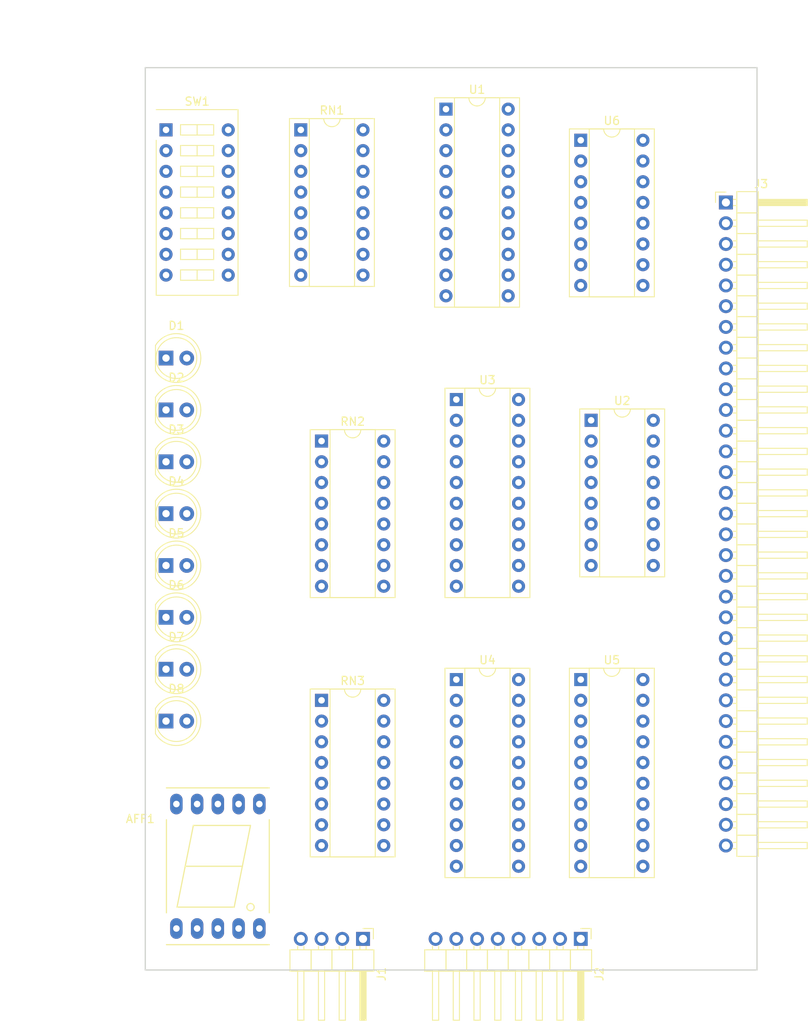
<source format=kicad_pcb>
(kicad_pcb (version 4) (host pcbnew 4.0.6-e0-6349~53~ubuntu16.04.1)

  (general
    (links 154)
    (no_connects 154)
    (area 84.554287 26.51 183.345001 151.595001)
    (thickness 1.6)
    (drawings 6)
    (tracks 0)
    (zones 0)
    (modules 22)
    (nets 72)
  )

  (page USLetter)
  (title_block
    (title "WZ80 IO Board")
    (date 2017-03-20)
    (rev 0)
    (comment 1 "Preliminary Layout. Unrouted.")
  )

  (layers
    (0 F.Cu signal)
    (31 B.Cu signal)
    (32 B.Adhes user)
    (33 F.Adhes user)
    (34 B.Paste user)
    (35 F.Paste user)
    (36 B.SilkS user)
    (37 F.SilkS user)
    (38 B.Mask user)
    (39 F.Mask user)
    (40 Dwgs.User user)
    (41 Cmts.User user)
    (42 Eco1.User user)
    (43 Eco2.User user)
    (44 Edge.Cuts user)
    (45 Margin user)
    (46 B.CrtYd user)
    (47 F.CrtYd user)
    (48 B.Fab user)
    (49 F.Fab user)
  )

  (setup
    (last_trace_width 0.25)
    (trace_clearance 0.2)
    (zone_clearance 0.508)
    (zone_45_only no)
    (trace_min 0.2)
    (segment_width 0.2)
    (edge_width 0.15)
    (via_size 0.6)
    (via_drill 0.4)
    (via_min_size 0.4)
    (via_min_drill 0.3)
    (uvia_size 0.3)
    (uvia_drill 0.1)
    (uvias_allowed no)
    (uvia_min_size 0.2)
    (uvia_min_drill 0.1)
    (pcb_text_width 0.3)
    (pcb_text_size 1.5 1.5)
    (mod_edge_width 0.15)
    (mod_text_size 1 1)
    (mod_text_width 0.15)
    (pad_size 1.524 1.524)
    (pad_drill 0.762)
    (pad_to_mask_clearance 0.2)
    (aux_axis_origin 0 0)
    (visible_elements FFFFFF7F)
    (pcbplotparams
      (layerselection 0x00030_80000001)
      (usegerberextensions false)
      (excludeedgelayer true)
      (linewidth 0.100000)
      (plotframeref false)
      (viasonmask false)
      (mode 1)
      (useauxorigin false)
      (hpglpennumber 1)
      (hpglpenspeed 20)
      (hpglpendiameter 15)
      (hpglpenoverlay 2)
      (psnegative false)
      (psa4output false)
      (plotreference true)
      (plotvalue true)
      (plotinvisibletext false)
      (padsonsilk false)
      (subtractmaskfromsilk false)
      (outputformat 1)
      (mirror false)
      (drillshape 1)
      (scaleselection 1)
      (outputdirectory ""))
  )

  (net 0 "")
  (net 1 /S4)
  (net 2 /S3)
  (net 3 GND)
  (net 4 /S2)
  (net 5 /S7)
  (net 6 /S1)
  (net 7 /S0)
  (net 8 /S5)
  (net 9 /S6)
  (net 10 "Net-(D1-Pad2)")
  (net 11 "Net-(D2-Pad2)")
  (net 12 "Net-(D3-Pad2)")
  (net 13 "Net-(D4-Pad2)")
  (net 14 "Net-(D5-Pad2)")
  (net 15 "Net-(D6-Pad2)")
  (net 16 "Net-(D7-Pad2)")
  (net 17 "Net-(D8-Pad2)")
  (net 18 "Net-(J1-Pad1)")
  (net 19 "Net-(J1-Pad3)")
  (net 20 "Net-(J1-Pad4)")
  (net 21 "Net-(J2-Pad1)")
  (net 22 "Net-(J2-Pad2)")
  (net 23 "Net-(J2-Pad3)")
  (net 24 "Net-(J2-Pad4)")
  (net 25 "Net-(J2-Pad5)")
  (net 26 "Net-(J2-Pad6)")
  (net 27 "Net-(J2-Pad7)")
  (net 28 "Net-(J2-Pad8)")
  (net 29 "Net-(J3-Pad9)")
  (net 30 "Net-(J3-Pad15)")
  (net 31 "Net-(J3-Pad16)")
  (net 32 /D7)
  (net 33 /D6)
  (net 34 /D5)
  (net 35 /D4)
  (net 36 /D3)
  (net 37 /D2)
  (net 38 /D1)
  (net 39 /D0)
  (net 40 VCC)
  (net 41 "Net-(J3-Pad28)")
  (net 42 "Net-(J3-Pad30)")
  (net 43 "Net-(J3-Pad32)")
  (net 44 "Net-(RN2-Pad9)")
  (net 45 "Net-(RN2-Pad10)")
  (net 46 "Net-(RN2-Pad11)")
  (net 47 "Net-(RN2-Pad12)")
  (net 48 "Net-(RN2-Pad13)")
  (net 49 "Net-(RN2-Pad14)")
  (net 50 "Net-(RN2-Pad15)")
  (net 51 "Net-(RN2-Pad16)")
  (net 52 "Net-(RN3-Pad9)")
  (net 53 "Net-(RN3-Pad10)")
  (net 54 "Net-(RN3-Pad11)")
  (net 55 "Net-(RN3-Pad12)")
  (net 56 "Net-(RN3-Pad13)")
  (net 57 "Net-(RN3-Pad14)")
  (net 58 "Net-(RN3-Pad15)")
  (net 59 "Net-(RN3-Pad16)")
  (net 60 "Net-(U1-Pad19)")
  (net 61 "Net-(U3-Pad11)")
  (net 62 "Net-(U4-Pad11)")
  (net 63 "Net-(U5-Pad11)")
  (net 64 "Net-(RN1-Pad9)")
  (net 65 "Net-(RN1-Pad10)")
  (net 66 "Net-(RN1-Pad11)")
  (net 67 "Net-(RN1-Pad12)")
  (net 68 "Net-(RN1-Pad13)")
  (net 69 "Net-(RN1-Pad14)")
  (net 70 "Net-(RN1-Pad15)")
  (net 71 "Net-(RN1-Pad16)")

  (net_class Default "This is the default net class."
    (clearance 0.2)
    (trace_width 0.25)
    (via_dia 0.6)
    (via_drill 0.4)
    (uvia_dia 0.3)
    (uvia_drill 0.1)
    (add_net /D0)
    (add_net /D1)
    (add_net /D2)
    (add_net /D3)
    (add_net /D4)
    (add_net /D5)
    (add_net /D6)
    (add_net /D7)
    (add_net /S0)
    (add_net /S1)
    (add_net /S2)
    (add_net /S3)
    (add_net /S4)
    (add_net /S5)
    (add_net /S6)
    (add_net /S7)
    (add_net GND)
    (add_net "Net-(D1-Pad2)")
    (add_net "Net-(D2-Pad2)")
    (add_net "Net-(D3-Pad2)")
    (add_net "Net-(D4-Pad2)")
    (add_net "Net-(D5-Pad2)")
    (add_net "Net-(D6-Pad2)")
    (add_net "Net-(D7-Pad2)")
    (add_net "Net-(D8-Pad2)")
    (add_net "Net-(J1-Pad1)")
    (add_net "Net-(J1-Pad3)")
    (add_net "Net-(J1-Pad4)")
    (add_net "Net-(J2-Pad1)")
    (add_net "Net-(J2-Pad2)")
    (add_net "Net-(J2-Pad3)")
    (add_net "Net-(J2-Pad4)")
    (add_net "Net-(J2-Pad5)")
    (add_net "Net-(J2-Pad6)")
    (add_net "Net-(J2-Pad7)")
    (add_net "Net-(J2-Pad8)")
    (add_net "Net-(J3-Pad15)")
    (add_net "Net-(J3-Pad16)")
    (add_net "Net-(J3-Pad28)")
    (add_net "Net-(J3-Pad30)")
    (add_net "Net-(J3-Pad32)")
    (add_net "Net-(J3-Pad9)")
    (add_net "Net-(RN1-Pad10)")
    (add_net "Net-(RN1-Pad11)")
    (add_net "Net-(RN1-Pad12)")
    (add_net "Net-(RN1-Pad13)")
    (add_net "Net-(RN1-Pad14)")
    (add_net "Net-(RN1-Pad15)")
    (add_net "Net-(RN1-Pad16)")
    (add_net "Net-(RN1-Pad9)")
    (add_net "Net-(RN2-Pad10)")
    (add_net "Net-(RN2-Pad11)")
    (add_net "Net-(RN2-Pad12)")
    (add_net "Net-(RN2-Pad13)")
    (add_net "Net-(RN2-Pad14)")
    (add_net "Net-(RN2-Pad15)")
    (add_net "Net-(RN2-Pad16)")
    (add_net "Net-(RN2-Pad9)")
    (add_net "Net-(RN3-Pad10)")
    (add_net "Net-(RN3-Pad11)")
    (add_net "Net-(RN3-Pad12)")
    (add_net "Net-(RN3-Pad13)")
    (add_net "Net-(RN3-Pad14)")
    (add_net "Net-(RN3-Pad15)")
    (add_net "Net-(RN3-Pad16)")
    (add_net "Net-(RN3-Pad9)")
    (add_net "Net-(U1-Pad19)")
    (add_net "Net-(U3-Pad11)")
    (add_net "Net-(U4-Pad11)")
    (add_net "Net-(U5-Pad11)")
    (add_net VCC)
  )

  (module Displays_7-Segment:7SegmentLED_LTS6760_LTS6780 locked (layer F.Cu) (tedit 0) (tstamp 58D03714)
    (at 110.49 132.08)
    (path /58D19572)
    (fp_text reference AFF1 (at -9.5 -5.8) (layer F.SilkS)
      (effects (font (size 1 1) (thickness 0.15)))
    )
    (fp_text value LTS-6980HR (at -0.4 12) (layer F.Fab)
      (effects (font (size 1 1) (thickness 0.15)))
    )
    (fp_circle (center 4 5) (end 4.4 5.2) (layer F.SilkS) (width 0.15))
    (fp_line (start -3 -5) (end -4 0) (layer F.SilkS) (width 0.15))
    (fp_line (start -4 0) (end -5 5) (layer F.SilkS) (width 0.15))
    (fp_line (start -5 5) (end 2 5) (layer F.SilkS) (width 0.15))
    (fp_line (start 2 5) (end 3 0) (layer F.SilkS) (width 0.15))
    (fp_line (start 4 -5) (end 3 0) (layer F.SilkS) (width 0.15))
    (fp_line (start 3 0) (end -4 0) (layer F.SilkS) (width 0.15))
    (fp_line (start -3 -5) (end 4 -5) (layer F.SilkS) (width 0.15))
    (fp_line (start 6.3 9.6) (end -6.3 9.6) (layer F.SilkS) (width 0.15))
    (fp_line (start -6.3 -5.7) (end -6.3 5.7) (layer F.SilkS) (width 0.15))
    (fp_line (start 6.3 -5.7) (end 6.3 5.7) (layer F.SilkS) (width 0.15))
    (fp_line (start -6.3 -9.6) (end 6.3 -9.6) (layer F.SilkS) (width 0.15))
    (pad 1 thru_hole oval (at -5.08 7.62) (size 1.524 2.524) (drill 0.8) (layers *.Cu *.Mask)
      (net 1 /S4))
    (pad 2 thru_hole oval (at -2.54 7.62) (size 1.524 2.524) (drill 0.8) (layers *.Cu *.Mask)
      (net 2 /S3))
    (pad 3 thru_hole oval (at 0 7.62) (size 1.524 2.524) (drill 0.8) (layers *.Cu *.Mask)
      (net 3 GND))
    (pad 4 thru_hole oval (at 2.54 7.62) (size 1.524 2.524) (drill 0.8) (layers *.Cu *.Mask)
      (net 4 /S2))
    (pad 5 thru_hole oval (at 5.08 7.62) (size 1.524 2.524) (drill 0.8) (layers *.Cu *.Mask)
      (net 5 /S7))
    (pad 6 thru_hole oval (at 5.08 -7.62) (size 1.524 2.524) (drill 0.8) (layers *.Cu *.Mask)
      (net 6 /S1))
    (pad 7 thru_hole oval (at 2.54 -7.62) (size 1.524 2.524) (drill 0.8) (layers *.Cu *.Mask)
      (net 7 /S0))
    (pad 8 thru_hole oval (at 0 -7.62) (size 1.524 2.524) (drill 0.8) (layers *.Cu *.Mask)
      (net 3 GND))
    (pad 9 thru_hole oval (at -2.54 -7.62) (size 1.524 2.524) (drill 0.8) (layers *.Cu *.Mask)
      (net 8 /S5))
    (pad 10 thru_hole oval (at -5.08 -7.62) (size 1.524 2.524) (drill 0.8) (layers *.Cu *.Mask)
      (net 9 /S6))
    (model Displays_7-Segment.3dshapes/7SegmentLED_LTS6760_LTS6780.wrl
      (at (xyz 0 0 0))
      (scale (xyz 0.3937 0.3937 0.3937))
      (rotate (xyz 0 0 0))
    )
  )

  (module LEDs:LED_D5.0mm (layer F.Cu) (tedit 587A3A7B) (tstamp 58D0371A)
    (at 104.14 69.85)
    (descr "LED, diameter 5.0mm, 2 pins, http://cdn-reichelt.de/documents/datenblatt/A500/LL-504BC2E-009.pdf")
    (tags "LED diameter 5.0mm 2 pins")
    (path /58D07338)
    (fp_text reference D1 (at 1.27 -3.96) (layer F.SilkS)
      (effects (font (size 1 1) (thickness 0.15)))
    )
    (fp_text value LED (at 1.27 3.96) (layer F.Fab)
      (effects (font (size 1 1) (thickness 0.15)))
    )
    (fp_arc (start 1.27 0) (end -1.23 -1.469694) (angle 299.1) (layer F.Fab) (width 0.1))
    (fp_arc (start 1.27 0) (end -1.29 -1.54483) (angle 148.9) (layer F.SilkS) (width 0.12))
    (fp_arc (start 1.27 0) (end -1.29 1.54483) (angle -148.9) (layer F.SilkS) (width 0.12))
    (fp_circle (center 1.27 0) (end 3.77 0) (layer F.Fab) (width 0.1))
    (fp_circle (center 1.27 0) (end 3.77 0) (layer F.SilkS) (width 0.12))
    (fp_line (start -1.23 -1.469694) (end -1.23 1.469694) (layer F.Fab) (width 0.1))
    (fp_line (start -1.29 -1.545) (end -1.29 1.545) (layer F.SilkS) (width 0.12))
    (fp_line (start -1.95 -3.25) (end -1.95 3.25) (layer F.CrtYd) (width 0.05))
    (fp_line (start -1.95 3.25) (end 4.5 3.25) (layer F.CrtYd) (width 0.05))
    (fp_line (start 4.5 3.25) (end 4.5 -3.25) (layer F.CrtYd) (width 0.05))
    (fp_line (start 4.5 -3.25) (end -1.95 -3.25) (layer F.CrtYd) (width 0.05))
    (pad 1 thru_hole rect (at 0 0) (size 1.8 1.8) (drill 0.9) (layers *.Cu *.Mask)
      (net 3 GND))
    (pad 2 thru_hole circle (at 2.54 0) (size 1.8 1.8) (drill 0.9) (layers *.Cu *.Mask)
      (net 10 "Net-(D1-Pad2)"))
    (model LEDs.3dshapes/LED_D5.0mm.wrl
      (at (xyz 0 0 0))
      (scale (xyz 0.393701 0.393701 0.393701))
      (rotate (xyz 0 0 0))
    )
  )

  (module LEDs:LED_D5.0mm (layer F.Cu) (tedit 587A3A7B) (tstamp 58D03720)
    (at 104.14 76.2)
    (descr "LED, diameter 5.0mm, 2 pins, http://cdn-reichelt.de/documents/datenblatt/A500/LL-504BC2E-009.pdf")
    (tags "LED diameter 5.0mm 2 pins")
    (path /58D0749E)
    (fp_text reference D2 (at 1.27 -3.96) (layer F.SilkS)
      (effects (font (size 1 1) (thickness 0.15)))
    )
    (fp_text value LED (at 1.27 3.96) (layer F.Fab)
      (effects (font (size 1 1) (thickness 0.15)))
    )
    (fp_arc (start 1.27 0) (end -1.23 -1.469694) (angle 299.1) (layer F.Fab) (width 0.1))
    (fp_arc (start 1.27 0) (end -1.29 -1.54483) (angle 148.9) (layer F.SilkS) (width 0.12))
    (fp_arc (start 1.27 0) (end -1.29 1.54483) (angle -148.9) (layer F.SilkS) (width 0.12))
    (fp_circle (center 1.27 0) (end 3.77 0) (layer F.Fab) (width 0.1))
    (fp_circle (center 1.27 0) (end 3.77 0) (layer F.SilkS) (width 0.12))
    (fp_line (start -1.23 -1.469694) (end -1.23 1.469694) (layer F.Fab) (width 0.1))
    (fp_line (start -1.29 -1.545) (end -1.29 1.545) (layer F.SilkS) (width 0.12))
    (fp_line (start -1.95 -3.25) (end -1.95 3.25) (layer F.CrtYd) (width 0.05))
    (fp_line (start -1.95 3.25) (end 4.5 3.25) (layer F.CrtYd) (width 0.05))
    (fp_line (start 4.5 3.25) (end 4.5 -3.25) (layer F.CrtYd) (width 0.05))
    (fp_line (start 4.5 -3.25) (end -1.95 -3.25) (layer F.CrtYd) (width 0.05))
    (pad 1 thru_hole rect (at 0 0) (size 1.8 1.8) (drill 0.9) (layers *.Cu *.Mask)
      (net 3 GND))
    (pad 2 thru_hole circle (at 2.54 0) (size 1.8 1.8) (drill 0.9) (layers *.Cu *.Mask)
      (net 11 "Net-(D2-Pad2)"))
    (model LEDs.3dshapes/LED_D5.0mm.wrl
      (at (xyz 0 0 0))
      (scale (xyz 0.393701 0.393701 0.393701))
      (rotate (xyz 0 0 0))
    )
  )

  (module LEDs:LED_D5.0mm (layer F.Cu) (tedit 587A3A7B) (tstamp 58D03726)
    (at 104.14 82.55)
    (descr "LED, diameter 5.0mm, 2 pins, http://cdn-reichelt.de/documents/datenblatt/A500/LL-504BC2E-009.pdf")
    (tags "LED diameter 5.0mm 2 pins")
    (path /58D0755A)
    (fp_text reference D3 (at 1.27 -3.96) (layer F.SilkS)
      (effects (font (size 1 1) (thickness 0.15)))
    )
    (fp_text value LED (at 1.27 3.96) (layer F.Fab)
      (effects (font (size 1 1) (thickness 0.15)))
    )
    (fp_arc (start 1.27 0) (end -1.23 -1.469694) (angle 299.1) (layer F.Fab) (width 0.1))
    (fp_arc (start 1.27 0) (end -1.29 -1.54483) (angle 148.9) (layer F.SilkS) (width 0.12))
    (fp_arc (start 1.27 0) (end -1.29 1.54483) (angle -148.9) (layer F.SilkS) (width 0.12))
    (fp_circle (center 1.27 0) (end 3.77 0) (layer F.Fab) (width 0.1))
    (fp_circle (center 1.27 0) (end 3.77 0) (layer F.SilkS) (width 0.12))
    (fp_line (start -1.23 -1.469694) (end -1.23 1.469694) (layer F.Fab) (width 0.1))
    (fp_line (start -1.29 -1.545) (end -1.29 1.545) (layer F.SilkS) (width 0.12))
    (fp_line (start -1.95 -3.25) (end -1.95 3.25) (layer F.CrtYd) (width 0.05))
    (fp_line (start -1.95 3.25) (end 4.5 3.25) (layer F.CrtYd) (width 0.05))
    (fp_line (start 4.5 3.25) (end 4.5 -3.25) (layer F.CrtYd) (width 0.05))
    (fp_line (start 4.5 -3.25) (end -1.95 -3.25) (layer F.CrtYd) (width 0.05))
    (pad 1 thru_hole rect (at 0 0) (size 1.8 1.8) (drill 0.9) (layers *.Cu *.Mask)
      (net 3 GND))
    (pad 2 thru_hole circle (at 2.54 0) (size 1.8 1.8) (drill 0.9) (layers *.Cu *.Mask)
      (net 12 "Net-(D3-Pad2)"))
    (model LEDs.3dshapes/LED_D5.0mm.wrl
      (at (xyz 0 0 0))
      (scale (xyz 0.393701 0.393701 0.393701))
      (rotate (xyz 0 0 0))
    )
  )

  (module LEDs:LED_D5.0mm (layer F.Cu) (tedit 587A3A7B) (tstamp 58D0372C)
    (at 104.14 88.9)
    (descr "LED, diameter 5.0mm, 2 pins, http://cdn-reichelt.de/documents/datenblatt/A500/LL-504BC2E-009.pdf")
    (tags "LED diameter 5.0mm 2 pins")
    (path /58D07566)
    (fp_text reference D4 (at 1.27 -3.96) (layer F.SilkS)
      (effects (font (size 1 1) (thickness 0.15)))
    )
    (fp_text value LED (at 1.27 3.96) (layer F.Fab)
      (effects (font (size 1 1) (thickness 0.15)))
    )
    (fp_arc (start 1.27 0) (end -1.23 -1.469694) (angle 299.1) (layer F.Fab) (width 0.1))
    (fp_arc (start 1.27 0) (end -1.29 -1.54483) (angle 148.9) (layer F.SilkS) (width 0.12))
    (fp_arc (start 1.27 0) (end -1.29 1.54483) (angle -148.9) (layer F.SilkS) (width 0.12))
    (fp_circle (center 1.27 0) (end 3.77 0) (layer F.Fab) (width 0.1))
    (fp_circle (center 1.27 0) (end 3.77 0) (layer F.SilkS) (width 0.12))
    (fp_line (start -1.23 -1.469694) (end -1.23 1.469694) (layer F.Fab) (width 0.1))
    (fp_line (start -1.29 -1.545) (end -1.29 1.545) (layer F.SilkS) (width 0.12))
    (fp_line (start -1.95 -3.25) (end -1.95 3.25) (layer F.CrtYd) (width 0.05))
    (fp_line (start -1.95 3.25) (end 4.5 3.25) (layer F.CrtYd) (width 0.05))
    (fp_line (start 4.5 3.25) (end 4.5 -3.25) (layer F.CrtYd) (width 0.05))
    (fp_line (start 4.5 -3.25) (end -1.95 -3.25) (layer F.CrtYd) (width 0.05))
    (pad 1 thru_hole rect (at 0 0) (size 1.8 1.8) (drill 0.9) (layers *.Cu *.Mask)
      (net 3 GND))
    (pad 2 thru_hole circle (at 2.54 0) (size 1.8 1.8) (drill 0.9) (layers *.Cu *.Mask)
      (net 13 "Net-(D4-Pad2)"))
    (model LEDs.3dshapes/LED_D5.0mm.wrl
      (at (xyz 0 0 0))
      (scale (xyz 0.393701 0.393701 0.393701))
      (rotate (xyz 0 0 0))
    )
  )

  (module LEDs:LED_D5.0mm (layer F.Cu) (tedit 587A3A7B) (tstamp 58D03732)
    (at 104.14 95.25)
    (descr "LED, diameter 5.0mm, 2 pins, http://cdn-reichelt.de/documents/datenblatt/A500/LL-504BC2E-009.pdf")
    (tags "LED diameter 5.0mm 2 pins")
    (path /58D072BC)
    (fp_text reference D5 (at 1.27 -3.96) (layer F.SilkS)
      (effects (font (size 1 1) (thickness 0.15)))
    )
    (fp_text value LED (at 1.27 3.96) (layer F.Fab)
      (effects (font (size 1 1) (thickness 0.15)))
    )
    (fp_arc (start 1.27 0) (end -1.23 -1.469694) (angle 299.1) (layer F.Fab) (width 0.1))
    (fp_arc (start 1.27 0) (end -1.29 -1.54483) (angle 148.9) (layer F.SilkS) (width 0.12))
    (fp_arc (start 1.27 0) (end -1.29 1.54483) (angle -148.9) (layer F.SilkS) (width 0.12))
    (fp_circle (center 1.27 0) (end 3.77 0) (layer F.Fab) (width 0.1))
    (fp_circle (center 1.27 0) (end 3.77 0) (layer F.SilkS) (width 0.12))
    (fp_line (start -1.23 -1.469694) (end -1.23 1.469694) (layer F.Fab) (width 0.1))
    (fp_line (start -1.29 -1.545) (end -1.29 1.545) (layer F.SilkS) (width 0.12))
    (fp_line (start -1.95 -3.25) (end -1.95 3.25) (layer F.CrtYd) (width 0.05))
    (fp_line (start -1.95 3.25) (end 4.5 3.25) (layer F.CrtYd) (width 0.05))
    (fp_line (start 4.5 3.25) (end 4.5 -3.25) (layer F.CrtYd) (width 0.05))
    (fp_line (start 4.5 -3.25) (end -1.95 -3.25) (layer F.CrtYd) (width 0.05))
    (pad 1 thru_hole rect (at 0 0) (size 1.8 1.8) (drill 0.9) (layers *.Cu *.Mask)
      (net 3 GND))
    (pad 2 thru_hole circle (at 2.54 0) (size 1.8 1.8) (drill 0.9) (layers *.Cu *.Mask)
      (net 14 "Net-(D5-Pad2)"))
    (model LEDs.3dshapes/LED_D5.0mm.wrl
      (at (xyz 0 0 0))
      (scale (xyz 0.393701 0.393701 0.393701))
      (rotate (xyz 0 0 0))
    )
  )

  (module LEDs:LED_D5.0mm (layer F.Cu) (tedit 587A3A7B) (tstamp 58D03738)
    (at 104.14 101.6)
    (descr "LED, diameter 5.0mm, 2 pins, http://cdn-reichelt.de/documents/datenblatt/A500/LL-504BC2E-009.pdf")
    (tags "LED diameter 5.0mm 2 pins")
    (path /58D07498)
    (fp_text reference D6 (at 1.27 -3.96) (layer F.SilkS)
      (effects (font (size 1 1) (thickness 0.15)))
    )
    (fp_text value LED (at 1.27 3.96) (layer F.Fab)
      (effects (font (size 1 1) (thickness 0.15)))
    )
    (fp_arc (start 1.27 0) (end -1.23 -1.469694) (angle 299.1) (layer F.Fab) (width 0.1))
    (fp_arc (start 1.27 0) (end -1.29 -1.54483) (angle 148.9) (layer F.SilkS) (width 0.12))
    (fp_arc (start 1.27 0) (end -1.29 1.54483) (angle -148.9) (layer F.SilkS) (width 0.12))
    (fp_circle (center 1.27 0) (end 3.77 0) (layer F.Fab) (width 0.1))
    (fp_circle (center 1.27 0) (end 3.77 0) (layer F.SilkS) (width 0.12))
    (fp_line (start -1.23 -1.469694) (end -1.23 1.469694) (layer F.Fab) (width 0.1))
    (fp_line (start -1.29 -1.545) (end -1.29 1.545) (layer F.SilkS) (width 0.12))
    (fp_line (start -1.95 -3.25) (end -1.95 3.25) (layer F.CrtYd) (width 0.05))
    (fp_line (start -1.95 3.25) (end 4.5 3.25) (layer F.CrtYd) (width 0.05))
    (fp_line (start 4.5 3.25) (end 4.5 -3.25) (layer F.CrtYd) (width 0.05))
    (fp_line (start 4.5 -3.25) (end -1.95 -3.25) (layer F.CrtYd) (width 0.05))
    (pad 1 thru_hole rect (at 0 0) (size 1.8 1.8) (drill 0.9) (layers *.Cu *.Mask)
      (net 3 GND))
    (pad 2 thru_hole circle (at 2.54 0) (size 1.8 1.8) (drill 0.9) (layers *.Cu *.Mask)
      (net 15 "Net-(D6-Pad2)"))
    (model LEDs.3dshapes/LED_D5.0mm.wrl
      (at (xyz 0 0 0))
      (scale (xyz 0.393701 0.393701 0.393701))
      (rotate (xyz 0 0 0))
    )
  )

  (module LEDs:LED_D5.0mm (layer F.Cu) (tedit 587A3A7B) (tstamp 58D0373E)
    (at 104.14 107.95)
    (descr "LED, diameter 5.0mm, 2 pins, http://cdn-reichelt.de/documents/datenblatt/A500/LL-504BC2E-009.pdf")
    (tags "LED diameter 5.0mm 2 pins")
    (path /58D07554)
    (fp_text reference D7 (at 1.27 -3.96) (layer F.SilkS)
      (effects (font (size 1 1) (thickness 0.15)))
    )
    (fp_text value LED (at 1.27 3.96) (layer F.Fab)
      (effects (font (size 1 1) (thickness 0.15)))
    )
    (fp_arc (start 1.27 0) (end -1.23 -1.469694) (angle 299.1) (layer F.Fab) (width 0.1))
    (fp_arc (start 1.27 0) (end -1.29 -1.54483) (angle 148.9) (layer F.SilkS) (width 0.12))
    (fp_arc (start 1.27 0) (end -1.29 1.54483) (angle -148.9) (layer F.SilkS) (width 0.12))
    (fp_circle (center 1.27 0) (end 3.77 0) (layer F.Fab) (width 0.1))
    (fp_circle (center 1.27 0) (end 3.77 0) (layer F.SilkS) (width 0.12))
    (fp_line (start -1.23 -1.469694) (end -1.23 1.469694) (layer F.Fab) (width 0.1))
    (fp_line (start -1.29 -1.545) (end -1.29 1.545) (layer F.SilkS) (width 0.12))
    (fp_line (start -1.95 -3.25) (end -1.95 3.25) (layer F.CrtYd) (width 0.05))
    (fp_line (start -1.95 3.25) (end 4.5 3.25) (layer F.CrtYd) (width 0.05))
    (fp_line (start 4.5 3.25) (end 4.5 -3.25) (layer F.CrtYd) (width 0.05))
    (fp_line (start 4.5 -3.25) (end -1.95 -3.25) (layer F.CrtYd) (width 0.05))
    (pad 1 thru_hole rect (at 0 0) (size 1.8 1.8) (drill 0.9) (layers *.Cu *.Mask)
      (net 3 GND))
    (pad 2 thru_hole circle (at 2.54 0) (size 1.8 1.8) (drill 0.9) (layers *.Cu *.Mask)
      (net 16 "Net-(D7-Pad2)"))
    (model LEDs.3dshapes/LED_D5.0mm.wrl
      (at (xyz 0 0 0))
      (scale (xyz 0.393701 0.393701 0.393701))
      (rotate (xyz 0 0 0))
    )
  )

  (module LEDs:LED_D5.0mm (layer F.Cu) (tedit 587A3A7B) (tstamp 58D03744)
    (at 104.14 114.3)
    (descr "LED, diameter 5.0mm, 2 pins, http://cdn-reichelt.de/documents/datenblatt/A500/LL-504BC2E-009.pdf")
    (tags "LED diameter 5.0mm 2 pins")
    (path /58D07560)
    (fp_text reference D8 (at 1.27 -3.96) (layer F.SilkS)
      (effects (font (size 1 1) (thickness 0.15)))
    )
    (fp_text value LED (at 1.27 3.96) (layer F.Fab)
      (effects (font (size 1 1) (thickness 0.15)))
    )
    (fp_arc (start 1.27 0) (end -1.23 -1.469694) (angle 299.1) (layer F.Fab) (width 0.1))
    (fp_arc (start 1.27 0) (end -1.29 -1.54483) (angle 148.9) (layer F.SilkS) (width 0.12))
    (fp_arc (start 1.27 0) (end -1.29 1.54483) (angle -148.9) (layer F.SilkS) (width 0.12))
    (fp_circle (center 1.27 0) (end 3.77 0) (layer F.Fab) (width 0.1))
    (fp_circle (center 1.27 0) (end 3.77 0) (layer F.SilkS) (width 0.12))
    (fp_line (start -1.23 -1.469694) (end -1.23 1.469694) (layer F.Fab) (width 0.1))
    (fp_line (start -1.29 -1.545) (end -1.29 1.545) (layer F.SilkS) (width 0.12))
    (fp_line (start -1.95 -3.25) (end -1.95 3.25) (layer F.CrtYd) (width 0.05))
    (fp_line (start -1.95 3.25) (end 4.5 3.25) (layer F.CrtYd) (width 0.05))
    (fp_line (start 4.5 3.25) (end 4.5 -3.25) (layer F.CrtYd) (width 0.05))
    (fp_line (start 4.5 -3.25) (end -1.95 -3.25) (layer F.CrtYd) (width 0.05))
    (pad 1 thru_hole rect (at 0 0) (size 1.8 1.8) (drill 0.9) (layers *.Cu *.Mask)
      (net 3 GND))
    (pad 2 thru_hole circle (at 2.54 0) (size 1.8 1.8) (drill 0.9) (layers *.Cu *.Mask)
      (net 17 "Net-(D8-Pad2)"))
    (model LEDs.3dshapes/LED_D5.0mm.wrl
      (at (xyz 0 0 0))
      (scale (xyz 0.393701 0.393701 0.393701))
      (rotate (xyz 0 0 0))
    )
  )

  (module Pin_Headers:Pin_Header_Angled_1x08_Pitch2.54mm placed (layer F.Cu) (tedit 58CD4EC1) (tstamp 58D03758)
    (at 154.94 140.97 270)
    (descr "Through hole angled pin header, 1x08, 2.54mm pitch, 6mm pin length, single row")
    (tags "Through hole angled pin header THT 1x08 2.54mm single row")
    (path /58D0504D)
    (fp_text reference J2 (at 4.315 -2.27 270) (layer F.SilkS)
      (effects (font (size 1 1) (thickness 0.15)))
    )
    (fp_text value CONN_01X08 (at 4.315 20.05 270) (layer F.Fab)
      (effects (font (size 1 1) (thickness 0.15)))
    )
    (fp_line (start 1.4 -1.27) (end 1.4 1.27) (layer F.Fab) (width 0.1))
    (fp_line (start 1.4 1.27) (end 3.9 1.27) (layer F.Fab) (width 0.1))
    (fp_line (start 3.9 1.27) (end 3.9 -1.27) (layer F.Fab) (width 0.1))
    (fp_line (start 3.9 -1.27) (end 1.4 -1.27) (layer F.Fab) (width 0.1))
    (fp_line (start 0 -0.32) (end 0 0.32) (layer F.Fab) (width 0.1))
    (fp_line (start 0 0.32) (end 9.9 0.32) (layer F.Fab) (width 0.1))
    (fp_line (start 9.9 0.32) (end 9.9 -0.32) (layer F.Fab) (width 0.1))
    (fp_line (start 9.9 -0.32) (end 0 -0.32) (layer F.Fab) (width 0.1))
    (fp_line (start 1.4 1.27) (end 1.4 3.81) (layer F.Fab) (width 0.1))
    (fp_line (start 1.4 3.81) (end 3.9 3.81) (layer F.Fab) (width 0.1))
    (fp_line (start 3.9 3.81) (end 3.9 1.27) (layer F.Fab) (width 0.1))
    (fp_line (start 3.9 1.27) (end 1.4 1.27) (layer F.Fab) (width 0.1))
    (fp_line (start 0 2.22) (end 0 2.86) (layer F.Fab) (width 0.1))
    (fp_line (start 0 2.86) (end 9.9 2.86) (layer F.Fab) (width 0.1))
    (fp_line (start 9.9 2.86) (end 9.9 2.22) (layer F.Fab) (width 0.1))
    (fp_line (start 9.9 2.22) (end 0 2.22) (layer F.Fab) (width 0.1))
    (fp_line (start 1.4 3.81) (end 1.4 6.35) (layer F.Fab) (width 0.1))
    (fp_line (start 1.4 6.35) (end 3.9 6.35) (layer F.Fab) (width 0.1))
    (fp_line (start 3.9 6.35) (end 3.9 3.81) (layer F.Fab) (width 0.1))
    (fp_line (start 3.9 3.81) (end 1.4 3.81) (layer F.Fab) (width 0.1))
    (fp_line (start 0 4.76) (end 0 5.4) (layer F.Fab) (width 0.1))
    (fp_line (start 0 5.4) (end 9.9 5.4) (layer F.Fab) (width 0.1))
    (fp_line (start 9.9 5.4) (end 9.9 4.76) (layer F.Fab) (width 0.1))
    (fp_line (start 9.9 4.76) (end 0 4.76) (layer F.Fab) (width 0.1))
    (fp_line (start 1.4 6.35) (end 1.4 8.89) (layer F.Fab) (width 0.1))
    (fp_line (start 1.4 8.89) (end 3.9 8.89) (layer F.Fab) (width 0.1))
    (fp_line (start 3.9 8.89) (end 3.9 6.35) (layer F.Fab) (width 0.1))
    (fp_line (start 3.9 6.35) (end 1.4 6.35) (layer F.Fab) (width 0.1))
    (fp_line (start 0 7.3) (end 0 7.94) (layer F.Fab) (width 0.1))
    (fp_line (start 0 7.94) (end 9.9 7.94) (layer F.Fab) (width 0.1))
    (fp_line (start 9.9 7.94) (end 9.9 7.3) (layer F.Fab) (width 0.1))
    (fp_line (start 9.9 7.3) (end 0 7.3) (layer F.Fab) (width 0.1))
    (fp_line (start 1.4 8.89) (end 1.4 11.43) (layer F.Fab) (width 0.1))
    (fp_line (start 1.4 11.43) (end 3.9 11.43) (layer F.Fab) (width 0.1))
    (fp_line (start 3.9 11.43) (end 3.9 8.89) (layer F.Fab) (width 0.1))
    (fp_line (start 3.9 8.89) (end 1.4 8.89) (layer F.Fab) (width 0.1))
    (fp_line (start 0 9.84) (end 0 10.48) (layer F.Fab) (width 0.1))
    (fp_line (start 0 10.48) (end 9.9 10.48) (layer F.Fab) (width 0.1))
    (fp_line (start 9.9 10.48) (end 9.9 9.84) (layer F.Fab) (width 0.1))
    (fp_line (start 9.9 9.84) (end 0 9.84) (layer F.Fab) (width 0.1))
    (fp_line (start 1.4 11.43) (end 1.4 13.97) (layer F.Fab) (width 0.1))
    (fp_line (start 1.4 13.97) (end 3.9 13.97) (layer F.Fab) (width 0.1))
    (fp_line (start 3.9 13.97) (end 3.9 11.43) (layer F.Fab) (width 0.1))
    (fp_line (start 3.9 11.43) (end 1.4 11.43) (layer F.Fab) (width 0.1))
    (fp_line (start 0 12.38) (end 0 13.02) (layer F.Fab) (width 0.1))
    (fp_line (start 0 13.02) (end 9.9 13.02) (layer F.Fab) (width 0.1))
    (fp_line (start 9.9 13.02) (end 9.9 12.38) (layer F.Fab) (width 0.1))
    (fp_line (start 9.9 12.38) (end 0 12.38) (layer F.Fab) (width 0.1))
    (fp_line (start 1.4 13.97) (end 1.4 16.51) (layer F.Fab) (width 0.1))
    (fp_line (start 1.4 16.51) (end 3.9 16.51) (layer F.Fab) (width 0.1))
    (fp_line (start 3.9 16.51) (end 3.9 13.97) (layer F.Fab) (width 0.1))
    (fp_line (start 3.9 13.97) (end 1.4 13.97) (layer F.Fab) (width 0.1))
    (fp_line (start 0 14.92) (end 0 15.56) (layer F.Fab) (width 0.1))
    (fp_line (start 0 15.56) (end 9.9 15.56) (layer F.Fab) (width 0.1))
    (fp_line (start 9.9 15.56) (end 9.9 14.92) (layer F.Fab) (width 0.1))
    (fp_line (start 9.9 14.92) (end 0 14.92) (layer F.Fab) (width 0.1))
    (fp_line (start 1.4 16.51) (end 1.4 19.05) (layer F.Fab) (width 0.1))
    (fp_line (start 1.4 19.05) (end 3.9 19.05) (layer F.Fab) (width 0.1))
    (fp_line (start 3.9 19.05) (end 3.9 16.51) (layer F.Fab) (width 0.1))
    (fp_line (start 3.9 16.51) (end 1.4 16.51) (layer F.Fab) (width 0.1))
    (fp_line (start 0 17.46) (end 0 18.1) (layer F.Fab) (width 0.1))
    (fp_line (start 0 18.1) (end 9.9 18.1) (layer F.Fab) (width 0.1))
    (fp_line (start 9.9 18.1) (end 9.9 17.46) (layer F.Fab) (width 0.1))
    (fp_line (start 9.9 17.46) (end 0 17.46) (layer F.Fab) (width 0.1))
    (fp_line (start 1.34 -1.33) (end 1.34 1.27) (layer F.SilkS) (width 0.12))
    (fp_line (start 1.34 1.27) (end 3.96 1.27) (layer F.SilkS) (width 0.12))
    (fp_line (start 3.96 1.27) (end 3.96 -1.33) (layer F.SilkS) (width 0.12))
    (fp_line (start 3.96 -1.33) (end 1.34 -1.33) (layer F.SilkS) (width 0.12))
    (fp_line (start 3.96 -0.38) (end 3.96 0.38) (layer F.SilkS) (width 0.12))
    (fp_line (start 3.96 0.38) (end 9.96 0.38) (layer F.SilkS) (width 0.12))
    (fp_line (start 9.96 0.38) (end 9.96 -0.38) (layer F.SilkS) (width 0.12))
    (fp_line (start 9.96 -0.38) (end 3.96 -0.38) (layer F.SilkS) (width 0.12))
    (fp_line (start 0.91 -0.38) (end 1.34 -0.38) (layer F.SilkS) (width 0.12))
    (fp_line (start 0.91 0.38) (end 1.34 0.38) (layer F.SilkS) (width 0.12))
    (fp_line (start 3.96 -0.26) (end 9.96 -0.26) (layer F.SilkS) (width 0.12))
    (fp_line (start 3.96 -0.14) (end 9.96 -0.14) (layer F.SilkS) (width 0.12))
    (fp_line (start 3.96 -0.02) (end 9.96 -0.02) (layer F.SilkS) (width 0.12))
    (fp_line (start 3.96 0.1) (end 9.96 0.1) (layer F.SilkS) (width 0.12))
    (fp_line (start 3.96 0.22) (end 9.96 0.22) (layer F.SilkS) (width 0.12))
    (fp_line (start 3.96 0.34) (end 9.96 0.34) (layer F.SilkS) (width 0.12))
    (fp_line (start 1.34 1.27) (end 1.34 3.81) (layer F.SilkS) (width 0.12))
    (fp_line (start 1.34 3.81) (end 3.96 3.81) (layer F.SilkS) (width 0.12))
    (fp_line (start 3.96 3.81) (end 3.96 1.27) (layer F.SilkS) (width 0.12))
    (fp_line (start 3.96 1.27) (end 1.34 1.27) (layer F.SilkS) (width 0.12))
    (fp_line (start 3.96 2.16) (end 3.96 2.92) (layer F.SilkS) (width 0.12))
    (fp_line (start 3.96 2.92) (end 9.96 2.92) (layer F.SilkS) (width 0.12))
    (fp_line (start 9.96 2.92) (end 9.96 2.16) (layer F.SilkS) (width 0.12))
    (fp_line (start 9.96 2.16) (end 3.96 2.16) (layer F.SilkS) (width 0.12))
    (fp_line (start 0.91 2.16) (end 1.34 2.16) (layer F.SilkS) (width 0.12))
    (fp_line (start 0.91 2.92) (end 1.34 2.92) (layer F.SilkS) (width 0.12))
    (fp_line (start 1.34 3.81) (end 1.34 6.35) (layer F.SilkS) (width 0.12))
    (fp_line (start 1.34 6.35) (end 3.96 6.35) (layer F.SilkS) (width 0.12))
    (fp_line (start 3.96 6.35) (end 3.96 3.81) (layer F.SilkS) (width 0.12))
    (fp_line (start 3.96 3.81) (end 1.34 3.81) (layer F.SilkS) (width 0.12))
    (fp_line (start 3.96 4.7) (end 3.96 5.46) (layer F.SilkS) (width 0.12))
    (fp_line (start 3.96 5.46) (end 9.96 5.46) (layer F.SilkS) (width 0.12))
    (fp_line (start 9.96 5.46) (end 9.96 4.7) (layer F.SilkS) (width 0.12))
    (fp_line (start 9.96 4.7) (end 3.96 4.7) (layer F.SilkS) (width 0.12))
    (fp_line (start 0.91 4.7) (end 1.34 4.7) (layer F.SilkS) (width 0.12))
    (fp_line (start 0.91 5.46) (end 1.34 5.46) (layer F.SilkS) (width 0.12))
    (fp_line (start 1.34 6.35) (end 1.34 8.89) (layer F.SilkS) (width 0.12))
    (fp_line (start 1.34 8.89) (end 3.96 8.89) (layer F.SilkS) (width 0.12))
    (fp_line (start 3.96 8.89) (end 3.96 6.35) (layer F.SilkS) (width 0.12))
    (fp_line (start 3.96 6.35) (end 1.34 6.35) (layer F.SilkS) (width 0.12))
    (fp_line (start 3.96 7.24) (end 3.96 8) (layer F.SilkS) (width 0.12))
    (fp_line (start 3.96 8) (end 9.96 8) (layer F.SilkS) (width 0.12))
    (fp_line (start 9.96 8) (end 9.96 7.24) (layer F.SilkS) (width 0.12))
    (fp_line (start 9.96 7.24) (end 3.96 7.24) (layer F.SilkS) (width 0.12))
    (fp_line (start 0.91 7.24) (end 1.34 7.24) (layer F.SilkS) (width 0.12))
    (fp_line (start 0.91 8) (end 1.34 8) (layer F.SilkS) (width 0.12))
    (fp_line (start 1.34 8.89) (end 1.34 11.43) (layer F.SilkS) (width 0.12))
    (fp_line (start 1.34 11.43) (end 3.96 11.43) (layer F.SilkS) (width 0.12))
    (fp_line (start 3.96 11.43) (end 3.96 8.89) (layer F.SilkS) (width 0.12))
    (fp_line (start 3.96 8.89) (end 1.34 8.89) (layer F.SilkS) (width 0.12))
    (fp_line (start 3.96 9.78) (end 3.96 10.54) (layer F.SilkS) (width 0.12))
    (fp_line (start 3.96 10.54) (end 9.96 10.54) (layer F.SilkS) (width 0.12))
    (fp_line (start 9.96 10.54) (end 9.96 9.78) (layer F.SilkS) (width 0.12))
    (fp_line (start 9.96 9.78) (end 3.96 9.78) (layer F.SilkS) (width 0.12))
    (fp_line (start 0.91 9.78) (end 1.34 9.78) (layer F.SilkS) (width 0.12))
    (fp_line (start 0.91 10.54) (end 1.34 10.54) (layer F.SilkS) (width 0.12))
    (fp_line (start 1.34 11.43) (end 1.34 13.97) (layer F.SilkS) (width 0.12))
    (fp_line (start 1.34 13.97) (end 3.96 13.97) (layer F.SilkS) (width 0.12))
    (fp_line (start 3.96 13.97) (end 3.96 11.43) (layer F.SilkS) (width 0.12))
    (fp_line (start 3.96 11.43) (end 1.34 11.43) (layer F.SilkS) (width 0.12))
    (fp_line (start 3.96 12.32) (end 3.96 13.08) (layer F.SilkS) (width 0.12))
    (fp_line (start 3.96 13.08) (end 9.96 13.08) (layer F.SilkS) (width 0.12))
    (fp_line (start 9.96 13.08) (end 9.96 12.32) (layer F.SilkS) (width 0.12))
    (fp_line (start 9.96 12.32) (end 3.96 12.32) (layer F.SilkS) (width 0.12))
    (fp_line (start 0.91 12.32) (end 1.34 12.32) (layer F.SilkS) (width 0.12))
    (fp_line (start 0.91 13.08) (end 1.34 13.08) (layer F.SilkS) (width 0.12))
    (fp_line (start 1.34 13.97) (end 1.34 16.51) (layer F.SilkS) (width 0.12))
    (fp_line (start 1.34 16.51) (end 3.96 16.51) (layer F.SilkS) (width 0.12))
    (fp_line (start 3.96 16.51) (end 3.96 13.97) (layer F.SilkS) (width 0.12))
    (fp_line (start 3.96 13.97) (end 1.34 13.97) (layer F.SilkS) (width 0.12))
    (fp_line (start 3.96 14.86) (end 3.96 15.62) (layer F.SilkS) (width 0.12))
    (fp_line (start 3.96 15.62) (end 9.96 15.62) (layer F.SilkS) (width 0.12))
    (fp_line (start 9.96 15.62) (end 9.96 14.86) (layer F.SilkS) (width 0.12))
    (fp_line (start 9.96 14.86) (end 3.96 14.86) (layer F.SilkS) (width 0.12))
    (fp_line (start 0.91 14.86) (end 1.34 14.86) (layer F.SilkS) (width 0.12))
    (fp_line (start 0.91 15.62) (end 1.34 15.62) (layer F.SilkS) (width 0.12))
    (fp_line (start 1.34 16.51) (end 1.34 19.11) (layer F.SilkS) (width 0.12))
    (fp_line (start 1.34 19.11) (end 3.96 19.11) (layer F.SilkS) (width 0.12))
    (fp_line (start 3.96 19.11) (end 3.96 16.51) (layer F.SilkS) (width 0.12))
    (fp_line (start 3.96 16.51) (end 1.34 16.51) (layer F.SilkS) (width 0.12))
    (fp_line (start 3.96 17.4) (end 3.96 18.16) (layer F.SilkS) (width 0.12))
    (fp_line (start 3.96 18.16) (end 9.96 18.16) (layer F.SilkS) (width 0.12))
    (fp_line (start 9.96 18.16) (end 9.96 17.4) (layer F.SilkS) (width 0.12))
    (fp_line (start 9.96 17.4) (end 3.96 17.4) (layer F.SilkS) (width 0.12))
    (fp_line (start 0.91 17.4) (end 1.34 17.4) (layer F.SilkS) (width 0.12))
    (fp_line (start 0.91 18.16) (end 1.34 18.16) (layer F.SilkS) (width 0.12))
    (fp_line (start -1.27 0) (end -1.27 -1.27) (layer F.SilkS) (width 0.12))
    (fp_line (start -1.27 -1.27) (end 0 -1.27) (layer F.SilkS) (width 0.12))
    (fp_line (start -1.8 -1.8) (end -1.8 19.55) (layer F.CrtYd) (width 0.05))
    (fp_line (start -1.8 19.55) (end 10.4 19.55) (layer F.CrtYd) (width 0.05))
    (fp_line (start 10.4 19.55) (end 10.4 -1.8) (layer F.CrtYd) (width 0.05))
    (fp_line (start 10.4 -1.8) (end -1.8 -1.8) (layer F.CrtYd) (width 0.05))
    (fp_text user %R (at 4.315 -2.27 270) (layer F.Fab)
      (effects (font (size 1 1) (thickness 0.15)))
    )
    (pad 1 thru_hole rect (at 0 0 270) (size 1.7 1.7) (drill 1) (layers *.Cu *.Mask)
      (net 21 "Net-(J2-Pad1)"))
    (pad 2 thru_hole oval (at 0 2.54 270) (size 1.7 1.7) (drill 1) (layers *.Cu *.Mask)
      (net 22 "Net-(J2-Pad2)"))
    (pad 3 thru_hole oval (at 0 5.08 270) (size 1.7 1.7) (drill 1) (layers *.Cu *.Mask)
      (net 23 "Net-(J2-Pad3)"))
    (pad 4 thru_hole oval (at 0 7.62 270) (size 1.7 1.7) (drill 1) (layers *.Cu *.Mask)
      (net 24 "Net-(J2-Pad4)"))
    (pad 5 thru_hole oval (at 0 10.16 270) (size 1.7 1.7) (drill 1) (layers *.Cu *.Mask)
      (net 25 "Net-(J2-Pad5)"))
    (pad 6 thru_hole oval (at 0 12.7 270) (size 1.7 1.7) (drill 1) (layers *.Cu *.Mask)
      (net 26 "Net-(J2-Pad6)"))
    (pad 7 thru_hole oval (at 0 15.24 270) (size 1.7 1.7) (drill 1) (layers *.Cu *.Mask)
      (net 27 "Net-(J2-Pad7)"))
    (pad 8 thru_hole oval (at 0 17.78 270) (size 1.7 1.7) (drill 1) (layers *.Cu *.Mask)
      (net 28 "Net-(J2-Pad8)"))
    (model ${KISYS3DMOD}/Pin_Headers.3dshapes/Pin_Header_Angled_1x08_Pitch2.54mm.wrl
      (at (xyz 0 -0.35 0))
      (scale (xyz 1 1 1))
      (rotate (xyz 0 0 90))
    )
  )

  (module Pin_Headers:Pin_Header_Angled_1x32_Pitch2.54mm (layer F.Cu) (tedit 58CD4EC4) (tstamp 58D0377C)
    (at 172.72 50.8)
    (descr "Through hole angled pin header, 1x32, 2.54mm pitch, 6mm pin length, single row")
    (tags "Through hole angled pin header THT 1x32 2.54mm single row")
    (path /58D023C9)
    (fp_text reference J3 (at 4.315 -2.27) (layer F.SilkS)
      (effects (font (size 1 1) (thickness 0.15)))
    )
    (fp_text value CONN_01X32 (at 4.315 81.01) (layer F.Fab)
      (effects (font (size 1 1) (thickness 0.15)))
    )
    (fp_line (start 1.4 -1.27) (end 1.4 1.27) (layer F.Fab) (width 0.1))
    (fp_line (start 1.4 1.27) (end 3.9 1.27) (layer F.Fab) (width 0.1))
    (fp_line (start 3.9 1.27) (end 3.9 -1.27) (layer F.Fab) (width 0.1))
    (fp_line (start 3.9 -1.27) (end 1.4 -1.27) (layer F.Fab) (width 0.1))
    (fp_line (start 0 -0.32) (end 0 0.32) (layer F.Fab) (width 0.1))
    (fp_line (start 0 0.32) (end 9.9 0.32) (layer F.Fab) (width 0.1))
    (fp_line (start 9.9 0.32) (end 9.9 -0.32) (layer F.Fab) (width 0.1))
    (fp_line (start 9.9 -0.32) (end 0 -0.32) (layer F.Fab) (width 0.1))
    (fp_line (start 1.4 1.27) (end 1.4 3.81) (layer F.Fab) (width 0.1))
    (fp_line (start 1.4 3.81) (end 3.9 3.81) (layer F.Fab) (width 0.1))
    (fp_line (start 3.9 3.81) (end 3.9 1.27) (layer F.Fab) (width 0.1))
    (fp_line (start 3.9 1.27) (end 1.4 1.27) (layer F.Fab) (width 0.1))
    (fp_line (start 0 2.22) (end 0 2.86) (layer F.Fab) (width 0.1))
    (fp_line (start 0 2.86) (end 9.9 2.86) (layer F.Fab) (width 0.1))
    (fp_line (start 9.9 2.86) (end 9.9 2.22) (layer F.Fab) (width 0.1))
    (fp_line (start 9.9 2.22) (end 0 2.22) (layer F.Fab) (width 0.1))
    (fp_line (start 1.4 3.81) (end 1.4 6.35) (layer F.Fab) (width 0.1))
    (fp_line (start 1.4 6.35) (end 3.9 6.35) (layer F.Fab) (width 0.1))
    (fp_line (start 3.9 6.35) (end 3.9 3.81) (layer F.Fab) (width 0.1))
    (fp_line (start 3.9 3.81) (end 1.4 3.81) (layer F.Fab) (width 0.1))
    (fp_line (start 0 4.76) (end 0 5.4) (layer F.Fab) (width 0.1))
    (fp_line (start 0 5.4) (end 9.9 5.4) (layer F.Fab) (width 0.1))
    (fp_line (start 9.9 5.4) (end 9.9 4.76) (layer F.Fab) (width 0.1))
    (fp_line (start 9.9 4.76) (end 0 4.76) (layer F.Fab) (width 0.1))
    (fp_line (start 1.4 6.35) (end 1.4 8.89) (layer F.Fab) (width 0.1))
    (fp_line (start 1.4 8.89) (end 3.9 8.89) (layer F.Fab) (width 0.1))
    (fp_line (start 3.9 8.89) (end 3.9 6.35) (layer F.Fab) (width 0.1))
    (fp_line (start 3.9 6.35) (end 1.4 6.35) (layer F.Fab) (width 0.1))
    (fp_line (start 0 7.3) (end 0 7.94) (layer F.Fab) (width 0.1))
    (fp_line (start 0 7.94) (end 9.9 7.94) (layer F.Fab) (width 0.1))
    (fp_line (start 9.9 7.94) (end 9.9 7.3) (layer F.Fab) (width 0.1))
    (fp_line (start 9.9 7.3) (end 0 7.3) (layer F.Fab) (width 0.1))
    (fp_line (start 1.4 8.89) (end 1.4 11.43) (layer F.Fab) (width 0.1))
    (fp_line (start 1.4 11.43) (end 3.9 11.43) (layer F.Fab) (width 0.1))
    (fp_line (start 3.9 11.43) (end 3.9 8.89) (layer F.Fab) (width 0.1))
    (fp_line (start 3.9 8.89) (end 1.4 8.89) (layer F.Fab) (width 0.1))
    (fp_line (start 0 9.84) (end 0 10.48) (layer F.Fab) (width 0.1))
    (fp_line (start 0 10.48) (end 9.9 10.48) (layer F.Fab) (width 0.1))
    (fp_line (start 9.9 10.48) (end 9.9 9.84) (layer F.Fab) (width 0.1))
    (fp_line (start 9.9 9.84) (end 0 9.84) (layer F.Fab) (width 0.1))
    (fp_line (start 1.4 11.43) (end 1.4 13.97) (layer F.Fab) (width 0.1))
    (fp_line (start 1.4 13.97) (end 3.9 13.97) (layer F.Fab) (width 0.1))
    (fp_line (start 3.9 13.97) (end 3.9 11.43) (layer F.Fab) (width 0.1))
    (fp_line (start 3.9 11.43) (end 1.4 11.43) (layer F.Fab) (width 0.1))
    (fp_line (start 0 12.38) (end 0 13.02) (layer F.Fab) (width 0.1))
    (fp_line (start 0 13.02) (end 9.9 13.02) (layer F.Fab) (width 0.1))
    (fp_line (start 9.9 13.02) (end 9.9 12.38) (layer F.Fab) (width 0.1))
    (fp_line (start 9.9 12.38) (end 0 12.38) (layer F.Fab) (width 0.1))
    (fp_line (start 1.4 13.97) (end 1.4 16.51) (layer F.Fab) (width 0.1))
    (fp_line (start 1.4 16.51) (end 3.9 16.51) (layer F.Fab) (width 0.1))
    (fp_line (start 3.9 16.51) (end 3.9 13.97) (layer F.Fab) (width 0.1))
    (fp_line (start 3.9 13.97) (end 1.4 13.97) (layer F.Fab) (width 0.1))
    (fp_line (start 0 14.92) (end 0 15.56) (layer F.Fab) (width 0.1))
    (fp_line (start 0 15.56) (end 9.9 15.56) (layer F.Fab) (width 0.1))
    (fp_line (start 9.9 15.56) (end 9.9 14.92) (layer F.Fab) (width 0.1))
    (fp_line (start 9.9 14.92) (end 0 14.92) (layer F.Fab) (width 0.1))
    (fp_line (start 1.4 16.51) (end 1.4 19.05) (layer F.Fab) (width 0.1))
    (fp_line (start 1.4 19.05) (end 3.9 19.05) (layer F.Fab) (width 0.1))
    (fp_line (start 3.9 19.05) (end 3.9 16.51) (layer F.Fab) (width 0.1))
    (fp_line (start 3.9 16.51) (end 1.4 16.51) (layer F.Fab) (width 0.1))
    (fp_line (start 0 17.46) (end 0 18.1) (layer F.Fab) (width 0.1))
    (fp_line (start 0 18.1) (end 9.9 18.1) (layer F.Fab) (width 0.1))
    (fp_line (start 9.9 18.1) (end 9.9 17.46) (layer F.Fab) (width 0.1))
    (fp_line (start 9.9 17.46) (end 0 17.46) (layer F.Fab) (width 0.1))
    (fp_line (start 1.4 19.05) (end 1.4 21.59) (layer F.Fab) (width 0.1))
    (fp_line (start 1.4 21.59) (end 3.9 21.59) (layer F.Fab) (width 0.1))
    (fp_line (start 3.9 21.59) (end 3.9 19.05) (layer F.Fab) (width 0.1))
    (fp_line (start 3.9 19.05) (end 1.4 19.05) (layer F.Fab) (width 0.1))
    (fp_line (start 0 20) (end 0 20.64) (layer F.Fab) (width 0.1))
    (fp_line (start 0 20.64) (end 9.9 20.64) (layer F.Fab) (width 0.1))
    (fp_line (start 9.9 20.64) (end 9.9 20) (layer F.Fab) (width 0.1))
    (fp_line (start 9.9 20) (end 0 20) (layer F.Fab) (width 0.1))
    (fp_line (start 1.4 21.59) (end 1.4 24.13) (layer F.Fab) (width 0.1))
    (fp_line (start 1.4 24.13) (end 3.9 24.13) (layer F.Fab) (width 0.1))
    (fp_line (start 3.9 24.13) (end 3.9 21.59) (layer F.Fab) (width 0.1))
    (fp_line (start 3.9 21.59) (end 1.4 21.59) (layer F.Fab) (width 0.1))
    (fp_line (start 0 22.54) (end 0 23.18) (layer F.Fab) (width 0.1))
    (fp_line (start 0 23.18) (end 9.9 23.18) (layer F.Fab) (width 0.1))
    (fp_line (start 9.9 23.18) (end 9.9 22.54) (layer F.Fab) (width 0.1))
    (fp_line (start 9.9 22.54) (end 0 22.54) (layer F.Fab) (width 0.1))
    (fp_line (start 1.4 24.13) (end 1.4 26.67) (layer F.Fab) (width 0.1))
    (fp_line (start 1.4 26.67) (end 3.9 26.67) (layer F.Fab) (width 0.1))
    (fp_line (start 3.9 26.67) (end 3.9 24.13) (layer F.Fab) (width 0.1))
    (fp_line (start 3.9 24.13) (end 1.4 24.13) (layer F.Fab) (width 0.1))
    (fp_line (start 0 25.08) (end 0 25.72) (layer F.Fab) (width 0.1))
    (fp_line (start 0 25.72) (end 9.9 25.72) (layer F.Fab) (width 0.1))
    (fp_line (start 9.9 25.72) (end 9.9 25.08) (layer F.Fab) (width 0.1))
    (fp_line (start 9.9 25.08) (end 0 25.08) (layer F.Fab) (width 0.1))
    (fp_line (start 1.4 26.67) (end 1.4 29.21) (layer F.Fab) (width 0.1))
    (fp_line (start 1.4 29.21) (end 3.9 29.21) (layer F.Fab) (width 0.1))
    (fp_line (start 3.9 29.21) (end 3.9 26.67) (layer F.Fab) (width 0.1))
    (fp_line (start 3.9 26.67) (end 1.4 26.67) (layer F.Fab) (width 0.1))
    (fp_line (start 0 27.62) (end 0 28.26) (layer F.Fab) (width 0.1))
    (fp_line (start 0 28.26) (end 9.9 28.26) (layer F.Fab) (width 0.1))
    (fp_line (start 9.9 28.26) (end 9.9 27.62) (layer F.Fab) (width 0.1))
    (fp_line (start 9.9 27.62) (end 0 27.62) (layer F.Fab) (width 0.1))
    (fp_line (start 1.4 29.21) (end 1.4 31.75) (layer F.Fab) (width 0.1))
    (fp_line (start 1.4 31.75) (end 3.9 31.75) (layer F.Fab) (width 0.1))
    (fp_line (start 3.9 31.75) (end 3.9 29.21) (layer F.Fab) (width 0.1))
    (fp_line (start 3.9 29.21) (end 1.4 29.21) (layer F.Fab) (width 0.1))
    (fp_line (start 0 30.16) (end 0 30.8) (layer F.Fab) (width 0.1))
    (fp_line (start 0 30.8) (end 9.9 30.8) (layer F.Fab) (width 0.1))
    (fp_line (start 9.9 30.8) (end 9.9 30.16) (layer F.Fab) (width 0.1))
    (fp_line (start 9.9 30.16) (end 0 30.16) (layer F.Fab) (width 0.1))
    (fp_line (start 1.4 31.75) (end 1.4 34.29) (layer F.Fab) (width 0.1))
    (fp_line (start 1.4 34.29) (end 3.9 34.29) (layer F.Fab) (width 0.1))
    (fp_line (start 3.9 34.29) (end 3.9 31.75) (layer F.Fab) (width 0.1))
    (fp_line (start 3.9 31.75) (end 1.4 31.75) (layer F.Fab) (width 0.1))
    (fp_line (start 0 32.7) (end 0 33.34) (layer F.Fab) (width 0.1))
    (fp_line (start 0 33.34) (end 9.9 33.34) (layer F.Fab) (width 0.1))
    (fp_line (start 9.9 33.34) (end 9.9 32.7) (layer F.Fab) (width 0.1))
    (fp_line (start 9.9 32.7) (end 0 32.7) (layer F.Fab) (width 0.1))
    (fp_line (start 1.4 34.29) (end 1.4 36.83) (layer F.Fab) (width 0.1))
    (fp_line (start 1.4 36.83) (end 3.9 36.83) (layer F.Fab) (width 0.1))
    (fp_line (start 3.9 36.83) (end 3.9 34.29) (layer F.Fab) (width 0.1))
    (fp_line (start 3.9 34.29) (end 1.4 34.29) (layer F.Fab) (width 0.1))
    (fp_line (start 0 35.24) (end 0 35.88) (layer F.Fab) (width 0.1))
    (fp_line (start 0 35.88) (end 9.9 35.88) (layer F.Fab) (width 0.1))
    (fp_line (start 9.9 35.88) (end 9.9 35.24) (layer F.Fab) (width 0.1))
    (fp_line (start 9.9 35.24) (end 0 35.24) (layer F.Fab) (width 0.1))
    (fp_line (start 1.4 36.83) (end 1.4 39.37) (layer F.Fab) (width 0.1))
    (fp_line (start 1.4 39.37) (end 3.9 39.37) (layer F.Fab) (width 0.1))
    (fp_line (start 3.9 39.37) (end 3.9 36.83) (layer F.Fab) (width 0.1))
    (fp_line (start 3.9 36.83) (end 1.4 36.83) (layer F.Fab) (width 0.1))
    (fp_line (start 0 37.78) (end 0 38.42) (layer F.Fab) (width 0.1))
    (fp_line (start 0 38.42) (end 9.9 38.42) (layer F.Fab) (width 0.1))
    (fp_line (start 9.9 38.42) (end 9.9 37.78) (layer F.Fab) (width 0.1))
    (fp_line (start 9.9 37.78) (end 0 37.78) (layer F.Fab) (width 0.1))
    (fp_line (start 1.4 39.37) (end 1.4 41.91) (layer F.Fab) (width 0.1))
    (fp_line (start 1.4 41.91) (end 3.9 41.91) (layer F.Fab) (width 0.1))
    (fp_line (start 3.9 41.91) (end 3.9 39.37) (layer F.Fab) (width 0.1))
    (fp_line (start 3.9 39.37) (end 1.4 39.37) (layer F.Fab) (width 0.1))
    (fp_line (start 0 40.32) (end 0 40.96) (layer F.Fab) (width 0.1))
    (fp_line (start 0 40.96) (end 9.9 40.96) (layer F.Fab) (width 0.1))
    (fp_line (start 9.9 40.96) (end 9.9 40.32) (layer F.Fab) (width 0.1))
    (fp_line (start 9.9 40.32) (end 0 40.32) (layer F.Fab) (width 0.1))
    (fp_line (start 1.4 41.91) (end 1.4 44.45) (layer F.Fab) (width 0.1))
    (fp_line (start 1.4 44.45) (end 3.9 44.45) (layer F.Fab) (width 0.1))
    (fp_line (start 3.9 44.45) (end 3.9 41.91) (layer F.Fab) (width 0.1))
    (fp_line (start 3.9 41.91) (end 1.4 41.91) (layer F.Fab) (width 0.1))
    (fp_line (start 0 42.86) (end 0 43.5) (layer F.Fab) (width 0.1))
    (fp_line (start 0 43.5) (end 9.9 43.5) (layer F.Fab) (width 0.1))
    (fp_line (start 9.9 43.5) (end 9.9 42.86) (layer F.Fab) (width 0.1))
    (fp_line (start 9.9 42.86) (end 0 42.86) (layer F.Fab) (width 0.1))
    (fp_line (start 1.4 44.45) (end 1.4 46.99) (layer F.Fab) (width 0.1))
    (fp_line (start 1.4 46.99) (end 3.9 46.99) (layer F.Fab) (width 0.1))
    (fp_line (start 3.9 46.99) (end 3.9 44.45) (layer F.Fab) (width 0.1))
    (fp_line (start 3.9 44.45) (end 1.4 44.45) (layer F.Fab) (width 0.1))
    (fp_line (start 0 45.4) (end 0 46.04) (layer F.Fab) (width 0.1))
    (fp_line (start 0 46.04) (end 9.9 46.04) (layer F.Fab) (width 0.1))
    (fp_line (start 9.9 46.04) (end 9.9 45.4) (layer F.Fab) (width 0.1))
    (fp_line (start 9.9 45.4) (end 0 45.4) (layer F.Fab) (width 0.1))
    (fp_line (start 1.4 46.99) (end 1.4 49.53) (layer F.Fab) (width 0.1))
    (fp_line (start 1.4 49.53) (end 3.9 49.53) (layer F.Fab) (width 0.1))
    (fp_line (start 3.9 49.53) (end 3.9 46.99) (layer F.Fab) (width 0.1))
    (fp_line (start 3.9 46.99) (end 1.4 46.99) (layer F.Fab) (width 0.1))
    (fp_line (start 0 47.94) (end 0 48.58) (layer F.Fab) (width 0.1))
    (fp_line (start 0 48.58) (end 9.9 48.58) (layer F.Fab) (width 0.1))
    (fp_line (start 9.9 48.58) (end 9.9 47.94) (layer F.Fab) (width 0.1))
    (fp_line (start 9.9 47.94) (end 0 47.94) (layer F.Fab) (width 0.1))
    (fp_line (start 1.4 49.53) (end 1.4 52.07) (layer F.Fab) (width 0.1))
    (fp_line (start 1.4 52.07) (end 3.9 52.07) (layer F.Fab) (width 0.1))
    (fp_line (start 3.9 52.07) (end 3.9 49.53) (layer F.Fab) (width 0.1))
    (fp_line (start 3.9 49.53) (end 1.4 49.53) (layer F.Fab) (width 0.1))
    (fp_line (start 0 50.48) (end 0 51.12) (layer F.Fab) (width 0.1))
    (fp_line (start 0 51.12) (end 9.9 51.12) (layer F.Fab) (width 0.1))
    (fp_line (start 9.9 51.12) (end 9.9 50.48) (layer F.Fab) (width 0.1))
    (fp_line (start 9.9 50.48) (end 0 50.48) (layer F.Fab) (width 0.1))
    (fp_line (start 1.4 52.07) (end 1.4 54.61) (layer F.Fab) (width 0.1))
    (fp_line (start 1.4 54.61) (end 3.9 54.61) (layer F.Fab) (width 0.1))
    (fp_line (start 3.9 54.61) (end 3.9 52.07) (layer F.Fab) (width 0.1))
    (fp_line (start 3.9 52.07) (end 1.4 52.07) (layer F.Fab) (width 0.1))
    (fp_line (start 0 53.02) (end 0 53.66) (layer F.Fab) (width 0.1))
    (fp_line (start 0 53.66) (end 9.9 53.66) (layer F.Fab) (width 0.1))
    (fp_line (start 9.9 53.66) (end 9.9 53.02) (layer F.Fab) (width 0.1))
    (fp_line (start 9.9 53.02) (end 0 53.02) (layer F.Fab) (width 0.1))
    (fp_line (start 1.4 54.61) (end 1.4 57.15) (layer F.Fab) (width 0.1))
    (fp_line (start 1.4 57.15) (end 3.9 57.15) (layer F.Fab) (width 0.1))
    (fp_line (start 3.9 57.15) (end 3.9 54.61) (layer F.Fab) (width 0.1))
    (fp_line (start 3.9 54.61) (end 1.4 54.61) (layer F.Fab) (width 0.1))
    (fp_line (start 0 55.56) (end 0 56.2) (layer F.Fab) (width 0.1))
    (fp_line (start 0 56.2) (end 9.9 56.2) (layer F.Fab) (width 0.1))
    (fp_line (start 9.9 56.2) (end 9.9 55.56) (layer F.Fab) (width 0.1))
    (fp_line (start 9.9 55.56) (end 0 55.56) (layer F.Fab) (width 0.1))
    (fp_line (start 1.4 57.15) (end 1.4 59.69) (layer F.Fab) (width 0.1))
    (fp_line (start 1.4 59.69) (end 3.9 59.69) (layer F.Fab) (width 0.1))
    (fp_line (start 3.9 59.69) (end 3.9 57.15) (layer F.Fab) (width 0.1))
    (fp_line (start 3.9 57.15) (end 1.4 57.15) (layer F.Fab) (width 0.1))
    (fp_line (start 0 58.1) (end 0 58.74) (layer F.Fab) (width 0.1))
    (fp_line (start 0 58.74) (end 9.9 58.74) (layer F.Fab) (width 0.1))
    (fp_line (start 9.9 58.74) (end 9.9 58.1) (layer F.Fab) (width 0.1))
    (fp_line (start 9.9 58.1) (end 0 58.1) (layer F.Fab) (width 0.1))
    (fp_line (start 1.4 59.69) (end 1.4 62.23) (layer F.Fab) (width 0.1))
    (fp_line (start 1.4 62.23) (end 3.9 62.23) (layer F.Fab) (width 0.1))
    (fp_line (start 3.9 62.23) (end 3.9 59.69) (layer F.Fab) (width 0.1))
    (fp_line (start 3.9 59.69) (end 1.4 59.69) (layer F.Fab) (width 0.1))
    (fp_line (start 0 60.64) (end 0 61.28) (layer F.Fab) (width 0.1))
    (fp_line (start 0 61.28) (end 9.9 61.28) (layer F.Fab) (width 0.1))
    (fp_line (start 9.9 61.28) (end 9.9 60.64) (layer F.Fab) (width 0.1))
    (fp_line (start 9.9 60.64) (end 0 60.64) (layer F.Fab) (width 0.1))
    (fp_line (start 1.4 62.23) (end 1.4 64.77) (layer F.Fab) (width 0.1))
    (fp_line (start 1.4 64.77) (end 3.9 64.77) (layer F.Fab) (width 0.1))
    (fp_line (start 3.9 64.77) (end 3.9 62.23) (layer F.Fab) (width 0.1))
    (fp_line (start 3.9 62.23) (end 1.4 62.23) (layer F.Fab) (width 0.1))
    (fp_line (start 0 63.18) (end 0 63.82) (layer F.Fab) (width 0.1))
    (fp_line (start 0 63.82) (end 9.9 63.82) (layer F.Fab) (width 0.1))
    (fp_line (start 9.9 63.82) (end 9.9 63.18) (layer F.Fab) (width 0.1))
    (fp_line (start 9.9 63.18) (end 0 63.18) (layer F.Fab) (width 0.1))
    (fp_line (start 1.4 64.77) (end 1.4 67.31) (layer F.Fab) (width 0.1))
    (fp_line (start 1.4 67.31) (end 3.9 67.31) (layer F.Fab) (width 0.1))
    (fp_line (start 3.9 67.31) (end 3.9 64.77) (layer F.Fab) (width 0.1))
    (fp_line (start 3.9 64.77) (end 1.4 64.77) (layer F.Fab) (width 0.1))
    (fp_line (start 0 65.72) (end 0 66.36) (layer F.Fab) (width 0.1))
    (fp_line (start 0 66.36) (end 9.9 66.36) (layer F.Fab) (width 0.1))
    (fp_line (start 9.9 66.36) (end 9.9 65.72) (layer F.Fab) (width 0.1))
    (fp_line (start 9.9 65.72) (end 0 65.72) (layer F.Fab) (width 0.1))
    (fp_line (start 1.4 67.31) (end 1.4 69.85) (layer F.Fab) (width 0.1))
    (fp_line (start 1.4 69.85) (end 3.9 69.85) (layer F.Fab) (width 0.1))
    (fp_line (start 3.9 69.85) (end 3.9 67.31) (layer F.Fab) (width 0.1))
    (fp_line (start 3.9 67.31) (end 1.4 67.31) (layer F.Fab) (width 0.1))
    (fp_line (start 0 68.26) (end 0 68.9) (layer F.Fab) (width 0.1))
    (fp_line (start 0 68.9) (end 9.9 68.9) (layer F.Fab) (width 0.1))
    (fp_line (start 9.9 68.9) (end 9.9 68.26) (layer F.Fab) (width 0.1))
    (fp_line (start 9.9 68.26) (end 0 68.26) (layer F.Fab) (width 0.1))
    (fp_line (start 1.4 69.85) (end 1.4 72.39) (layer F.Fab) (width 0.1))
    (fp_line (start 1.4 72.39) (end 3.9 72.39) (layer F.Fab) (width 0.1))
    (fp_line (start 3.9 72.39) (end 3.9 69.85) (layer F.Fab) (width 0.1))
    (fp_line (start 3.9 69.85) (end 1.4 69.85) (layer F.Fab) (width 0.1))
    (fp_line (start 0 70.8) (end 0 71.44) (layer F.Fab) (width 0.1))
    (fp_line (start 0 71.44) (end 9.9 71.44) (layer F.Fab) (width 0.1))
    (fp_line (start 9.9 71.44) (end 9.9 70.8) (layer F.Fab) (width 0.1))
    (fp_line (start 9.9 70.8) (end 0 70.8) (layer F.Fab) (width 0.1))
    (fp_line (start 1.4 72.39) (end 1.4 74.93) (layer F.Fab) (width 0.1))
    (fp_line (start 1.4 74.93) (end 3.9 74.93) (layer F.Fab) (width 0.1))
    (fp_line (start 3.9 74.93) (end 3.9 72.39) (layer F.Fab) (width 0.1))
    (fp_line (start 3.9 72.39) (end 1.4 72.39) (layer F.Fab) (width 0.1))
    (fp_line (start 0 73.34) (end 0 73.98) (layer F.Fab) (width 0.1))
    (fp_line (start 0 73.98) (end 9.9 73.98) (layer F.Fab) (width 0.1))
    (fp_line (start 9.9 73.98) (end 9.9 73.34) (layer F.Fab) (width 0.1))
    (fp_line (start 9.9 73.34) (end 0 73.34) (layer F.Fab) (width 0.1))
    (fp_line (start 1.4 74.93) (end 1.4 77.47) (layer F.Fab) (width 0.1))
    (fp_line (start 1.4 77.47) (end 3.9 77.47) (layer F.Fab) (width 0.1))
    (fp_line (start 3.9 77.47) (end 3.9 74.93) (layer F.Fab) (width 0.1))
    (fp_line (start 3.9 74.93) (end 1.4 74.93) (layer F.Fab) (width 0.1))
    (fp_line (start 0 75.88) (end 0 76.52) (layer F.Fab) (width 0.1))
    (fp_line (start 0 76.52) (end 9.9 76.52) (layer F.Fab) (width 0.1))
    (fp_line (start 9.9 76.52) (end 9.9 75.88) (layer F.Fab) (width 0.1))
    (fp_line (start 9.9 75.88) (end 0 75.88) (layer F.Fab) (width 0.1))
    (fp_line (start 1.4 77.47) (end 1.4 80.01) (layer F.Fab) (width 0.1))
    (fp_line (start 1.4 80.01) (end 3.9 80.01) (layer F.Fab) (width 0.1))
    (fp_line (start 3.9 80.01) (end 3.9 77.47) (layer F.Fab) (width 0.1))
    (fp_line (start 3.9 77.47) (end 1.4 77.47) (layer F.Fab) (width 0.1))
    (fp_line (start 0 78.42) (end 0 79.06) (layer F.Fab) (width 0.1))
    (fp_line (start 0 79.06) (end 9.9 79.06) (layer F.Fab) (width 0.1))
    (fp_line (start 9.9 79.06) (end 9.9 78.42) (layer F.Fab) (width 0.1))
    (fp_line (start 9.9 78.42) (end 0 78.42) (layer F.Fab) (width 0.1))
    (fp_line (start 1.34 -1.33) (end 1.34 1.27) (layer F.SilkS) (width 0.12))
    (fp_line (start 1.34 1.27) (end 3.96 1.27) (layer F.SilkS) (width 0.12))
    (fp_line (start 3.96 1.27) (end 3.96 -1.33) (layer F.SilkS) (width 0.12))
    (fp_line (start 3.96 -1.33) (end 1.34 -1.33) (layer F.SilkS) (width 0.12))
    (fp_line (start 3.96 -0.38) (end 3.96 0.38) (layer F.SilkS) (width 0.12))
    (fp_line (start 3.96 0.38) (end 9.96 0.38) (layer F.SilkS) (width 0.12))
    (fp_line (start 9.96 0.38) (end 9.96 -0.38) (layer F.SilkS) (width 0.12))
    (fp_line (start 9.96 -0.38) (end 3.96 -0.38) (layer F.SilkS) (width 0.12))
    (fp_line (start 0.91 -0.38) (end 1.34 -0.38) (layer F.SilkS) (width 0.12))
    (fp_line (start 0.91 0.38) (end 1.34 0.38) (layer F.SilkS) (width 0.12))
    (fp_line (start 3.96 -0.26) (end 9.96 -0.26) (layer F.SilkS) (width 0.12))
    (fp_line (start 3.96 -0.14) (end 9.96 -0.14) (layer F.SilkS) (width 0.12))
    (fp_line (start 3.96 -0.02) (end 9.96 -0.02) (layer F.SilkS) (width 0.12))
    (fp_line (start 3.96 0.1) (end 9.96 0.1) (layer F.SilkS) (width 0.12))
    (fp_line (start 3.96 0.22) (end 9.96 0.22) (layer F.SilkS) (width 0.12))
    (fp_line (start 3.96 0.34) (end 9.96 0.34) (layer F.SilkS) (width 0.12))
    (fp_line (start 1.34 1.27) (end 1.34 3.81) (layer F.SilkS) (width 0.12))
    (fp_line (start 1.34 3.81) (end 3.96 3.81) (layer F.SilkS) (width 0.12))
    (fp_line (start 3.96 3.81) (end 3.96 1.27) (layer F.SilkS) (width 0.12))
    (fp_line (start 3.96 1.27) (end 1.34 1.27) (layer F.SilkS) (width 0.12))
    (fp_line (start 3.96 2.16) (end 3.96 2.92) (layer F.SilkS) (width 0.12))
    (fp_line (start 3.96 2.92) (end 9.96 2.92) (layer F.SilkS) (width 0.12))
    (fp_line (start 9.96 2.92) (end 9.96 2.16) (layer F.SilkS) (width 0.12))
    (fp_line (start 9.96 2.16) (end 3.96 2.16) (layer F.SilkS) (width 0.12))
    (fp_line (start 0.91 2.16) (end 1.34 2.16) (layer F.SilkS) (width 0.12))
    (fp_line (start 0.91 2.92) (end 1.34 2.92) (layer F.SilkS) (width 0.12))
    (fp_line (start 1.34 3.81) (end 1.34 6.35) (layer F.SilkS) (width 0.12))
    (fp_line (start 1.34 6.35) (end 3.96 6.35) (layer F.SilkS) (width 0.12))
    (fp_line (start 3.96 6.35) (end 3.96 3.81) (layer F.SilkS) (width 0.12))
    (fp_line (start 3.96 3.81) (end 1.34 3.81) (layer F.SilkS) (width 0.12))
    (fp_line (start 3.96 4.7) (end 3.96 5.46) (layer F.SilkS) (width 0.12))
    (fp_line (start 3.96 5.46) (end 9.96 5.46) (layer F.SilkS) (width 0.12))
    (fp_line (start 9.96 5.46) (end 9.96 4.7) (layer F.SilkS) (width 0.12))
    (fp_line (start 9.96 4.7) (end 3.96 4.7) (layer F.SilkS) (width 0.12))
    (fp_line (start 0.91 4.7) (end 1.34 4.7) (layer F.SilkS) (width 0.12))
    (fp_line (start 0.91 5.46) (end 1.34 5.46) (layer F.SilkS) (width 0.12))
    (fp_line (start 1.34 6.35) (end 1.34 8.89) (layer F.SilkS) (width 0.12))
    (fp_line (start 1.34 8.89) (end 3.96 8.89) (layer F.SilkS) (width 0.12))
    (fp_line (start 3.96 8.89) (end 3.96 6.35) (layer F.SilkS) (width 0.12))
    (fp_line (start 3.96 6.35) (end 1.34 6.35) (layer F.SilkS) (width 0.12))
    (fp_line (start 3.96 7.24) (end 3.96 8) (layer F.SilkS) (width 0.12))
    (fp_line (start 3.96 8) (end 9.96 8) (layer F.SilkS) (width 0.12))
    (fp_line (start 9.96 8) (end 9.96 7.24) (layer F.SilkS) (width 0.12))
    (fp_line (start 9.96 7.24) (end 3.96 7.24) (layer F.SilkS) (width 0.12))
    (fp_line (start 0.91 7.24) (end 1.34 7.24) (layer F.SilkS) (width 0.12))
    (fp_line (start 0.91 8) (end 1.34 8) (layer F.SilkS) (width 0.12))
    (fp_line (start 1.34 8.89) (end 1.34 11.43) (layer F.SilkS) (width 0.12))
    (fp_line (start 1.34 11.43) (end 3.96 11.43) (layer F.SilkS) (width 0.12))
    (fp_line (start 3.96 11.43) (end 3.96 8.89) (layer F.SilkS) (width 0.12))
    (fp_line (start 3.96 8.89) (end 1.34 8.89) (layer F.SilkS) (width 0.12))
    (fp_line (start 3.96 9.78) (end 3.96 10.54) (layer F.SilkS) (width 0.12))
    (fp_line (start 3.96 10.54) (end 9.96 10.54) (layer F.SilkS) (width 0.12))
    (fp_line (start 9.96 10.54) (end 9.96 9.78) (layer F.SilkS) (width 0.12))
    (fp_line (start 9.96 9.78) (end 3.96 9.78) (layer F.SilkS) (width 0.12))
    (fp_line (start 0.91 9.78) (end 1.34 9.78) (layer F.SilkS) (width 0.12))
    (fp_line (start 0.91 10.54) (end 1.34 10.54) (layer F.SilkS) (width 0.12))
    (fp_line (start 1.34 11.43) (end 1.34 13.97) (layer F.SilkS) (width 0.12))
    (fp_line (start 1.34 13.97) (end 3.96 13.97) (layer F.SilkS) (width 0.12))
    (fp_line (start 3.96 13.97) (end 3.96 11.43) (layer F.SilkS) (width 0.12))
    (fp_line (start 3.96 11.43) (end 1.34 11.43) (layer F.SilkS) (width 0.12))
    (fp_line (start 3.96 12.32) (end 3.96 13.08) (layer F.SilkS) (width 0.12))
    (fp_line (start 3.96 13.08) (end 9.96 13.08) (layer F.SilkS) (width 0.12))
    (fp_line (start 9.96 13.08) (end 9.96 12.32) (layer F.SilkS) (width 0.12))
    (fp_line (start 9.96 12.32) (end 3.96 12.32) (layer F.SilkS) (width 0.12))
    (fp_line (start 0.91 12.32) (end 1.34 12.32) (layer F.SilkS) (width 0.12))
    (fp_line (start 0.91 13.08) (end 1.34 13.08) (layer F.SilkS) (width 0.12))
    (fp_line (start 1.34 13.97) (end 1.34 16.51) (layer F.SilkS) (width 0.12))
    (fp_line (start 1.34 16.51) (end 3.96 16.51) (layer F.SilkS) (width 0.12))
    (fp_line (start 3.96 16.51) (end 3.96 13.97) (layer F.SilkS) (width 0.12))
    (fp_line (start 3.96 13.97) (end 1.34 13.97) (layer F.SilkS) (width 0.12))
    (fp_line (start 3.96 14.86) (end 3.96 15.62) (layer F.SilkS) (width 0.12))
    (fp_line (start 3.96 15.62) (end 9.96 15.62) (layer F.SilkS) (width 0.12))
    (fp_line (start 9.96 15.62) (end 9.96 14.86) (layer F.SilkS) (width 0.12))
    (fp_line (start 9.96 14.86) (end 3.96 14.86) (layer F.SilkS) (width 0.12))
    (fp_line (start 0.91 14.86) (end 1.34 14.86) (layer F.SilkS) (width 0.12))
    (fp_line (start 0.91 15.62) (end 1.34 15.62) (layer F.SilkS) (width 0.12))
    (fp_line (start 1.34 16.51) (end 1.34 19.05) (layer F.SilkS) (width 0.12))
    (fp_line (start 1.34 19.05) (end 3.96 19.05) (layer F.SilkS) (width 0.12))
    (fp_line (start 3.96 19.05) (end 3.96 16.51) (layer F.SilkS) (width 0.12))
    (fp_line (start 3.96 16.51) (end 1.34 16.51) (layer F.SilkS) (width 0.12))
    (fp_line (start 3.96 17.4) (end 3.96 18.16) (layer F.SilkS) (width 0.12))
    (fp_line (start 3.96 18.16) (end 9.96 18.16) (layer F.SilkS) (width 0.12))
    (fp_line (start 9.96 18.16) (end 9.96 17.4) (layer F.SilkS) (width 0.12))
    (fp_line (start 9.96 17.4) (end 3.96 17.4) (layer F.SilkS) (width 0.12))
    (fp_line (start 0.91 17.4) (end 1.34 17.4) (layer F.SilkS) (width 0.12))
    (fp_line (start 0.91 18.16) (end 1.34 18.16) (layer F.SilkS) (width 0.12))
    (fp_line (start 1.34 19.05) (end 1.34 21.59) (layer F.SilkS) (width 0.12))
    (fp_line (start 1.34 21.59) (end 3.96 21.59) (layer F.SilkS) (width 0.12))
    (fp_line (start 3.96 21.59) (end 3.96 19.05) (layer F.SilkS) (width 0.12))
    (fp_line (start 3.96 19.05) (end 1.34 19.05) (layer F.SilkS) (width 0.12))
    (fp_line (start 3.96 19.94) (end 3.96 20.7) (layer F.SilkS) (width 0.12))
    (fp_line (start 3.96 20.7) (end 9.96 20.7) (layer F.SilkS) (width 0.12))
    (fp_line (start 9.96 20.7) (end 9.96 19.94) (layer F.SilkS) (width 0.12))
    (fp_line (start 9.96 19.94) (end 3.96 19.94) (layer F.SilkS) (width 0.12))
    (fp_line (start 0.91 19.94) (end 1.34 19.94) (layer F.SilkS) (width 0.12))
    (fp_line (start 0.91 20.7) (end 1.34 20.7) (layer F.SilkS) (width 0.12))
    (fp_line (start 1.34 21.59) (end 1.34 24.13) (layer F.SilkS) (width 0.12))
    (fp_line (start 1.34 24.13) (end 3.96 24.13) (layer F.SilkS) (width 0.12))
    (fp_line (start 3.96 24.13) (end 3.96 21.59) (layer F.SilkS) (width 0.12))
    (fp_line (start 3.96 21.59) (end 1.34 21.59) (layer F.SilkS) (width 0.12))
    (fp_line (start 3.96 22.48) (end 3.96 23.24) (layer F.SilkS) (width 0.12))
    (fp_line (start 3.96 23.24) (end 9.96 23.24) (layer F.SilkS) (width 0.12))
    (fp_line (start 9.96 23.24) (end 9.96 22.48) (layer F.SilkS) (width 0.12))
    (fp_line (start 9.96 22.48) (end 3.96 22.48) (layer F.SilkS) (width 0.12))
    (fp_line (start 0.91 22.48) (end 1.34 22.48) (layer F.SilkS) (width 0.12))
    (fp_line (start 0.91 23.24) (end 1.34 23.24) (layer F.SilkS) (width 0.12))
    (fp_line (start 1.34 24.13) (end 1.34 26.67) (layer F.SilkS) (width 0.12))
    (fp_line (start 1.34 26.67) (end 3.96 26.67) (layer F.SilkS) (width 0.12))
    (fp_line (start 3.96 26.67) (end 3.96 24.13) (layer F.SilkS) (width 0.12))
    (fp_line (start 3.96 24.13) (end 1.34 24.13) (layer F.SilkS) (width 0.12))
    (fp_line (start 3.96 25.02) (end 3.96 25.78) (layer F.SilkS) (width 0.12))
    (fp_line (start 3.96 25.78) (end 9.96 25.78) (layer F.SilkS) (width 0.12))
    (fp_line (start 9.96 25.78) (end 9.96 25.02) (layer F.SilkS) (width 0.12))
    (fp_line (start 9.96 25.02) (end 3.96 25.02) (layer F.SilkS) (width 0.12))
    (fp_line (start 0.91 25.02) (end 1.34 25.02) (layer F.SilkS) (width 0.12))
    (fp_line (start 0.91 25.78) (end 1.34 25.78) (layer F.SilkS) (width 0.12))
    (fp_line (start 1.34 26.67) (end 1.34 29.21) (layer F.SilkS) (width 0.12))
    (fp_line (start 1.34 29.21) (end 3.96 29.21) (layer F.SilkS) (width 0.12))
    (fp_line (start 3.96 29.21) (end 3.96 26.67) (layer F.SilkS) (width 0.12))
    (fp_line (start 3.96 26.67) (end 1.34 26.67) (layer F.SilkS) (width 0.12))
    (fp_line (start 3.96 27.56) (end 3.96 28.32) (layer F.SilkS) (width 0.12))
    (fp_line (start 3.96 28.32) (end 9.96 28.32) (layer F.SilkS) (width 0.12))
    (fp_line (start 9.96 28.32) (end 9.96 27.56) (layer F.SilkS) (width 0.12))
    (fp_line (start 9.96 27.56) (end 3.96 27.56) (layer F.SilkS) (width 0.12))
    (fp_line (start 0.91 27.56) (end 1.34 27.56) (layer F.SilkS) (width 0.12))
    (fp_line (start 0.91 28.32) (end 1.34 28.32) (layer F.SilkS) (width 0.12))
    (fp_line (start 1.34 29.21) (end 1.34 31.75) (layer F.SilkS) (width 0.12))
    (fp_line (start 1.34 31.75) (end 3.96 31.75) (layer F.SilkS) (width 0.12))
    (fp_line (start 3.96 31.75) (end 3.96 29.21) (layer F.SilkS) (width 0.12))
    (fp_line (start 3.96 29.21) (end 1.34 29.21) (layer F.SilkS) (width 0.12))
    (fp_line (start 3.96 30.1) (end 3.96 30.86) (layer F.SilkS) (width 0.12))
    (fp_line (start 3.96 30.86) (end 9.96 30.86) (layer F.SilkS) (width 0.12))
    (fp_line (start 9.96 30.86) (end 9.96 30.1) (layer F.SilkS) (width 0.12))
    (fp_line (start 9.96 30.1) (end 3.96 30.1) (layer F.SilkS) (width 0.12))
    (fp_line (start 0.91 30.1) (end 1.34 30.1) (layer F.SilkS) (width 0.12))
    (fp_line (start 0.91 30.86) (end 1.34 30.86) (layer F.SilkS) (width 0.12))
    (fp_line (start 1.34 31.75) (end 1.34 34.29) (layer F.SilkS) (width 0.12))
    (fp_line (start 1.34 34.29) (end 3.96 34.29) (layer F.SilkS) (width 0.12))
    (fp_line (start 3.96 34.29) (end 3.96 31.75) (layer F.SilkS) (width 0.12))
    (fp_line (start 3.96 31.75) (end 1.34 31.75) (layer F.SilkS) (width 0.12))
    (fp_line (start 3.96 32.64) (end 3.96 33.4) (layer F.SilkS) (width 0.12))
    (fp_line (start 3.96 33.4) (end 9.96 33.4) (layer F.SilkS) (width 0.12))
    (fp_line (start 9.96 33.4) (end 9.96 32.64) (layer F.SilkS) (width 0.12))
    (fp_line (start 9.96 32.64) (end 3.96 32.64) (layer F.SilkS) (width 0.12))
    (fp_line (start 0.91 32.64) (end 1.34 32.64) (layer F.SilkS) (width 0.12))
    (fp_line (start 0.91 33.4) (end 1.34 33.4) (layer F.SilkS) (width 0.12))
    (fp_line (start 1.34 34.29) (end 1.34 36.83) (layer F.SilkS) (width 0.12))
    (fp_line (start 1.34 36.83) (end 3.96 36.83) (layer F.SilkS) (width 0.12))
    (fp_line (start 3.96 36.83) (end 3.96 34.29) (layer F.SilkS) (width 0.12))
    (fp_line (start 3.96 34.29) (end 1.34 34.29) (layer F.SilkS) (width 0.12))
    (fp_line (start 3.96 35.18) (end 3.96 35.94) (layer F.SilkS) (width 0.12))
    (fp_line (start 3.96 35.94) (end 9.96 35.94) (layer F.SilkS) (width 0.12))
    (fp_line (start 9.96 35.94) (end 9.96 35.18) (layer F.SilkS) (width 0.12))
    (fp_line (start 9.96 35.18) (end 3.96 35.18) (layer F.SilkS) (width 0.12))
    (fp_line (start 0.91 35.18) (end 1.34 35.18) (layer F.SilkS) (width 0.12))
    (fp_line (start 0.91 35.94) (end 1.34 35.94) (layer F.SilkS) (width 0.12))
    (fp_line (start 1.34 36.83) (end 1.34 39.37) (layer F.SilkS) (width 0.12))
    (fp_line (start 1.34 39.37) (end 3.96 39.37) (layer F.SilkS) (width 0.12))
    (fp_line (start 3.96 39.37) (end 3.96 36.83) (layer F.SilkS) (width 0.12))
    (fp_line (start 3.96 36.83) (end 1.34 36.83) (layer F.SilkS) (width 0.12))
    (fp_line (start 3.96 37.72) (end 3.96 38.48) (layer F.SilkS) (width 0.12))
    (fp_line (start 3.96 38.48) (end 9.96 38.48) (layer F.SilkS) (width 0.12))
    (fp_line (start 9.96 38.48) (end 9.96 37.72) (layer F.SilkS) (width 0.12))
    (fp_line (start 9.96 37.72) (end 3.96 37.72) (layer F.SilkS) (width 0.12))
    (fp_line (start 0.91 37.72) (end 1.34 37.72) (layer F.SilkS) (width 0.12))
    (fp_line (start 0.91 38.48) (end 1.34 38.48) (layer F.SilkS) (width 0.12))
    (fp_line (start 1.34 39.37) (end 1.34 41.91) (layer F.SilkS) (width 0.12))
    (fp_line (start 1.34 41.91) (end 3.96 41.91) (layer F.SilkS) (width 0.12))
    (fp_line (start 3.96 41.91) (end 3.96 39.37) (layer F.SilkS) (width 0.12))
    (fp_line (start 3.96 39.37) (end 1.34 39.37) (layer F.SilkS) (width 0.12))
    (fp_line (start 3.96 40.26) (end 3.96 41.02) (layer F.SilkS) (width 0.12))
    (fp_line (start 3.96 41.02) (end 9.96 41.02) (layer F.SilkS) (width 0.12))
    (fp_line (start 9.96 41.02) (end 9.96 40.26) (layer F.SilkS) (width 0.12))
    (fp_line (start 9.96 40.26) (end 3.96 40.26) (layer F.SilkS) (width 0.12))
    (fp_line (start 0.91 40.26) (end 1.34 40.26) (layer F.SilkS) (width 0.12))
    (fp_line (start 0.91 41.02) (end 1.34 41.02) (layer F.SilkS) (width 0.12))
    (fp_line (start 1.34 41.91) (end 1.34 44.45) (layer F.SilkS) (width 0.12))
    (fp_line (start 1.34 44.45) (end 3.96 44.45) (layer F.SilkS) (width 0.12))
    (fp_line (start 3.96 44.45) (end 3.96 41.91) (layer F.SilkS) (width 0.12))
    (fp_line (start 3.96 41.91) (end 1.34 41.91) (layer F.SilkS) (width 0.12))
    (fp_line (start 3.96 42.8) (end 3.96 43.56) (layer F.SilkS) (width 0.12))
    (fp_line (start 3.96 43.56) (end 9.96 43.56) (layer F.SilkS) (width 0.12))
    (fp_line (start 9.96 43.56) (end 9.96 42.8) (layer F.SilkS) (width 0.12))
    (fp_line (start 9.96 42.8) (end 3.96 42.8) (layer F.SilkS) (width 0.12))
    (fp_line (start 0.91 42.8) (end 1.34 42.8) (layer F.SilkS) (width 0.12))
    (fp_line (start 0.91 43.56) (end 1.34 43.56) (layer F.SilkS) (width 0.12))
    (fp_line (start 1.34 44.45) (end 1.34 46.99) (layer F.SilkS) (width 0.12))
    (fp_line (start 1.34 46.99) (end 3.96 46.99) (layer F.SilkS) (width 0.12))
    (fp_line (start 3.96 46.99) (end 3.96 44.45) (layer F.SilkS) (width 0.12))
    (fp_line (start 3.96 44.45) (end 1.34 44.45) (layer F.SilkS) (width 0.12))
    (fp_line (start 3.96 45.34) (end 3.96 46.1) (layer F.SilkS) (width 0.12))
    (fp_line (start 3.96 46.1) (end 9.96 46.1) (layer F.SilkS) (width 0.12))
    (fp_line (start 9.96 46.1) (end 9.96 45.34) (layer F.SilkS) (width 0.12))
    (fp_line (start 9.96 45.34) (end 3.96 45.34) (layer F.SilkS) (width 0.12))
    (fp_line (start 0.91 45.34) (end 1.34 45.34) (layer F.SilkS) (width 0.12))
    (fp_line (start 0.91 46.1) (end 1.34 46.1) (layer F.SilkS) (width 0.12))
    (fp_line (start 1.34 46.99) (end 1.34 49.53) (layer F.SilkS) (width 0.12))
    (fp_line (start 1.34 49.53) (end 3.96 49.53) (layer F.SilkS) (width 0.12))
    (fp_line (start 3.96 49.53) (end 3.96 46.99) (layer F.SilkS) (width 0.12))
    (fp_line (start 3.96 46.99) (end 1.34 46.99) (layer F.SilkS) (width 0.12))
    (fp_line (start 3.96 47.88) (end 3.96 48.64) (layer F.SilkS) (width 0.12))
    (fp_line (start 3.96 48.64) (end 9.96 48.64) (layer F.SilkS) (width 0.12))
    (fp_line (start 9.96 48.64) (end 9.96 47.88) (layer F.SilkS) (width 0.12))
    (fp_line (start 9.96 47.88) (end 3.96 47.88) (layer F.SilkS) (width 0.12))
    (fp_line (start 0.91 47.88) (end 1.34 47.88) (layer F.SilkS) (width 0.12))
    (fp_line (start 0.91 48.64) (end 1.34 48.64) (layer F.SilkS) (width 0.12))
    (fp_line (start 1.34 49.53) (end 1.34 52.07) (layer F.SilkS) (width 0.12))
    (fp_line (start 1.34 52.07) (end 3.96 52.07) (layer F.SilkS) (width 0.12))
    (fp_line (start 3.96 52.07) (end 3.96 49.53) (layer F.SilkS) (width 0.12))
    (fp_line (start 3.96 49.53) (end 1.34 49.53) (layer F.SilkS) (width 0.12))
    (fp_line (start 3.96 50.42) (end 3.96 51.18) (layer F.SilkS) (width 0.12))
    (fp_line (start 3.96 51.18) (end 9.96 51.18) (layer F.SilkS) (width 0.12))
    (fp_line (start 9.96 51.18) (end 9.96 50.42) (layer F.SilkS) (width 0.12))
    (fp_line (start 9.96 50.42) (end 3.96 50.42) (layer F.SilkS) (width 0.12))
    (fp_line (start 0.91 50.42) (end 1.34 50.42) (layer F.SilkS) (width 0.12))
    (fp_line (start 0.91 51.18) (end 1.34 51.18) (layer F.SilkS) (width 0.12))
    (fp_line (start 1.34 52.07) (end 1.34 54.61) (layer F.SilkS) (width 0.12))
    (fp_line (start 1.34 54.61) (end 3.96 54.61) (layer F.SilkS) (width 0.12))
    (fp_line (start 3.96 54.61) (end 3.96 52.07) (layer F.SilkS) (width 0.12))
    (fp_line (start 3.96 52.07) (end 1.34 52.07) (layer F.SilkS) (width 0.12))
    (fp_line (start 3.96 52.96) (end 3.96 53.72) (layer F.SilkS) (width 0.12))
    (fp_line (start 3.96 53.72) (end 9.96 53.72) (layer F.SilkS) (width 0.12))
    (fp_line (start 9.96 53.72) (end 9.96 52.96) (layer F.SilkS) (width 0.12))
    (fp_line (start 9.96 52.96) (end 3.96 52.96) (layer F.SilkS) (width 0.12))
    (fp_line (start 0.91 52.96) (end 1.34 52.96) (layer F.SilkS) (width 0.12))
    (fp_line (start 0.91 53.72) (end 1.34 53.72) (layer F.SilkS) (width 0.12))
    (fp_line (start 1.34 54.61) (end 1.34 57.15) (layer F.SilkS) (width 0.12))
    (fp_line (start 1.34 57.15) (end 3.96 57.15) (layer F.SilkS) (width 0.12))
    (fp_line (start 3.96 57.15) (end 3.96 54.61) (layer F.SilkS) (width 0.12))
    (fp_line (start 3.96 54.61) (end 1.34 54.61) (layer F.SilkS) (width 0.12))
    (fp_line (start 3.96 55.5) (end 3.96 56.26) (layer F.SilkS) (width 0.12))
    (fp_line (start 3.96 56.26) (end 9.96 56.26) (layer F.SilkS) (width 0.12))
    (fp_line (start 9.96 56.26) (end 9.96 55.5) (layer F.SilkS) (width 0.12))
    (fp_line (start 9.96 55.5) (end 3.96 55.5) (layer F.SilkS) (width 0.12))
    (fp_line (start 0.91 55.5) (end 1.34 55.5) (layer F.SilkS) (width 0.12))
    (fp_line (start 0.91 56.26) (end 1.34 56.26) (layer F.SilkS) (width 0.12))
    (fp_line (start 1.34 57.15) (end 1.34 59.69) (layer F.SilkS) (width 0.12))
    (fp_line (start 1.34 59.69) (end 3.96 59.69) (layer F.SilkS) (width 0.12))
    (fp_line (start 3.96 59.69) (end 3.96 57.15) (layer F.SilkS) (width 0.12))
    (fp_line (start 3.96 57.15) (end 1.34 57.15) (layer F.SilkS) (width 0.12))
    (fp_line (start 3.96 58.04) (end 3.96 58.8) (layer F.SilkS) (width 0.12))
    (fp_line (start 3.96 58.8) (end 9.96 58.8) (layer F.SilkS) (width 0.12))
    (fp_line (start 9.96 58.8) (end 9.96 58.04) (layer F.SilkS) (width 0.12))
    (fp_line (start 9.96 58.04) (end 3.96 58.04) (layer F.SilkS) (width 0.12))
    (fp_line (start 0.91 58.04) (end 1.34 58.04) (layer F.SilkS) (width 0.12))
    (fp_line (start 0.91 58.8) (end 1.34 58.8) (layer F.SilkS) (width 0.12))
    (fp_line (start 1.34 59.69) (end 1.34 62.23) (layer F.SilkS) (width 0.12))
    (fp_line (start 1.34 62.23) (end 3.96 62.23) (layer F.SilkS) (width 0.12))
    (fp_line (start 3.96 62.23) (end 3.96 59.69) (layer F.SilkS) (width 0.12))
    (fp_line (start 3.96 59.69) (end 1.34 59.69) (layer F.SilkS) (width 0.12))
    (fp_line (start 3.96 60.58) (end 3.96 61.34) (layer F.SilkS) (width 0.12))
    (fp_line (start 3.96 61.34) (end 9.96 61.34) (layer F.SilkS) (width 0.12))
    (fp_line (start 9.96 61.34) (end 9.96 60.58) (layer F.SilkS) (width 0.12))
    (fp_line (start 9.96 60.58) (end 3.96 60.58) (layer F.SilkS) (width 0.12))
    (fp_line (start 0.91 60.58) (end 1.34 60.58) (layer F.SilkS) (width 0.12))
    (fp_line (start 0.91 61.34) (end 1.34 61.34) (layer F.SilkS) (width 0.12))
    (fp_line (start 1.34 62.23) (end 1.34 64.77) (layer F.SilkS) (width 0.12))
    (fp_line (start 1.34 64.77) (end 3.96 64.77) (layer F.SilkS) (width 0.12))
    (fp_line (start 3.96 64.77) (end 3.96 62.23) (layer F.SilkS) (width 0.12))
    (fp_line (start 3.96 62.23) (end 1.34 62.23) (layer F.SilkS) (width 0.12))
    (fp_line (start 3.96 63.12) (end 3.96 63.88) (layer F.SilkS) (width 0.12))
    (fp_line (start 3.96 63.88) (end 9.96 63.88) (layer F.SilkS) (width 0.12))
    (fp_line (start 9.96 63.88) (end 9.96 63.12) (layer F.SilkS) (width 0.12))
    (fp_line (start 9.96 63.12) (end 3.96 63.12) (layer F.SilkS) (width 0.12))
    (fp_line (start 0.91 63.12) (end 1.34 63.12) (layer F.SilkS) (width 0.12))
    (fp_line (start 0.91 63.88) (end 1.34 63.88) (layer F.SilkS) (width 0.12))
    (fp_line (start 1.34 64.77) (end 1.34 67.31) (layer F.SilkS) (width 0.12))
    (fp_line (start 1.34 67.31) (end 3.96 67.31) (layer F.SilkS) (width 0.12))
    (fp_line (start 3.96 67.31) (end 3.96 64.77) (layer F.SilkS) (width 0.12))
    (fp_line (start 3.96 64.77) (end 1.34 64.77) (layer F.SilkS) (width 0.12))
    (fp_line (start 3.96 65.66) (end 3.96 66.42) (layer F.SilkS) (width 0.12))
    (fp_line (start 3.96 66.42) (end 9.96 66.42) (layer F.SilkS) (width 0.12))
    (fp_line (start 9.96 66.42) (end 9.96 65.66) (layer F.SilkS) (width 0.12))
    (fp_line (start 9.96 65.66) (end 3.96 65.66) (layer F.SilkS) (width 0.12))
    (fp_line (start 0.91 65.66) (end 1.34 65.66) (layer F.SilkS) (width 0.12))
    (fp_line (start 0.91 66.42) (end 1.34 66.42) (layer F.SilkS) (width 0.12))
    (fp_line (start 1.34 67.31) (end 1.34 69.85) (layer F.SilkS) (width 0.12))
    (fp_line (start 1.34 69.85) (end 3.96 69.85) (layer F.SilkS) (width 0.12))
    (fp_line (start 3.96 69.85) (end 3.96 67.31) (layer F.SilkS) (width 0.12))
    (fp_line (start 3.96 67.31) (end 1.34 67.31) (layer F.SilkS) (width 0.12))
    (fp_line (start 3.96 68.2) (end 3.96 68.96) (layer F.SilkS) (width 0.12))
    (fp_line (start 3.96 68.96) (end 9.96 68.96) (layer F.SilkS) (width 0.12))
    (fp_line (start 9.96 68.96) (end 9.96 68.2) (layer F.SilkS) (width 0.12))
    (fp_line (start 9.96 68.2) (end 3.96 68.2) (layer F.SilkS) (width 0.12))
    (fp_line (start 0.91 68.2) (end 1.34 68.2) (layer F.SilkS) (width 0.12))
    (fp_line (start 0.91 68.96) (end 1.34 68.96) (layer F.SilkS) (width 0.12))
    (fp_line (start 1.34 69.85) (end 1.34 72.39) (layer F.SilkS) (width 0.12))
    (fp_line (start 1.34 72.39) (end 3.96 72.39) (layer F.SilkS) (width 0.12))
    (fp_line (start 3.96 72.39) (end 3.96 69.85) (layer F.SilkS) (width 0.12))
    (fp_line (start 3.96 69.85) (end 1.34 69.85) (layer F.SilkS) (width 0.12))
    (fp_line (start 3.96 70.74) (end 3.96 71.5) (layer F.SilkS) (width 0.12))
    (fp_line (start 3.96 71.5) (end 9.96 71.5) (layer F.SilkS) (width 0.12))
    (fp_line (start 9.96 71.5) (end 9.96 70.74) (layer F.SilkS) (width 0.12))
    (fp_line (start 9.96 70.74) (end 3.96 70.74) (layer F.SilkS) (width 0.12))
    (fp_line (start 0.91 70.74) (end 1.34 70.74) (layer F.SilkS) (width 0.12))
    (fp_line (start 0.91 71.5) (end 1.34 71.5) (layer F.SilkS) (width 0.12))
    (fp_line (start 1.34 72.39) (end 1.34 74.93) (layer F.SilkS) (width 0.12))
    (fp_line (start 1.34 74.93) (end 3.96 74.93) (layer F.SilkS) (width 0.12))
    (fp_line (start 3.96 74.93) (end 3.96 72.39) (layer F.SilkS) (width 0.12))
    (fp_line (start 3.96 72.39) (end 1.34 72.39) (layer F.SilkS) (width 0.12))
    (fp_line (start 3.96 73.28) (end 3.96 74.04) (layer F.SilkS) (width 0.12))
    (fp_line (start 3.96 74.04) (end 9.96 74.04) (layer F.SilkS) (width 0.12))
    (fp_line (start 9.96 74.04) (end 9.96 73.28) (layer F.SilkS) (width 0.12))
    (fp_line (start 9.96 73.28) (end 3.96 73.28) (layer F.SilkS) (width 0.12))
    (fp_line (start 0.91 73.28) (end 1.34 73.28) (layer F.SilkS) (width 0.12))
    (fp_line (start 0.91 74.04) (end 1.34 74.04) (layer F.SilkS) (width 0.12))
    (fp_line (start 1.34 74.93) (end 1.34 77.47) (layer F.SilkS) (width 0.12))
    (fp_line (start 1.34 77.47) (end 3.96 77.47) (layer F.SilkS) (width 0.12))
    (fp_line (start 3.96 77.47) (end 3.96 74.93) (layer F.SilkS) (width 0.12))
    (fp_line (start 3.96 74.93) (end 1.34 74.93) (layer F.SilkS) (width 0.12))
    (fp_line (start 3.96 75.82) (end 3.96 76.58) (layer F.SilkS) (width 0.12))
    (fp_line (start 3.96 76.58) (end 9.96 76.58) (layer F.SilkS) (width 0.12))
    (fp_line (start 9.96 76.58) (end 9.96 75.82) (layer F.SilkS) (width 0.12))
    (fp_line (start 9.96 75.82) (end 3.96 75.82) (layer F.SilkS) (width 0.12))
    (fp_line (start 0.91 75.82) (end 1.34 75.82) (layer F.SilkS) (width 0.12))
    (fp_line (start 0.91 76.58) (end 1.34 76.58) (layer F.SilkS) (width 0.12))
    (fp_line (start 1.34 77.47) (end 1.34 80.07) (layer F.SilkS) (width 0.12))
    (fp_line (start 1.34 80.07) (end 3.96 80.07) (layer F.SilkS) (width 0.12))
    (fp_line (start 3.96 80.07) (end 3.96 77.47) (layer F.SilkS) (width 0.12))
    (fp_line (start 3.96 77.47) (end 1.34 77.47) (layer F.SilkS) (width 0.12))
    (fp_line (start 3.96 78.36) (end 3.96 79.12) (layer F.SilkS) (width 0.12))
    (fp_line (start 3.96 79.12) (end 9.96 79.12) (layer F.SilkS) (width 0.12))
    (fp_line (start 9.96 79.12) (end 9.96 78.36) (layer F.SilkS) (width 0.12))
    (fp_line (start 9.96 78.36) (end 3.96 78.36) (layer F.SilkS) (width 0.12))
    (fp_line (start 0.91 78.36) (end 1.34 78.36) (layer F.SilkS) (width 0.12))
    (fp_line (start 0.91 79.12) (end 1.34 79.12) (layer F.SilkS) (width 0.12))
    (fp_line (start -1.27 0) (end -1.27 -1.27) (layer F.SilkS) (width 0.12))
    (fp_line (start -1.27 -1.27) (end 0 -1.27) (layer F.SilkS) (width 0.12))
    (fp_line (start -1.8 -1.8) (end -1.8 80.55) (layer F.CrtYd) (width 0.05))
    (fp_line (start -1.8 80.55) (end 10.4 80.55) (layer F.CrtYd) (width 0.05))
    (fp_line (start 10.4 80.55) (end 10.4 -1.8) (layer F.CrtYd) (width 0.05))
    (fp_line (start 10.4 -1.8) (end -1.8 -1.8) (layer F.CrtYd) (width 0.05))
    (fp_text user %R (at 4.315 -2.27) (layer F.Fab)
      (effects (font (size 1 1) (thickness 0.15)))
    )
    (pad 1 thru_hole rect (at 0 0) (size 1.7 1.7) (drill 1) (layers *.Cu *.Mask))
    (pad 2 thru_hole oval (at 0 2.54) (size 1.7 1.7) (drill 1) (layers *.Cu *.Mask))
    (pad 3 thru_hole oval (at 0 5.08) (size 1.7 1.7) (drill 1) (layers *.Cu *.Mask))
    (pad 4 thru_hole oval (at 0 7.62) (size 1.7 1.7) (drill 1) (layers *.Cu *.Mask))
    (pad 5 thru_hole oval (at 0 10.16) (size 1.7 1.7) (drill 1) (layers *.Cu *.Mask))
    (pad 6 thru_hole oval (at 0 12.7) (size 1.7 1.7) (drill 1) (layers *.Cu *.Mask))
    (pad 7 thru_hole oval (at 0 15.24) (size 1.7 1.7) (drill 1) (layers *.Cu *.Mask))
    (pad 8 thru_hole oval (at 0 17.78) (size 1.7 1.7) (drill 1) (layers *.Cu *.Mask))
    (pad 9 thru_hole oval (at 0 20.32) (size 1.7 1.7) (drill 1) (layers *.Cu *.Mask)
      (net 29 "Net-(J3-Pad9)"))
    (pad 10 thru_hole oval (at 0 22.86) (size 1.7 1.7) (drill 1) (layers *.Cu *.Mask))
    (pad 11 thru_hole oval (at 0 25.4) (size 1.7 1.7) (drill 1) (layers *.Cu *.Mask))
    (pad 12 thru_hole oval (at 0 27.94) (size 1.7 1.7) (drill 1) (layers *.Cu *.Mask))
    (pad 13 thru_hole oval (at 0 30.48) (size 1.7 1.7) (drill 1) (layers *.Cu *.Mask))
    (pad 14 thru_hole oval (at 0 33.02) (size 1.7 1.7) (drill 1) (layers *.Cu *.Mask))
    (pad 15 thru_hole oval (at 0 35.56) (size 1.7 1.7) (drill 1) (layers *.Cu *.Mask)
      (net 30 "Net-(J3-Pad15)"))
    (pad 16 thru_hole oval (at 0 38.1) (size 1.7 1.7) (drill 1) (layers *.Cu *.Mask)
      (net 31 "Net-(J3-Pad16)"))
    (pad 17 thru_hole oval (at 0 40.64) (size 1.7 1.7) (drill 1) (layers *.Cu *.Mask)
      (net 32 /D7))
    (pad 18 thru_hole oval (at 0 43.18) (size 1.7 1.7) (drill 1) (layers *.Cu *.Mask)
      (net 33 /D6))
    (pad 19 thru_hole oval (at 0 45.72) (size 1.7 1.7) (drill 1) (layers *.Cu *.Mask)
      (net 34 /D5))
    (pad 20 thru_hole oval (at 0 48.26) (size 1.7 1.7) (drill 1) (layers *.Cu *.Mask)
      (net 35 /D4))
    (pad 21 thru_hole oval (at 0 50.8) (size 1.7 1.7) (drill 1) (layers *.Cu *.Mask)
      (net 36 /D3))
    (pad 22 thru_hole oval (at 0 53.34) (size 1.7 1.7) (drill 1) (layers *.Cu *.Mask)
      (net 37 /D2))
    (pad 23 thru_hole oval (at 0 55.88) (size 1.7 1.7) (drill 1) (layers *.Cu *.Mask)
      (net 38 /D1))
    (pad 24 thru_hole oval (at 0 58.42) (size 1.7 1.7) (drill 1) (layers *.Cu *.Mask)
      (net 39 /D0))
    (pad 25 thru_hole oval (at 0 60.96) (size 1.7 1.7) (drill 1) (layers *.Cu *.Mask)
      (net 40 VCC))
    (pad 26 thru_hole oval (at 0 63.5) (size 1.7 1.7) (drill 1) (layers *.Cu *.Mask)
      (net 3 GND))
    (pad 27 thru_hole oval (at 0 66.04) (size 1.7 1.7) (drill 1) (layers *.Cu *.Mask))
    (pad 28 thru_hole oval (at 0 68.58) (size 1.7 1.7) (drill 1) (layers *.Cu *.Mask)
      (net 41 "Net-(J3-Pad28)"))
    (pad 29 thru_hole oval (at 0 71.12) (size 1.7 1.7) (drill 1) (layers *.Cu *.Mask))
    (pad 30 thru_hole oval (at 0 73.66) (size 1.7 1.7) (drill 1) (layers *.Cu *.Mask)
      (net 42 "Net-(J3-Pad30)"))
    (pad 31 thru_hole oval (at 0 76.2) (size 1.7 1.7) (drill 1) (layers *.Cu *.Mask))
    (pad 32 thru_hole oval (at 0 78.74) (size 1.7 1.7) (drill 1) (layers *.Cu *.Mask)
      (net 43 "Net-(J3-Pad32)"))
    (model ${KISYS3DMOD}/Pin_Headers.3dshapes/Pin_Header_Angled_1x32_Pitch2.54mm.wrl
      (at (xyz 0 -1.55 0))
      (scale (xyz 1 1 1))
      (rotate (xyz 0 0 90))
    )
  )

  (module Housings_DIP:DIP-16_W7.62mm_Socket placed (layer F.Cu) (tedit 586281B5) (tstamp 58D03790)
    (at 120.65 41.91)
    (descr "16-lead dip package, row spacing 7.62 mm (300 mils), Socket")
    (tags "DIL DIP PDIP 2.54mm 7.62mm 300mil Socket")
    (path /58D08719)
    (fp_text reference RN1 (at 3.81 -2.39) (layer F.SilkS)
      (effects (font (size 1 1) (thickness 0.15)))
    )
    (fp_text value R_Pack08 (at 3.81 20.17) (layer F.Fab)
      (effects (font (size 1 1) (thickness 0.15)))
    )
    (fp_arc (start 3.81 -1.39) (end 2.81 -1.39) (angle -180) (layer F.SilkS) (width 0.12))
    (fp_line (start 1.635 -1.27) (end 6.985 -1.27) (layer F.Fab) (width 0.1))
    (fp_line (start 6.985 -1.27) (end 6.985 19.05) (layer F.Fab) (width 0.1))
    (fp_line (start 6.985 19.05) (end 0.635 19.05) (layer F.Fab) (width 0.1))
    (fp_line (start 0.635 19.05) (end 0.635 -0.27) (layer F.Fab) (width 0.1))
    (fp_line (start 0.635 -0.27) (end 1.635 -1.27) (layer F.Fab) (width 0.1))
    (fp_line (start -1.27 -1.27) (end -1.27 19.05) (layer F.Fab) (width 0.1))
    (fp_line (start -1.27 19.05) (end 8.89 19.05) (layer F.Fab) (width 0.1))
    (fp_line (start 8.89 19.05) (end 8.89 -1.27) (layer F.Fab) (width 0.1))
    (fp_line (start 8.89 -1.27) (end -1.27 -1.27) (layer F.Fab) (width 0.1))
    (fp_line (start 2.81 -1.39) (end 1.04 -1.39) (layer F.SilkS) (width 0.12))
    (fp_line (start 1.04 -1.39) (end 1.04 19.17) (layer F.SilkS) (width 0.12))
    (fp_line (start 1.04 19.17) (end 6.58 19.17) (layer F.SilkS) (width 0.12))
    (fp_line (start 6.58 19.17) (end 6.58 -1.39) (layer F.SilkS) (width 0.12))
    (fp_line (start 6.58 -1.39) (end 4.81 -1.39) (layer F.SilkS) (width 0.12))
    (fp_line (start -1.39 -1.39) (end -1.39 19.17) (layer F.SilkS) (width 0.12))
    (fp_line (start -1.39 19.17) (end 9.01 19.17) (layer F.SilkS) (width 0.12))
    (fp_line (start 9.01 19.17) (end 9.01 -1.39) (layer F.SilkS) (width 0.12))
    (fp_line (start 9.01 -1.39) (end -1.39 -1.39) (layer F.SilkS) (width 0.12))
    (fp_line (start -1.7 -1.7) (end -1.7 19.5) (layer F.CrtYd) (width 0.05))
    (fp_line (start -1.7 19.5) (end 9.3 19.5) (layer F.CrtYd) (width 0.05))
    (fp_line (start 9.3 19.5) (end 9.3 -1.7) (layer F.CrtYd) (width 0.05))
    (fp_line (start 9.3 -1.7) (end -1.7 -1.7) (layer F.CrtYd) (width 0.05))
    (pad 1 thru_hole rect (at 0 0) (size 1.6 1.6) (drill 0.8) (layers *.Cu *.Mask)
      (net 3 GND))
    (pad 9 thru_hole oval (at 7.62 17.78) (size 1.6 1.6) (drill 0.8) (layers *.Cu *.Mask)
      (net 64 "Net-(RN1-Pad9)"))
    (pad 2 thru_hole oval (at 0 2.54) (size 1.6 1.6) (drill 0.8) (layers *.Cu *.Mask)
      (net 3 GND))
    (pad 10 thru_hole oval (at 7.62 15.24) (size 1.6 1.6) (drill 0.8) (layers *.Cu *.Mask)
      (net 65 "Net-(RN1-Pad10)"))
    (pad 3 thru_hole oval (at 0 5.08) (size 1.6 1.6) (drill 0.8) (layers *.Cu *.Mask)
      (net 3 GND))
    (pad 11 thru_hole oval (at 7.62 12.7) (size 1.6 1.6) (drill 0.8) (layers *.Cu *.Mask)
      (net 66 "Net-(RN1-Pad11)"))
    (pad 4 thru_hole oval (at 0 7.62) (size 1.6 1.6) (drill 0.8) (layers *.Cu *.Mask)
      (net 3 GND))
    (pad 12 thru_hole oval (at 7.62 10.16) (size 1.6 1.6) (drill 0.8) (layers *.Cu *.Mask)
      (net 67 "Net-(RN1-Pad12)"))
    (pad 5 thru_hole oval (at 0 10.16) (size 1.6 1.6) (drill 0.8) (layers *.Cu *.Mask)
      (net 3 GND))
    (pad 13 thru_hole oval (at 7.62 7.62) (size 1.6 1.6) (drill 0.8) (layers *.Cu *.Mask)
      (net 68 "Net-(RN1-Pad13)"))
    (pad 6 thru_hole oval (at 0 12.7) (size 1.6 1.6) (drill 0.8) (layers *.Cu *.Mask)
      (net 3 GND))
    (pad 14 thru_hole oval (at 7.62 5.08) (size 1.6 1.6) (drill 0.8) (layers *.Cu *.Mask)
      (net 69 "Net-(RN1-Pad14)"))
    (pad 7 thru_hole oval (at 0 15.24) (size 1.6 1.6) (drill 0.8) (layers *.Cu *.Mask)
      (net 3 GND))
    (pad 15 thru_hole oval (at 7.62 2.54) (size 1.6 1.6) (drill 0.8) (layers *.Cu *.Mask)
      (net 70 "Net-(RN1-Pad15)"))
    (pad 8 thru_hole oval (at 0 17.78) (size 1.6 1.6) (drill 0.8) (layers *.Cu *.Mask)
      (net 3 GND))
    (pad 16 thru_hole oval (at 7.62 0) (size 1.6 1.6) (drill 0.8) (layers *.Cu *.Mask)
      (net 71 "Net-(RN1-Pad16)"))
    (model Housings_DIP.3dshapes/DIP-16_W7.62mm_Socket.wrl
      (at (xyz 0 0 0))
      (scale (xyz 1 1 1))
      (rotate (xyz 0 0 0))
    )
  )

  (module Housings_DIP:DIP-16_W7.62mm_Socket placed (layer F.Cu) (tedit 586281B5) (tstamp 58D037A4)
    (at 123.19 80.01)
    (descr "16-lead dip package, row spacing 7.62 mm (300 mils), Socket")
    (tags "DIL DIP PDIP 2.54mm 7.62mm 300mil Socket")
    (path /58D0724D)
    (fp_text reference RN2 (at 3.81 -2.39) (layer F.SilkS)
      (effects (font (size 1 1) (thickness 0.15)))
    )
    (fp_text value R_Pack08 (at 3.81 20.17) (layer F.Fab)
      (effects (font (size 1 1) (thickness 0.15)))
    )
    (fp_arc (start 3.81 -1.39) (end 2.81 -1.39) (angle -180) (layer F.SilkS) (width 0.12))
    (fp_line (start 1.635 -1.27) (end 6.985 -1.27) (layer F.Fab) (width 0.1))
    (fp_line (start 6.985 -1.27) (end 6.985 19.05) (layer F.Fab) (width 0.1))
    (fp_line (start 6.985 19.05) (end 0.635 19.05) (layer F.Fab) (width 0.1))
    (fp_line (start 0.635 19.05) (end 0.635 -0.27) (layer F.Fab) (width 0.1))
    (fp_line (start 0.635 -0.27) (end 1.635 -1.27) (layer F.Fab) (width 0.1))
    (fp_line (start -1.27 -1.27) (end -1.27 19.05) (layer F.Fab) (width 0.1))
    (fp_line (start -1.27 19.05) (end 8.89 19.05) (layer F.Fab) (width 0.1))
    (fp_line (start 8.89 19.05) (end 8.89 -1.27) (layer F.Fab) (width 0.1))
    (fp_line (start 8.89 -1.27) (end -1.27 -1.27) (layer F.Fab) (width 0.1))
    (fp_line (start 2.81 -1.39) (end 1.04 -1.39) (layer F.SilkS) (width 0.12))
    (fp_line (start 1.04 -1.39) (end 1.04 19.17) (layer F.SilkS) (width 0.12))
    (fp_line (start 1.04 19.17) (end 6.58 19.17) (layer F.SilkS) (width 0.12))
    (fp_line (start 6.58 19.17) (end 6.58 -1.39) (layer F.SilkS) (width 0.12))
    (fp_line (start 6.58 -1.39) (end 4.81 -1.39) (layer F.SilkS) (width 0.12))
    (fp_line (start -1.39 -1.39) (end -1.39 19.17) (layer F.SilkS) (width 0.12))
    (fp_line (start -1.39 19.17) (end 9.01 19.17) (layer F.SilkS) (width 0.12))
    (fp_line (start 9.01 19.17) (end 9.01 -1.39) (layer F.SilkS) (width 0.12))
    (fp_line (start 9.01 -1.39) (end -1.39 -1.39) (layer F.SilkS) (width 0.12))
    (fp_line (start -1.7 -1.7) (end -1.7 19.5) (layer F.CrtYd) (width 0.05))
    (fp_line (start -1.7 19.5) (end 9.3 19.5) (layer F.CrtYd) (width 0.05))
    (fp_line (start 9.3 19.5) (end 9.3 -1.7) (layer F.CrtYd) (width 0.05))
    (fp_line (start 9.3 -1.7) (end -1.7 -1.7) (layer F.CrtYd) (width 0.05))
    (pad 1 thru_hole rect (at 0 0) (size 1.6 1.6) (drill 0.8) (layers *.Cu *.Mask)
      (net 10 "Net-(D1-Pad2)"))
    (pad 9 thru_hole oval (at 7.62 17.78) (size 1.6 1.6) (drill 0.8) (layers *.Cu *.Mask)
      (net 44 "Net-(RN2-Pad9)"))
    (pad 2 thru_hole oval (at 0 2.54) (size 1.6 1.6) (drill 0.8) (layers *.Cu *.Mask)
      (net 11 "Net-(D2-Pad2)"))
    (pad 10 thru_hole oval (at 7.62 15.24) (size 1.6 1.6) (drill 0.8) (layers *.Cu *.Mask)
      (net 45 "Net-(RN2-Pad10)"))
    (pad 3 thru_hole oval (at 0 5.08) (size 1.6 1.6) (drill 0.8) (layers *.Cu *.Mask)
      (net 12 "Net-(D3-Pad2)"))
    (pad 11 thru_hole oval (at 7.62 12.7) (size 1.6 1.6) (drill 0.8) (layers *.Cu *.Mask)
      (net 46 "Net-(RN2-Pad11)"))
    (pad 4 thru_hole oval (at 0 7.62) (size 1.6 1.6) (drill 0.8) (layers *.Cu *.Mask)
      (net 13 "Net-(D4-Pad2)"))
    (pad 12 thru_hole oval (at 7.62 10.16) (size 1.6 1.6) (drill 0.8) (layers *.Cu *.Mask)
      (net 47 "Net-(RN2-Pad12)"))
    (pad 5 thru_hole oval (at 0 10.16) (size 1.6 1.6) (drill 0.8) (layers *.Cu *.Mask)
      (net 14 "Net-(D5-Pad2)"))
    (pad 13 thru_hole oval (at 7.62 7.62) (size 1.6 1.6) (drill 0.8) (layers *.Cu *.Mask)
      (net 48 "Net-(RN2-Pad13)"))
    (pad 6 thru_hole oval (at 0 12.7) (size 1.6 1.6) (drill 0.8) (layers *.Cu *.Mask)
      (net 15 "Net-(D6-Pad2)"))
    (pad 14 thru_hole oval (at 7.62 5.08) (size 1.6 1.6) (drill 0.8) (layers *.Cu *.Mask)
      (net 49 "Net-(RN2-Pad14)"))
    (pad 7 thru_hole oval (at 0 15.24) (size 1.6 1.6) (drill 0.8) (layers *.Cu *.Mask)
      (net 16 "Net-(D7-Pad2)"))
    (pad 15 thru_hole oval (at 7.62 2.54) (size 1.6 1.6) (drill 0.8) (layers *.Cu *.Mask)
      (net 50 "Net-(RN2-Pad15)"))
    (pad 8 thru_hole oval (at 0 17.78) (size 1.6 1.6) (drill 0.8) (layers *.Cu *.Mask)
      (net 17 "Net-(D8-Pad2)"))
    (pad 16 thru_hole oval (at 7.62 0) (size 1.6 1.6) (drill 0.8) (layers *.Cu *.Mask)
      (net 51 "Net-(RN2-Pad16)"))
    (model Housings_DIP.3dshapes/DIP-16_W7.62mm_Socket.wrl
      (at (xyz 0 0 0))
      (scale (xyz 1 1 1))
      (rotate (xyz 0 0 0))
    )
  )

  (module Housings_DIP:DIP-16_W7.62mm_Socket placed (layer F.Cu) (tedit 586281B5) (tstamp 58D037B8)
    (at 123.19 111.76)
    (descr "16-lead dip package, row spacing 7.62 mm (300 mils), Socket")
    (tags "DIL DIP PDIP 2.54mm 7.62mm 300mil Socket")
    (path /58D05F6D)
    (fp_text reference RN3 (at 3.81 -2.39) (layer F.SilkS)
      (effects (font (size 1 1) (thickness 0.15)))
    )
    (fp_text value R_Pack08 (at 3.81 20.17) (layer F.Fab)
      (effects (font (size 1 1) (thickness 0.15)))
    )
    (fp_arc (start 3.81 -1.39) (end 2.81 -1.39) (angle -180) (layer F.SilkS) (width 0.12))
    (fp_line (start 1.635 -1.27) (end 6.985 -1.27) (layer F.Fab) (width 0.1))
    (fp_line (start 6.985 -1.27) (end 6.985 19.05) (layer F.Fab) (width 0.1))
    (fp_line (start 6.985 19.05) (end 0.635 19.05) (layer F.Fab) (width 0.1))
    (fp_line (start 0.635 19.05) (end 0.635 -0.27) (layer F.Fab) (width 0.1))
    (fp_line (start 0.635 -0.27) (end 1.635 -1.27) (layer F.Fab) (width 0.1))
    (fp_line (start -1.27 -1.27) (end -1.27 19.05) (layer F.Fab) (width 0.1))
    (fp_line (start -1.27 19.05) (end 8.89 19.05) (layer F.Fab) (width 0.1))
    (fp_line (start 8.89 19.05) (end 8.89 -1.27) (layer F.Fab) (width 0.1))
    (fp_line (start 8.89 -1.27) (end -1.27 -1.27) (layer F.Fab) (width 0.1))
    (fp_line (start 2.81 -1.39) (end 1.04 -1.39) (layer F.SilkS) (width 0.12))
    (fp_line (start 1.04 -1.39) (end 1.04 19.17) (layer F.SilkS) (width 0.12))
    (fp_line (start 1.04 19.17) (end 6.58 19.17) (layer F.SilkS) (width 0.12))
    (fp_line (start 6.58 19.17) (end 6.58 -1.39) (layer F.SilkS) (width 0.12))
    (fp_line (start 6.58 -1.39) (end 4.81 -1.39) (layer F.SilkS) (width 0.12))
    (fp_line (start -1.39 -1.39) (end -1.39 19.17) (layer F.SilkS) (width 0.12))
    (fp_line (start -1.39 19.17) (end 9.01 19.17) (layer F.SilkS) (width 0.12))
    (fp_line (start 9.01 19.17) (end 9.01 -1.39) (layer F.SilkS) (width 0.12))
    (fp_line (start 9.01 -1.39) (end -1.39 -1.39) (layer F.SilkS) (width 0.12))
    (fp_line (start -1.7 -1.7) (end -1.7 19.5) (layer F.CrtYd) (width 0.05))
    (fp_line (start -1.7 19.5) (end 9.3 19.5) (layer F.CrtYd) (width 0.05))
    (fp_line (start 9.3 19.5) (end 9.3 -1.7) (layer F.CrtYd) (width 0.05))
    (fp_line (start 9.3 -1.7) (end -1.7 -1.7) (layer F.CrtYd) (width 0.05))
    (pad 1 thru_hole rect (at 0 0) (size 1.6 1.6) (drill 0.8) (layers *.Cu *.Mask)
      (net 7 /S0))
    (pad 9 thru_hole oval (at 7.62 17.78) (size 1.6 1.6) (drill 0.8) (layers *.Cu *.Mask)
      (net 52 "Net-(RN3-Pad9)"))
    (pad 2 thru_hole oval (at 0 2.54) (size 1.6 1.6) (drill 0.8) (layers *.Cu *.Mask)
      (net 6 /S1))
    (pad 10 thru_hole oval (at 7.62 15.24) (size 1.6 1.6) (drill 0.8) (layers *.Cu *.Mask)
      (net 53 "Net-(RN3-Pad10)"))
    (pad 3 thru_hole oval (at 0 5.08) (size 1.6 1.6) (drill 0.8) (layers *.Cu *.Mask)
      (net 4 /S2))
    (pad 11 thru_hole oval (at 7.62 12.7) (size 1.6 1.6) (drill 0.8) (layers *.Cu *.Mask)
      (net 54 "Net-(RN3-Pad11)"))
    (pad 4 thru_hole oval (at 0 7.62) (size 1.6 1.6) (drill 0.8) (layers *.Cu *.Mask)
      (net 2 /S3))
    (pad 12 thru_hole oval (at 7.62 10.16) (size 1.6 1.6) (drill 0.8) (layers *.Cu *.Mask)
      (net 55 "Net-(RN3-Pad12)"))
    (pad 5 thru_hole oval (at 0 10.16) (size 1.6 1.6) (drill 0.8) (layers *.Cu *.Mask)
      (net 1 /S4))
    (pad 13 thru_hole oval (at 7.62 7.62) (size 1.6 1.6) (drill 0.8) (layers *.Cu *.Mask)
      (net 56 "Net-(RN3-Pad13)"))
    (pad 6 thru_hole oval (at 0 12.7) (size 1.6 1.6) (drill 0.8) (layers *.Cu *.Mask)
      (net 8 /S5))
    (pad 14 thru_hole oval (at 7.62 5.08) (size 1.6 1.6) (drill 0.8) (layers *.Cu *.Mask)
      (net 57 "Net-(RN3-Pad14)"))
    (pad 7 thru_hole oval (at 0 15.24) (size 1.6 1.6) (drill 0.8) (layers *.Cu *.Mask)
      (net 9 /S6))
    (pad 15 thru_hole oval (at 7.62 2.54) (size 1.6 1.6) (drill 0.8) (layers *.Cu *.Mask)
      (net 58 "Net-(RN3-Pad15)"))
    (pad 8 thru_hole oval (at 0 17.78) (size 1.6 1.6) (drill 0.8) (layers *.Cu *.Mask)
      (net 5 /S7))
    (pad 16 thru_hole oval (at 7.62 0) (size 1.6 1.6) (drill 0.8) (layers *.Cu *.Mask)
      (net 59 "Net-(RN3-Pad16)"))
    (model Housings_DIP.3dshapes/DIP-16_W7.62mm_Socket.wrl
      (at (xyz 0 0 0))
      (scale (xyz 1 1 1))
      (rotate (xyz 0 0 0))
    )
  )

  (module Buttons_Switches_THT:SW_DIP_x8_W7.62mm_Slide locked (layer F.Cu) (tedit 5862A068) (tstamp 58D037CC)
    (at 104.14 41.91)
    (descr "8x-dip-switch, Slide, row spacing 7.62 mm (300 mils)")
    (tags "DIP Switch Slide 7.62mm 300mil")
    (path /58D0845E)
    (fp_text reference SW1 (at 3.81 -3.48) (layer F.SilkS)
      (effects (font (size 1 1) (thickness 0.15)))
    )
    (fp_text value SW_DIP_x08 (at 3.81 21.26) (layer F.Fab)
      (effects (font (size 1 1) (thickness 0.15)))
    )
    (fp_line (start -0.08 -2.36) (end 8.7 -2.36) (layer F.Fab) (width 0.1))
    (fp_line (start 8.7 -2.36) (end 8.7 20.14) (layer F.Fab) (width 0.1))
    (fp_line (start 8.7 20.14) (end -1.08 20.14) (layer F.Fab) (width 0.1))
    (fp_line (start -1.08 20.14) (end -1.08 -1.36) (layer F.Fab) (width 0.1))
    (fp_line (start -1.08 -1.36) (end -0.08 -2.36) (layer F.Fab) (width 0.1))
    (fp_line (start 1.78 -0.635) (end 1.78 0.635) (layer F.Fab) (width 0.1))
    (fp_line (start 1.78 0.635) (end 5.84 0.635) (layer F.Fab) (width 0.1))
    (fp_line (start 5.84 0.635) (end 5.84 -0.635) (layer F.Fab) (width 0.1))
    (fp_line (start 5.84 -0.635) (end 1.78 -0.635) (layer F.Fab) (width 0.1))
    (fp_line (start 3.81 -0.635) (end 3.81 0.635) (layer F.Fab) (width 0.1))
    (fp_line (start 1.78 1.905) (end 1.78 3.175) (layer F.Fab) (width 0.1))
    (fp_line (start 1.78 3.175) (end 5.84 3.175) (layer F.Fab) (width 0.1))
    (fp_line (start 5.84 3.175) (end 5.84 1.905) (layer F.Fab) (width 0.1))
    (fp_line (start 5.84 1.905) (end 1.78 1.905) (layer F.Fab) (width 0.1))
    (fp_line (start 3.81 1.905) (end 3.81 3.175) (layer F.Fab) (width 0.1))
    (fp_line (start 1.78 4.445) (end 1.78 5.715) (layer F.Fab) (width 0.1))
    (fp_line (start 1.78 5.715) (end 5.84 5.715) (layer F.Fab) (width 0.1))
    (fp_line (start 5.84 5.715) (end 5.84 4.445) (layer F.Fab) (width 0.1))
    (fp_line (start 5.84 4.445) (end 1.78 4.445) (layer F.Fab) (width 0.1))
    (fp_line (start 3.81 4.445) (end 3.81 5.715) (layer F.Fab) (width 0.1))
    (fp_line (start 1.78 6.985) (end 1.78 8.255) (layer F.Fab) (width 0.1))
    (fp_line (start 1.78 8.255) (end 5.84 8.255) (layer F.Fab) (width 0.1))
    (fp_line (start 5.84 8.255) (end 5.84 6.985) (layer F.Fab) (width 0.1))
    (fp_line (start 5.84 6.985) (end 1.78 6.985) (layer F.Fab) (width 0.1))
    (fp_line (start 3.81 6.985) (end 3.81 8.255) (layer F.Fab) (width 0.1))
    (fp_line (start 1.78 9.525) (end 1.78 10.795) (layer F.Fab) (width 0.1))
    (fp_line (start 1.78 10.795) (end 5.84 10.795) (layer F.Fab) (width 0.1))
    (fp_line (start 5.84 10.795) (end 5.84 9.525) (layer F.Fab) (width 0.1))
    (fp_line (start 5.84 9.525) (end 1.78 9.525) (layer F.Fab) (width 0.1))
    (fp_line (start 3.81 9.525) (end 3.81 10.795) (layer F.Fab) (width 0.1))
    (fp_line (start 1.78 12.065) (end 1.78 13.335) (layer F.Fab) (width 0.1))
    (fp_line (start 1.78 13.335) (end 5.84 13.335) (layer F.Fab) (width 0.1))
    (fp_line (start 5.84 13.335) (end 5.84 12.065) (layer F.Fab) (width 0.1))
    (fp_line (start 5.84 12.065) (end 1.78 12.065) (layer F.Fab) (width 0.1))
    (fp_line (start 3.81 12.065) (end 3.81 13.335) (layer F.Fab) (width 0.1))
    (fp_line (start 1.78 14.605) (end 1.78 15.875) (layer F.Fab) (width 0.1))
    (fp_line (start 1.78 15.875) (end 5.84 15.875) (layer F.Fab) (width 0.1))
    (fp_line (start 5.84 15.875) (end 5.84 14.605) (layer F.Fab) (width 0.1))
    (fp_line (start 5.84 14.605) (end 1.78 14.605) (layer F.Fab) (width 0.1))
    (fp_line (start 3.81 14.605) (end 3.81 15.875) (layer F.Fab) (width 0.1))
    (fp_line (start 1.78 17.145) (end 1.78 18.415) (layer F.Fab) (width 0.1))
    (fp_line (start 1.78 18.415) (end 5.84 18.415) (layer F.Fab) (width 0.1))
    (fp_line (start 5.84 18.415) (end 5.84 17.145) (layer F.Fab) (width 0.1))
    (fp_line (start 5.84 17.145) (end 1.78 17.145) (layer F.Fab) (width 0.1))
    (fp_line (start 3.81 17.145) (end 3.81 18.415) (layer F.Fab) (width 0.1))
    (fp_line (start -1.2 -2.48) (end 8.82 -2.48) (layer F.SilkS) (width 0.12))
    (fp_line (start 8.82 -2.48) (end 8.82 20.26) (layer F.SilkS) (width 0.12))
    (fp_line (start 8.82 20.26) (end -1.2 20.26) (layer F.SilkS) (width 0.12))
    (fp_line (start -1.2 20.26) (end -1.2 1.27) (layer F.SilkS) (width 0.12))
    (fp_line (start 1.78 -0.635) (end 1.78 0.635) (layer F.SilkS) (width 0.12))
    (fp_line (start 1.78 0.635) (end 5.84 0.635) (layer F.SilkS) (width 0.12))
    (fp_line (start 5.84 0.635) (end 5.84 -0.635) (layer F.SilkS) (width 0.12))
    (fp_line (start 5.84 -0.635) (end 1.78 -0.635) (layer F.SilkS) (width 0.12))
    (fp_line (start 3.81 -0.635) (end 3.81 0.635) (layer F.SilkS) (width 0.12))
    (fp_line (start 1.78 1.905) (end 1.78 3.175) (layer F.SilkS) (width 0.12))
    (fp_line (start 1.78 3.175) (end 5.84 3.175) (layer F.SilkS) (width 0.12))
    (fp_line (start 5.84 3.175) (end 5.84 1.905) (layer F.SilkS) (width 0.12))
    (fp_line (start 5.84 1.905) (end 1.78 1.905) (layer F.SilkS) (width 0.12))
    (fp_line (start 3.81 1.905) (end 3.81 3.175) (layer F.SilkS) (width 0.12))
    (fp_line (start 1.78 4.445) (end 1.78 5.715) (layer F.SilkS) (width 0.12))
    (fp_line (start 1.78 5.715) (end 5.84 5.715) (layer F.SilkS) (width 0.12))
    (fp_line (start 5.84 5.715) (end 5.84 4.445) (layer F.SilkS) (width 0.12))
    (fp_line (start 5.84 4.445) (end 1.78 4.445) (layer F.SilkS) (width 0.12))
    (fp_line (start 3.81 4.445) (end 3.81 5.715) (layer F.SilkS) (width 0.12))
    (fp_line (start 1.78 6.985) (end 1.78 8.255) (layer F.SilkS) (width 0.12))
    (fp_line (start 1.78 8.255) (end 5.84 8.255) (layer F.SilkS) (width 0.12))
    (fp_line (start 5.84 8.255) (end 5.84 6.985) (layer F.SilkS) (width 0.12))
    (fp_line (start 5.84 6.985) (end 1.78 6.985) (layer F.SilkS) (width 0.12))
    (fp_line (start 3.81 6.985) (end 3.81 8.255) (layer F.SilkS) (width 0.12))
    (fp_line (start 1.78 9.525) (end 1.78 10.795) (layer F.SilkS) (width 0.12))
    (fp_line (start 1.78 10.795) (end 5.84 10.795) (layer F.SilkS) (width 0.12))
    (fp_line (start 5.84 10.795) (end 5.84 9.525) (layer F.SilkS) (width 0.12))
    (fp_line (start 5.84 9.525) (end 1.78 9.525) (layer F.SilkS) (width 0.12))
    (fp_line (start 3.81 9.525) (end 3.81 10.795) (layer F.SilkS) (width 0.12))
    (fp_line (start 1.78 12.065) (end 1.78 13.335) (layer F.SilkS) (width 0.12))
    (fp_line (start 1.78 13.335) (end 5.84 13.335) (layer F.SilkS) (width 0.12))
    (fp_line (start 5.84 13.335) (end 5.84 12.065) (layer F.SilkS) (width 0.12))
    (fp_line (start 5.84 12.065) (end 1.78 12.065) (layer F.SilkS) (width 0.12))
    (fp_line (start 3.81 12.065) (end 3.81 13.335) (layer F.SilkS) (width 0.12))
    (fp_line (start 1.78 14.605) (end 1.78 15.875) (layer F.SilkS) (width 0.12))
    (fp_line (start 1.78 15.875) (end 5.84 15.875) (layer F.SilkS) (width 0.12))
    (fp_line (start 5.84 15.875) (end 5.84 14.605) (layer F.SilkS) (width 0.12))
    (fp_line (start 5.84 14.605) (end 1.78 14.605) (layer F.SilkS) (width 0.12))
    (fp_line (start 3.81 14.605) (end 3.81 15.875) (layer F.SilkS) (width 0.12))
    (fp_line (start 1.78 17.145) (end 1.78 18.415) (layer F.SilkS) (width 0.12))
    (fp_line (start 1.78 18.415) (end 5.84 18.415) (layer F.SilkS) (width 0.12))
    (fp_line (start 5.84 18.415) (end 5.84 17.145) (layer F.SilkS) (width 0.12))
    (fp_line (start 5.84 17.145) (end 1.78 17.145) (layer F.SilkS) (width 0.12))
    (fp_line (start 3.81 17.145) (end 3.81 18.415) (layer F.SilkS) (width 0.12))
    (fp_line (start -1.4 -2.7) (end -1.4 20.4) (layer F.CrtYd) (width 0.05))
    (fp_line (start -1.4 20.4) (end 9 20.4) (layer F.CrtYd) (width 0.05))
    (fp_line (start 9 20.4) (end 9 -2.7) (layer F.CrtYd) (width 0.05))
    (fp_line (start 9 -2.7) (end -1.4 -2.7) (layer F.CrtYd) (width 0.05))
    (pad 1 thru_hole rect (at 0 0) (size 1.6 1.6) (drill 0.8) (layers *.Cu *.Mask)
      (net 40 VCC))
    (pad 9 thru_hole oval (at 7.62 17.78) (size 1.6 1.6) (drill 0.8) (layers *.Cu *.Mask)
      (net 64 "Net-(RN1-Pad9)"))
    (pad 2 thru_hole oval (at 0 2.54) (size 1.6 1.6) (drill 0.8) (layers *.Cu *.Mask)
      (net 40 VCC))
    (pad 10 thru_hole oval (at 7.62 15.24) (size 1.6 1.6) (drill 0.8) (layers *.Cu *.Mask)
      (net 65 "Net-(RN1-Pad10)"))
    (pad 3 thru_hole oval (at 0 5.08) (size 1.6 1.6) (drill 0.8) (layers *.Cu *.Mask)
      (net 40 VCC))
    (pad 11 thru_hole oval (at 7.62 12.7) (size 1.6 1.6) (drill 0.8) (layers *.Cu *.Mask)
      (net 66 "Net-(RN1-Pad11)"))
    (pad 4 thru_hole oval (at 0 7.62) (size 1.6 1.6) (drill 0.8) (layers *.Cu *.Mask)
      (net 40 VCC))
    (pad 12 thru_hole oval (at 7.62 10.16) (size 1.6 1.6) (drill 0.8) (layers *.Cu *.Mask)
      (net 67 "Net-(RN1-Pad12)"))
    (pad 5 thru_hole oval (at 0 10.16) (size 1.6 1.6) (drill 0.8) (layers *.Cu *.Mask)
      (net 40 VCC))
    (pad 13 thru_hole oval (at 7.62 7.62) (size 1.6 1.6) (drill 0.8) (layers *.Cu *.Mask)
      (net 68 "Net-(RN1-Pad13)"))
    (pad 6 thru_hole oval (at 0 12.7) (size 1.6 1.6) (drill 0.8) (layers *.Cu *.Mask)
      (net 40 VCC))
    (pad 14 thru_hole oval (at 7.62 5.08) (size 1.6 1.6) (drill 0.8) (layers *.Cu *.Mask)
      (net 69 "Net-(RN1-Pad14)"))
    (pad 7 thru_hole oval (at 0 15.24) (size 1.6 1.6) (drill 0.8) (layers *.Cu *.Mask)
      (net 40 VCC))
    (pad 15 thru_hole oval (at 7.62 2.54) (size 1.6 1.6) (drill 0.8) (layers *.Cu *.Mask)
      (net 70 "Net-(RN1-Pad15)"))
    (pad 8 thru_hole oval (at 0 17.78) (size 1.6 1.6) (drill 0.8) (layers *.Cu *.Mask)
      (net 40 VCC))
    (pad 16 thru_hole oval (at 7.62 0) (size 1.6 1.6) (drill 0.8) (layers *.Cu *.Mask)
      (net 71 "Net-(RN1-Pad16)"))
    (model Buttons_Switches_THT.3dshapes/SW_DIP_x8_W7.62mm_Slide.wrl
      (at (xyz 0 0 0))
      (scale (xyz 1 1 1))
      (rotate (xyz 0 0 90))
    )
  )

  (module Housings_DIP:DIP-20_W7.62mm_Socket placed (layer F.Cu) (tedit 586281B5) (tstamp 58D037E4)
    (at 138.43 39.37)
    (descr "20-lead dip package, row spacing 7.62 mm (300 mils), Socket")
    (tags "DIL DIP PDIP 2.54mm 7.62mm 300mil Socket")
    (path /58D02B7E)
    (fp_text reference U1 (at 3.81 -2.39) (layer F.SilkS)
      (effects (font (size 1 1) (thickness 0.15)))
    )
    (fp_text value 74LS245 (at 3.81 25.25) (layer F.Fab)
      (effects (font (size 1 1) (thickness 0.15)))
    )
    (fp_arc (start 3.81 -1.39) (end 2.81 -1.39) (angle -180) (layer F.SilkS) (width 0.12))
    (fp_line (start 1.635 -1.27) (end 6.985 -1.27) (layer F.Fab) (width 0.1))
    (fp_line (start 6.985 -1.27) (end 6.985 24.13) (layer F.Fab) (width 0.1))
    (fp_line (start 6.985 24.13) (end 0.635 24.13) (layer F.Fab) (width 0.1))
    (fp_line (start 0.635 24.13) (end 0.635 -0.27) (layer F.Fab) (width 0.1))
    (fp_line (start 0.635 -0.27) (end 1.635 -1.27) (layer F.Fab) (width 0.1))
    (fp_line (start -1.27 -1.27) (end -1.27 24.13) (layer F.Fab) (width 0.1))
    (fp_line (start -1.27 24.13) (end 8.89 24.13) (layer F.Fab) (width 0.1))
    (fp_line (start 8.89 24.13) (end 8.89 -1.27) (layer F.Fab) (width 0.1))
    (fp_line (start 8.89 -1.27) (end -1.27 -1.27) (layer F.Fab) (width 0.1))
    (fp_line (start 2.81 -1.39) (end 1.04 -1.39) (layer F.SilkS) (width 0.12))
    (fp_line (start 1.04 -1.39) (end 1.04 24.25) (layer F.SilkS) (width 0.12))
    (fp_line (start 1.04 24.25) (end 6.58 24.25) (layer F.SilkS) (width 0.12))
    (fp_line (start 6.58 24.25) (end 6.58 -1.39) (layer F.SilkS) (width 0.12))
    (fp_line (start 6.58 -1.39) (end 4.81 -1.39) (layer F.SilkS) (width 0.12))
    (fp_line (start -1.39 -1.39) (end -1.39 24.25) (layer F.SilkS) (width 0.12))
    (fp_line (start -1.39 24.25) (end 9.01 24.25) (layer F.SilkS) (width 0.12))
    (fp_line (start 9.01 24.25) (end 9.01 -1.39) (layer F.SilkS) (width 0.12))
    (fp_line (start 9.01 -1.39) (end -1.39 -1.39) (layer F.SilkS) (width 0.12))
    (fp_line (start -1.7 -1.7) (end -1.7 24.5) (layer F.CrtYd) (width 0.05))
    (fp_line (start -1.7 24.5) (end 9.3 24.5) (layer F.CrtYd) (width 0.05))
    (fp_line (start 9.3 24.5) (end 9.3 -1.7) (layer F.CrtYd) (width 0.05))
    (fp_line (start 9.3 -1.7) (end -1.7 -1.7) (layer F.CrtYd) (width 0.05))
    (pad 1 thru_hole rect (at 0 0) (size 1.6 1.6) (drill 0.8) (layers *.Cu *.Mask)
      (net 40 VCC))
    (pad 11 thru_hole oval (at 7.62 22.86) (size 1.6 1.6) (drill 0.8) (layers *.Cu *.Mask)
      (net 32 /D7))
    (pad 2 thru_hole oval (at 0 2.54) (size 1.6 1.6) (drill 0.8) (layers *.Cu *.Mask)
      (net 71 "Net-(RN1-Pad16)"))
    (pad 12 thru_hole oval (at 7.62 20.32) (size 1.6 1.6) (drill 0.8) (layers *.Cu *.Mask)
      (net 33 /D6))
    (pad 3 thru_hole oval (at 0 5.08) (size 1.6 1.6) (drill 0.8) (layers *.Cu *.Mask)
      (net 70 "Net-(RN1-Pad15)"))
    (pad 13 thru_hole oval (at 7.62 17.78) (size 1.6 1.6) (drill 0.8) (layers *.Cu *.Mask)
      (net 34 /D5))
    (pad 4 thru_hole oval (at 0 7.62) (size 1.6 1.6) (drill 0.8) (layers *.Cu *.Mask)
      (net 69 "Net-(RN1-Pad14)"))
    (pad 14 thru_hole oval (at 7.62 15.24) (size 1.6 1.6) (drill 0.8) (layers *.Cu *.Mask)
      (net 35 /D4))
    (pad 5 thru_hole oval (at 0 10.16) (size 1.6 1.6) (drill 0.8) (layers *.Cu *.Mask)
      (net 68 "Net-(RN1-Pad13)"))
    (pad 15 thru_hole oval (at 7.62 12.7) (size 1.6 1.6) (drill 0.8) (layers *.Cu *.Mask)
      (net 36 /D3))
    (pad 6 thru_hole oval (at 0 12.7) (size 1.6 1.6) (drill 0.8) (layers *.Cu *.Mask)
      (net 67 "Net-(RN1-Pad12)"))
    (pad 16 thru_hole oval (at 7.62 10.16) (size 1.6 1.6) (drill 0.8) (layers *.Cu *.Mask)
      (net 37 /D2))
    (pad 7 thru_hole oval (at 0 15.24) (size 1.6 1.6) (drill 0.8) (layers *.Cu *.Mask)
      (net 66 "Net-(RN1-Pad11)"))
    (pad 17 thru_hole oval (at 7.62 7.62) (size 1.6 1.6) (drill 0.8) (layers *.Cu *.Mask)
      (net 38 /D1))
    (pad 8 thru_hole oval (at 0 17.78) (size 1.6 1.6) (drill 0.8) (layers *.Cu *.Mask)
      (net 65 "Net-(RN1-Pad10)"))
    (pad 18 thru_hole oval (at 7.62 5.08) (size 1.6 1.6) (drill 0.8) (layers *.Cu *.Mask)
      (net 39 /D0))
    (pad 9 thru_hole oval (at 0 20.32) (size 1.6 1.6) (drill 0.8) (layers *.Cu *.Mask)
      (net 64 "Net-(RN1-Pad9)"))
    (pad 19 thru_hole oval (at 7.62 2.54) (size 1.6 1.6) (drill 0.8) (layers *.Cu *.Mask)
      (net 60 "Net-(U1-Pad19)"))
    (pad 10 thru_hole oval (at 0 22.86) (size 1.6 1.6) (drill 0.8) (layers *.Cu *.Mask)
      (net 3 GND))
    (pad 20 thru_hole oval (at 7.62 0) (size 1.6 1.6) (drill 0.8) (layers *.Cu *.Mask)
      (net 40 VCC))
    (model Housings_DIP.3dshapes/DIP-20_W7.62mm_Socket.wrl
      (at (xyz 0 0 0))
      (scale (xyz 1 1 1))
      (rotate (xyz 0 0 0))
    )
  )

  (module Housings_DIP:DIP-16_W7.62mm_Socket placed (layer F.Cu) (tedit 586281B5) (tstamp 58D037F8)
    (at 156.21 77.47)
    (descr "16-lead dip package, row spacing 7.62 mm (300 mils), Socket")
    (tags "DIL DIP PDIP 2.54mm 7.62mm 300mil Socket")
    (path /58D02A95)
    (fp_text reference U2 (at 3.81 -2.39) (layer F.SilkS)
      (effects (font (size 1 1) (thickness 0.15)))
    )
    (fp_text value 74LS595 (at 3.81 20.17) (layer F.Fab)
      (effects (font (size 1 1) (thickness 0.15)))
    )
    (fp_arc (start 3.81 -1.39) (end 2.81 -1.39) (angle -180) (layer F.SilkS) (width 0.12))
    (fp_line (start 1.635 -1.27) (end 6.985 -1.27) (layer F.Fab) (width 0.1))
    (fp_line (start 6.985 -1.27) (end 6.985 19.05) (layer F.Fab) (width 0.1))
    (fp_line (start 6.985 19.05) (end 0.635 19.05) (layer F.Fab) (width 0.1))
    (fp_line (start 0.635 19.05) (end 0.635 -0.27) (layer F.Fab) (width 0.1))
    (fp_line (start 0.635 -0.27) (end 1.635 -1.27) (layer F.Fab) (width 0.1))
    (fp_line (start -1.27 -1.27) (end -1.27 19.05) (layer F.Fab) (width 0.1))
    (fp_line (start -1.27 19.05) (end 8.89 19.05) (layer F.Fab) (width 0.1))
    (fp_line (start 8.89 19.05) (end 8.89 -1.27) (layer F.Fab) (width 0.1))
    (fp_line (start 8.89 -1.27) (end -1.27 -1.27) (layer F.Fab) (width 0.1))
    (fp_line (start 2.81 -1.39) (end 1.04 -1.39) (layer F.SilkS) (width 0.12))
    (fp_line (start 1.04 -1.39) (end 1.04 19.17) (layer F.SilkS) (width 0.12))
    (fp_line (start 1.04 19.17) (end 6.58 19.17) (layer F.SilkS) (width 0.12))
    (fp_line (start 6.58 19.17) (end 6.58 -1.39) (layer F.SilkS) (width 0.12))
    (fp_line (start 6.58 -1.39) (end 4.81 -1.39) (layer F.SilkS) (width 0.12))
    (fp_line (start -1.39 -1.39) (end -1.39 19.17) (layer F.SilkS) (width 0.12))
    (fp_line (start -1.39 19.17) (end 9.01 19.17) (layer F.SilkS) (width 0.12))
    (fp_line (start 9.01 19.17) (end 9.01 -1.39) (layer F.SilkS) (width 0.12))
    (fp_line (start 9.01 -1.39) (end -1.39 -1.39) (layer F.SilkS) (width 0.12))
    (fp_line (start -1.7 -1.7) (end -1.7 19.5) (layer F.CrtYd) (width 0.05))
    (fp_line (start -1.7 19.5) (end 9.3 19.5) (layer F.CrtYd) (width 0.05))
    (fp_line (start 9.3 19.5) (end 9.3 -1.7) (layer F.CrtYd) (width 0.05))
    (fp_line (start 9.3 -1.7) (end -1.7 -1.7) (layer F.CrtYd) (width 0.05))
    (pad 1 thru_hole rect (at 0 0) (size 1.6 1.6) (drill 0.8) (layers *.Cu *.Mask)
      (net 38 /D1))
    (pad 9 thru_hole oval (at 7.62 17.78) (size 1.6 1.6) (drill 0.8) (layers *.Cu *.Mask))
    (pad 2 thru_hole oval (at 0 2.54) (size 1.6 1.6) (drill 0.8) (layers *.Cu *.Mask)
      (net 37 /D2))
    (pad 10 thru_hole oval (at 7.62 15.24) (size 1.6 1.6) (drill 0.8) (layers *.Cu *.Mask))
    (pad 3 thru_hole oval (at 0 5.08) (size 1.6 1.6) (drill 0.8) (layers *.Cu *.Mask)
      (net 36 /D3))
    (pad 11 thru_hole oval (at 7.62 12.7) (size 1.6 1.6) (drill 0.8) (layers *.Cu *.Mask)
      (net 19 "Net-(J1-Pad3)"))
    (pad 4 thru_hole oval (at 0 7.62) (size 1.6 1.6) (drill 0.8) (layers *.Cu *.Mask)
      (net 35 /D4))
    (pad 12 thru_hole oval (at 7.62 10.16) (size 1.6 1.6) (drill 0.8) (layers *.Cu *.Mask)
      (net 18 "Net-(J1-Pad1)"))
    (pad 5 thru_hole oval (at 0 10.16) (size 1.6 1.6) (drill 0.8) (layers *.Cu *.Mask)
      (net 34 /D5))
    (pad 13 thru_hole oval (at 7.62 7.62) (size 1.6 1.6) (drill 0.8) (layers *.Cu *.Mask)
      (net 18 "Net-(J1-Pad1)"))
    (pad 6 thru_hole oval (at 0 12.7) (size 1.6 1.6) (drill 0.8) (layers *.Cu *.Mask)
      (net 33 /D6))
    (pad 14 thru_hole oval (at 7.62 5.08) (size 1.6 1.6) (drill 0.8) (layers *.Cu *.Mask)
      (net 20 "Net-(J1-Pad4)"))
    (pad 7 thru_hole oval (at 0 15.24) (size 1.6 1.6) (drill 0.8) (layers *.Cu *.Mask)
      (net 32 /D7))
    (pad 15 thru_hole oval (at 7.62 2.54) (size 1.6 1.6) (drill 0.8) (layers *.Cu *.Mask)
      (net 39 /D0))
    (pad 8 thru_hole oval (at 0 17.78) (size 1.6 1.6) (drill 0.8) (layers *.Cu *.Mask)
      (net 3 GND))
    (pad 16 thru_hole oval (at 7.62 0) (size 1.6 1.6) (drill 0.8) (layers *.Cu *.Mask)
      (net 40 VCC))
    (model Housings_DIP.3dshapes/DIP-16_W7.62mm_Socket.wrl
      (at (xyz 0 0 0))
      (scale (xyz 1 1 1))
      (rotate (xyz 0 0 0))
    )
  )

  (module Housings_DIP:DIP-20_W7.62mm_Socket placed (layer F.Cu) (tedit 586281B5) (tstamp 58D03810)
    (at 139.7 74.93)
    (descr "20-lead dip package, row spacing 7.62 mm (300 mils), Socket")
    (tags "DIL DIP PDIP 2.54mm 7.62mm 300mil Socket")
    (path /58D02497)
    (fp_text reference U3 (at 3.81 -2.39) (layer F.SilkS)
      (effects (font (size 1 1) (thickness 0.15)))
    )
    (fp_text value 74LS374 (at 3.81 25.25) (layer F.Fab)
      (effects (font (size 1 1) (thickness 0.15)))
    )
    (fp_arc (start 3.81 -1.39) (end 2.81 -1.39) (angle -180) (layer F.SilkS) (width 0.12))
    (fp_line (start 1.635 -1.27) (end 6.985 -1.27) (layer F.Fab) (width 0.1))
    (fp_line (start 6.985 -1.27) (end 6.985 24.13) (layer F.Fab) (width 0.1))
    (fp_line (start 6.985 24.13) (end 0.635 24.13) (layer F.Fab) (width 0.1))
    (fp_line (start 0.635 24.13) (end 0.635 -0.27) (layer F.Fab) (width 0.1))
    (fp_line (start 0.635 -0.27) (end 1.635 -1.27) (layer F.Fab) (width 0.1))
    (fp_line (start -1.27 -1.27) (end -1.27 24.13) (layer F.Fab) (width 0.1))
    (fp_line (start -1.27 24.13) (end 8.89 24.13) (layer F.Fab) (width 0.1))
    (fp_line (start 8.89 24.13) (end 8.89 -1.27) (layer F.Fab) (width 0.1))
    (fp_line (start 8.89 -1.27) (end -1.27 -1.27) (layer F.Fab) (width 0.1))
    (fp_line (start 2.81 -1.39) (end 1.04 -1.39) (layer F.SilkS) (width 0.12))
    (fp_line (start 1.04 -1.39) (end 1.04 24.25) (layer F.SilkS) (width 0.12))
    (fp_line (start 1.04 24.25) (end 6.58 24.25) (layer F.SilkS) (width 0.12))
    (fp_line (start 6.58 24.25) (end 6.58 -1.39) (layer F.SilkS) (width 0.12))
    (fp_line (start 6.58 -1.39) (end 4.81 -1.39) (layer F.SilkS) (width 0.12))
    (fp_line (start -1.39 -1.39) (end -1.39 24.25) (layer F.SilkS) (width 0.12))
    (fp_line (start -1.39 24.25) (end 9.01 24.25) (layer F.SilkS) (width 0.12))
    (fp_line (start 9.01 24.25) (end 9.01 -1.39) (layer F.SilkS) (width 0.12))
    (fp_line (start 9.01 -1.39) (end -1.39 -1.39) (layer F.SilkS) (width 0.12))
    (fp_line (start -1.7 -1.7) (end -1.7 24.5) (layer F.CrtYd) (width 0.05))
    (fp_line (start -1.7 24.5) (end 9.3 24.5) (layer F.CrtYd) (width 0.05))
    (fp_line (start 9.3 24.5) (end 9.3 -1.7) (layer F.CrtYd) (width 0.05))
    (fp_line (start 9.3 -1.7) (end -1.7 -1.7) (layer F.CrtYd) (width 0.05))
    (pad 1 thru_hole rect (at 0 0) (size 1.6 1.6) (drill 0.8) (layers *.Cu *.Mask)
      (net 3 GND))
    (pad 11 thru_hole oval (at 7.62 22.86) (size 1.6 1.6) (drill 0.8) (layers *.Cu *.Mask)
      (net 61 "Net-(U3-Pad11)"))
    (pad 2 thru_hole oval (at 0 2.54) (size 1.6 1.6) (drill 0.8) (layers *.Cu *.Mask)
      (net 44 "Net-(RN2-Pad9)"))
    (pad 12 thru_hole oval (at 7.62 20.32) (size 1.6 1.6) (drill 0.8) (layers *.Cu *.Mask)
      (net 48 "Net-(RN2-Pad13)"))
    (pad 3 thru_hole oval (at 0 5.08) (size 1.6 1.6) (drill 0.8) (layers *.Cu *.Mask)
      (net 39 /D0))
    (pad 13 thru_hole oval (at 7.62 17.78) (size 1.6 1.6) (drill 0.8) (layers *.Cu *.Mask)
      (net 35 /D4))
    (pad 4 thru_hole oval (at 0 7.62) (size 1.6 1.6) (drill 0.8) (layers *.Cu *.Mask)
      (net 38 /D1))
    (pad 14 thru_hole oval (at 7.62 15.24) (size 1.6 1.6) (drill 0.8) (layers *.Cu *.Mask)
      (net 34 /D5))
    (pad 5 thru_hole oval (at 0 10.16) (size 1.6 1.6) (drill 0.8) (layers *.Cu *.Mask)
      (net 45 "Net-(RN2-Pad10)"))
    (pad 15 thru_hole oval (at 7.62 12.7) (size 1.6 1.6) (drill 0.8) (layers *.Cu *.Mask)
      (net 49 "Net-(RN2-Pad14)"))
    (pad 6 thru_hole oval (at 0 12.7) (size 1.6 1.6) (drill 0.8) (layers *.Cu *.Mask)
      (net 46 "Net-(RN2-Pad11)"))
    (pad 16 thru_hole oval (at 7.62 10.16) (size 1.6 1.6) (drill 0.8) (layers *.Cu *.Mask)
      (net 50 "Net-(RN2-Pad15)"))
    (pad 7 thru_hole oval (at 0 15.24) (size 1.6 1.6) (drill 0.8) (layers *.Cu *.Mask)
      (net 37 /D2))
    (pad 17 thru_hole oval (at 7.62 7.62) (size 1.6 1.6) (drill 0.8) (layers *.Cu *.Mask)
      (net 33 /D6))
    (pad 8 thru_hole oval (at 0 17.78) (size 1.6 1.6) (drill 0.8) (layers *.Cu *.Mask)
      (net 36 /D3))
    (pad 18 thru_hole oval (at 7.62 5.08) (size 1.6 1.6) (drill 0.8) (layers *.Cu *.Mask)
      (net 32 /D7))
    (pad 9 thru_hole oval (at 0 20.32) (size 1.6 1.6) (drill 0.8) (layers *.Cu *.Mask)
      (net 47 "Net-(RN2-Pad12)"))
    (pad 19 thru_hole oval (at 7.62 2.54) (size 1.6 1.6) (drill 0.8) (layers *.Cu *.Mask)
      (net 51 "Net-(RN2-Pad16)"))
    (pad 10 thru_hole oval (at 0 22.86) (size 1.6 1.6) (drill 0.8) (layers *.Cu *.Mask)
      (net 3 GND))
    (pad 20 thru_hole oval (at 7.62 0) (size 1.6 1.6) (drill 0.8) (layers *.Cu *.Mask)
      (net 40 VCC))
    (model Housings_DIP.3dshapes/DIP-20_W7.62mm_Socket.wrl
      (at (xyz 0 0 0))
      (scale (xyz 1 1 1))
      (rotate (xyz 0 0 0))
    )
  )

  (module Housings_DIP:DIP-20_W7.62mm_Socket placed (layer F.Cu) (tedit 586281B5) (tstamp 58D03828)
    (at 139.7 109.22)
    (descr "20-lead dip package, row spacing 7.62 mm (300 mils), Socket")
    (tags "DIL DIP PDIP 2.54mm 7.62mm 300mil Socket")
    (path /58D025F5)
    (fp_text reference U4 (at 3.81 -2.39) (layer F.SilkS)
      (effects (font (size 1 1) (thickness 0.15)))
    )
    (fp_text value 74LS374 (at 3.81 25.25) (layer F.Fab)
      (effects (font (size 1 1) (thickness 0.15)))
    )
    (fp_arc (start 3.81 -1.39) (end 2.81 -1.39) (angle -180) (layer F.SilkS) (width 0.12))
    (fp_line (start 1.635 -1.27) (end 6.985 -1.27) (layer F.Fab) (width 0.1))
    (fp_line (start 6.985 -1.27) (end 6.985 24.13) (layer F.Fab) (width 0.1))
    (fp_line (start 6.985 24.13) (end 0.635 24.13) (layer F.Fab) (width 0.1))
    (fp_line (start 0.635 24.13) (end 0.635 -0.27) (layer F.Fab) (width 0.1))
    (fp_line (start 0.635 -0.27) (end 1.635 -1.27) (layer F.Fab) (width 0.1))
    (fp_line (start -1.27 -1.27) (end -1.27 24.13) (layer F.Fab) (width 0.1))
    (fp_line (start -1.27 24.13) (end 8.89 24.13) (layer F.Fab) (width 0.1))
    (fp_line (start 8.89 24.13) (end 8.89 -1.27) (layer F.Fab) (width 0.1))
    (fp_line (start 8.89 -1.27) (end -1.27 -1.27) (layer F.Fab) (width 0.1))
    (fp_line (start 2.81 -1.39) (end 1.04 -1.39) (layer F.SilkS) (width 0.12))
    (fp_line (start 1.04 -1.39) (end 1.04 24.25) (layer F.SilkS) (width 0.12))
    (fp_line (start 1.04 24.25) (end 6.58 24.25) (layer F.SilkS) (width 0.12))
    (fp_line (start 6.58 24.25) (end 6.58 -1.39) (layer F.SilkS) (width 0.12))
    (fp_line (start 6.58 -1.39) (end 4.81 -1.39) (layer F.SilkS) (width 0.12))
    (fp_line (start -1.39 -1.39) (end -1.39 24.25) (layer F.SilkS) (width 0.12))
    (fp_line (start -1.39 24.25) (end 9.01 24.25) (layer F.SilkS) (width 0.12))
    (fp_line (start 9.01 24.25) (end 9.01 -1.39) (layer F.SilkS) (width 0.12))
    (fp_line (start 9.01 -1.39) (end -1.39 -1.39) (layer F.SilkS) (width 0.12))
    (fp_line (start -1.7 -1.7) (end -1.7 24.5) (layer F.CrtYd) (width 0.05))
    (fp_line (start -1.7 24.5) (end 9.3 24.5) (layer F.CrtYd) (width 0.05))
    (fp_line (start 9.3 24.5) (end 9.3 -1.7) (layer F.CrtYd) (width 0.05))
    (fp_line (start 9.3 -1.7) (end -1.7 -1.7) (layer F.CrtYd) (width 0.05))
    (pad 1 thru_hole rect (at 0 0) (size 1.6 1.6) (drill 0.8) (layers *.Cu *.Mask)
      (net 3 GND))
    (pad 11 thru_hole oval (at 7.62 22.86) (size 1.6 1.6) (drill 0.8) (layers *.Cu *.Mask)
      (net 62 "Net-(U4-Pad11)"))
    (pad 2 thru_hole oval (at 0 2.54) (size 1.6 1.6) (drill 0.8) (layers *.Cu *.Mask)
      (net 59 "Net-(RN3-Pad16)"))
    (pad 12 thru_hole oval (at 7.62 20.32) (size 1.6 1.6) (drill 0.8) (layers *.Cu *.Mask)
      (net 55 "Net-(RN3-Pad12)"))
    (pad 3 thru_hole oval (at 0 5.08) (size 1.6 1.6) (drill 0.8) (layers *.Cu *.Mask)
      (net 39 /D0))
    (pad 13 thru_hole oval (at 7.62 17.78) (size 1.6 1.6) (drill 0.8) (layers *.Cu *.Mask)
      (net 35 /D4))
    (pad 4 thru_hole oval (at 0 7.62) (size 1.6 1.6) (drill 0.8) (layers *.Cu *.Mask)
      (net 38 /D1))
    (pad 14 thru_hole oval (at 7.62 15.24) (size 1.6 1.6) (drill 0.8) (layers *.Cu *.Mask)
      (net 34 /D5))
    (pad 5 thru_hole oval (at 0 10.16) (size 1.6 1.6) (drill 0.8) (layers *.Cu *.Mask)
      (net 58 "Net-(RN3-Pad15)"))
    (pad 15 thru_hole oval (at 7.62 12.7) (size 1.6 1.6) (drill 0.8) (layers *.Cu *.Mask)
      (net 54 "Net-(RN3-Pad11)"))
    (pad 6 thru_hole oval (at 0 12.7) (size 1.6 1.6) (drill 0.8) (layers *.Cu *.Mask)
      (net 57 "Net-(RN3-Pad14)"))
    (pad 16 thru_hole oval (at 7.62 10.16) (size 1.6 1.6) (drill 0.8) (layers *.Cu *.Mask)
      (net 53 "Net-(RN3-Pad10)"))
    (pad 7 thru_hole oval (at 0 15.24) (size 1.6 1.6) (drill 0.8) (layers *.Cu *.Mask)
      (net 37 /D2))
    (pad 17 thru_hole oval (at 7.62 7.62) (size 1.6 1.6) (drill 0.8) (layers *.Cu *.Mask)
      (net 33 /D6))
    (pad 8 thru_hole oval (at 0 17.78) (size 1.6 1.6) (drill 0.8) (layers *.Cu *.Mask)
      (net 36 /D3))
    (pad 18 thru_hole oval (at 7.62 5.08) (size 1.6 1.6) (drill 0.8) (layers *.Cu *.Mask)
      (net 32 /D7))
    (pad 9 thru_hole oval (at 0 20.32) (size 1.6 1.6) (drill 0.8) (layers *.Cu *.Mask)
      (net 56 "Net-(RN3-Pad13)"))
    (pad 19 thru_hole oval (at 7.62 2.54) (size 1.6 1.6) (drill 0.8) (layers *.Cu *.Mask)
      (net 52 "Net-(RN3-Pad9)"))
    (pad 10 thru_hole oval (at 0 22.86) (size 1.6 1.6) (drill 0.8) (layers *.Cu *.Mask)
      (net 3 GND))
    (pad 20 thru_hole oval (at 7.62 0) (size 1.6 1.6) (drill 0.8) (layers *.Cu *.Mask)
      (net 40 VCC))
    (model Housings_DIP.3dshapes/DIP-20_W7.62mm_Socket.wrl
      (at (xyz 0 0 0))
      (scale (xyz 1 1 1))
      (rotate (xyz 0 0 0))
    )
  )

  (module Housings_DIP:DIP-20_W7.62mm_Socket placed (layer F.Cu) (tedit 586281B5) (tstamp 58D03840)
    (at 154.94 109.22)
    (descr "20-lead dip package, row spacing 7.62 mm (300 mils), Socket")
    (tags "DIL DIP PDIP 2.54mm 7.62mm 300mil Socket")
    (path /58D02661)
    (fp_text reference U5 (at 3.81 -2.39) (layer F.SilkS)
      (effects (font (size 1 1) (thickness 0.15)))
    )
    (fp_text value 74LS374 (at 3.81 25.25) (layer F.Fab)
      (effects (font (size 1 1) (thickness 0.15)))
    )
    (fp_arc (start 3.81 -1.39) (end 2.81 -1.39) (angle -180) (layer F.SilkS) (width 0.12))
    (fp_line (start 1.635 -1.27) (end 6.985 -1.27) (layer F.Fab) (width 0.1))
    (fp_line (start 6.985 -1.27) (end 6.985 24.13) (layer F.Fab) (width 0.1))
    (fp_line (start 6.985 24.13) (end 0.635 24.13) (layer F.Fab) (width 0.1))
    (fp_line (start 0.635 24.13) (end 0.635 -0.27) (layer F.Fab) (width 0.1))
    (fp_line (start 0.635 -0.27) (end 1.635 -1.27) (layer F.Fab) (width 0.1))
    (fp_line (start -1.27 -1.27) (end -1.27 24.13) (layer F.Fab) (width 0.1))
    (fp_line (start -1.27 24.13) (end 8.89 24.13) (layer F.Fab) (width 0.1))
    (fp_line (start 8.89 24.13) (end 8.89 -1.27) (layer F.Fab) (width 0.1))
    (fp_line (start 8.89 -1.27) (end -1.27 -1.27) (layer F.Fab) (width 0.1))
    (fp_line (start 2.81 -1.39) (end 1.04 -1.39) (layer F.SilkS) (width 0.12))
    (fp_line (start 1.04 -1.39) (end 1.04 24.25) (layer F.SilkS) (width 0.12))
    (fp_line (start 1.04 24.25) (end 6.58 24.25) (layer F.SilkS) (width 0.12))
    (fp_line (start 6.58 24.25) (end 6.58 -1.39) (layer F.SilkS) (width 0.12))
    (fp_line (start 6.58 -1.39) (end 4.81 -1.39) (layer F.SilkS) (width 0.12))
    (fp_line (start -1.39 -1.39) (end -1.39 24.25) (layer F.SilkS) (width 0.12))
    (fp_line (start -1.39 24.25) (end 9.01 24.25) (layer F.SilkS) (width 0.12))
    (fp_line (start 9.01 24.25) (end 9.01 -1.39) (layer F.SilkS) (width 0.12))
    (fp_line (start 9.01 -1.39) (end -1.39 -1.39) (layer F.SilkS) (width 0.12))
    (fp_line (start -1.7 -1.7) (end -1.7 24.5) (layer F.CrtYd) (width 0.05))
    (fp_line (start -1.7 24.5) (end 9.3 24.5) (layer F.CrtYd) (width 0.05))
    (fp_line (start 9.3 24.5) (end 9.3 -1.7) (layer F.CrtYd) (width 0.05))
    (fp_line (start 9.3 -1.7) (end -1.7 -1.7) (layer F.CrtYd) (width 0.05))
    (pad 1 thru_hole rect (at 0 0) (size 1.6 1.6) (drill 0.8) (layers *.Cu *.Mask)
      (net 3 GND))
    (pad 11 thru_hole oval (at 7.62 22.86) (size 1.6 1.6) (drill 0.8) (layers *.Cu *.Mask)
      (net 63 "Net-(U5-Pad11)"))
    (pad 2 thru_hole oval (at 0 2.54) (size 1.6 1.6) (drill 0.8) (layers *.Cu *.Mask)
      (net 28 "Net-(J2-Pad8)"))
    (pad 12 thru_hole oval (at 7.62 20.32) (size 1.6 1.6) (drill 0.8) (layers *.Cu *.Mask)
      (net 24 "Net-(J2-Pad4)"))
    (pad 3 thru_hole oval (at 0 5.08) (size 1.6 1.6) (drill 0.8) (layers *.Cu *.Mask)
      (net 39 /D0))
    (pad 13 thru_hole oval (at 7.62 17.78) (size 1.6 1.6) (drill 0.8) (layers *.Cu *.Mask)
      (net 35 /D4))
    (pad 4 thru_hole oval (at 0 7.62) (size 1.6 1.6) (drill 0.8) (layers *.Cu *.Mask)
      (net 38 /D1))
    (pad 14 thru_hole oval (at 7.62 15.24) (size 1.6 1.6) (drill 0.8) (layers *.Cu *.Mask)
      (net 34 /D5))
    (pad 5 thru_hole oval (at 0 10.16) (size 1.6 1.6) (drill 0.8) (layers *.Cu *.Mask)
      (net 27 "Net-(J2-Pad7)"))
    (pad 15 thru_hole oval (at 7.62 12.7) (size 1.6 1.6) (drill 0.8) (layers *.Cu *.Mask)
      (net 23 "Net-(J2-Pad3)"))
    (pad 6 thru_hole oval (at 0 12.7) (size 1.6 1.6) (drill 0.8) (layers *.Cu *.Mask)
      (net 26 "Net-(J2-Pad6)"))
    (pad 16 thru_hole oval (at 7.62 10.16) (size 1.6 1.6) (drill 0.8) (layers *.Cu *.Mask)
      (net 22 "Net-(J2-Pad2)"))
    (pad 7 thru_hole oval (at 0 15.24) (size 1.6 1.6) (drill 0.8) (layers *.Cu *.Mask)
      (net 37 /D2))
    (pad 17 thru_hole oval (at 7.62 7.62) (size 1.6 1.6) (drill 0.8) (layers *.Cu *.Mask)
      (net 33 /D6))
    (pad 8 thru_hole oval (at 0 17.78) (size 1.6 1.6) (drill 0.8) (layers *.Cu *.Mask)
      (net 36 /D3))
    (pad 18 thru_hole oval (at 7.62 5.08) (size 1.6 1.6) (drill 0.8) (layers *.Cu *.Mask)
      (net 32 /D7))
    (pad 9 thru_hole oval (at 0 20.32) (size 1.6 1.6) (drill 0.8) (layers *.Cu *.Mask)
      (net 25 "Net-(J2-Pad5)"))
    (pad 19 thru_hole oval (at 7.62 2.54) (size 1.6 1.6) (drill 0.8) (layers *.Cu *.Mask)
      (net 21 "Net-(J2-Pad1)"))
    (pad 10 thru_hole oval (at 0 22.86) (size 1.6 1.6) (drill 0.8) (layers *.Cu *.Mask)
      (net 3 GND))
    (pad 20 thru_hole oval (at 7.62 0) (size 1.6 1.6) (drill 0.8) (layers *.Cu *.Mask)
      (net 40 VCC))
    (model Housings_DIP.3dshapes/DIP-20_W7.62mm_Socket.wrl
      (at (xyz 0 0 0))
      (scale (xyz 1 1 1))
      (rotate (xyz 0 0 0))
    )
  )

  (module Housings_DIP:DIP-16_W7.62mm_Socket placed (layer F.Cu) (tedit 586281B5) (tstamp 58D03854)
    (at 154.94 43.18)
    (descr "16-lead dip package, row spacing 7.62 mm (300 mils), Socket")
    (tags "DIL DIP PDIP 2.54mm 7.62mm 300mil Socket")
    (path /58D02255)
    (fp_text reference U6 (at 3.81 -2.39) (layer F.SilkS)
      (effects (font (size 1 1) (thickness 0.15)))
    )
    (fp_text value 74LS138 (at 3.81 20.17) (layer F.Fab)
      (effects (font (size 1 1) (thickness 0.15)))
    )
    (fp_arc (start 3.81 -1.39) (end 2.81 -1.39) (angle -180) (layer F.SilkS) (width 0.12))
    (fp_line (start 1.635 -1.27) (end 6.985 -1.27) (layer F.Fab) (width 0.1))
    (fp_line (start 6.985 -1.27) (end 6.985 19.05) (layer F.Fab) (width 0.1))
    (fp_line (start 6.985 19.05) (end 0.635 19.05) (layer F.Fab) (width 0.1))
    (fp_line (start 0.635 19.05) (end 0.635 -0.27) (layer F.Fab) (width 0.1))
    (fp_line (start 0.635 -0.27) (end 1.635 -1.27) (layer F.Fab) (width 0.1))
    (fp_line (start -1.27 -1.27) (end -1.27 19.05) (layer F.Fab) (width 0.1))
    (fp_line (start -1.27 19.05) (end 8.89 19.05) (layer F.Fab) (width 0.1))
    (fp_line (start 8.89 19.05) (end 8.89 -1.27) (layer F.Fab) (width 0.1))
    (fp_line (start 8.89 -1.27) (end -1.27 -1.27) (layer F.Fab) (width 0.1))
    (fp_line (start 2.81 -1.39) (end 1.04 -1.39) (layer F.SilkS) (width 0.12))
    (fp_line (start 1.04 -1.39) (end 1.04 19.17) (layer F.SilkS) (width 0.12))
    (fp_line (start 1.04 19.17) (end 6.58 19.17) (layer F.SilkS) (width 0.12))
    (fp_line (start 6.58 19.17) (end 6.58 -1.39) (layer F.SilkS) (width 0.12))
    (fp_line (start 6.58 -1.39) (end 4.81 -1.39) (layer F.SilkS) (width 0.12))
    (fp_line (start -1.39 -1.39) (end -1.39 19.17) (layer F.SilkS) (width 0.12))
    (fp_line (start -1.39 19.17) (end 9.01 19.17) (layer F.SilkS) (width 0.12))
    (fp_line (start 9.01 19.17) (end 9.01 -1.39) (layer F.SilkS) (width 0.12))
    (fp_line (start 9.01 -1.39) (end -1.39 -1.39) (layer F.SilkS) (width 0.12))
    (fp_line (start -1.7 -1.7) (end -1.7 19.5) (layer F.CrtYd) (width 0.05))
    (fp_line (start -1.7 19.5) (end 9.3 19.5) (layer F.CrtYd) (width 0.05))
    (fp_line (start 9.3 19.5) (end 9.3 -1.7) (layer F.CrtYd) (width 0.05))
    (fp_line (start 9.3 -1.7) (end -1.7 -1.7) (layer F.CrtYd) (width 0.05))
    (pad 1 thru_hole rect (at 0 0) (size 1.6 1.6) (drill 0.8) (layers *.Cu *.Mask)
      (net 31 "Net-(J3-Pad16)"))
    (pad 9 thru_hole oval (at 7.62 17.78) (size 1.6 1.6) (drill 0.8) (layers *.Cu *.Mask)
      (net 63 "Net-(U5-Pad11)"))
    (pad 2 thru_hole oval (at 0 2.54) (size 1.6 1.6) (drill 0.8) (layers *.Cu *.Mask)
      (net 30 "Net-(J3-Pad15)"))
    (pad 10 thru_hole oval (at 7.62 15.24) (size 1.6 1.6) (drill 0.8) (layers *.Cu *.Mask)
      (net 62 "Net-(U4-Pad11)"))
    (pad 3 thru_hole oval (at 0 5.08) (size 1.6 1.6) (drill 0.8) (layers *.Cu *.Mask)
      (net 42 "Net-(J3-Pad30)"))
    (pad 11 thru_hole oval (at 7.62 12.7) (size 1.6 1.6) (drill 0.8) (layers *.Cu *.Mask)
      (net 61 "Net-(U3-Pad11)"))
    (pad 4 thru_hole oval (at 0 7.62) (size 1.6 1.6) (drill 0.8) (layers *.Cu *.Mask)
      (net 43 "Net-(J3-Pad32)"))
    (pad 12 thru_hole oval (at 7.62 10.16) (size 1.6 1.6) (drill 0.8) (layers *.Cu *.Mask))
    (pad 5 thru_hole oval (at 0 10.16) (size 1.6 1.6) (drill 0.8) (layers *.Cu *.Mask)
      (net 29 "Net-(J3-Pad9)"))
    (pad 13 thru_hole oval (at 7.62 7.62) (size 1.6 1.6) (drill 0.8) (layers *.Cu *.Mask))
    (pad 6 thru_hole oval (at 0 12.7) (size 1.6 1.6) (drill 0.8) (layers *.Cu *.Mask)
      (net 41 "Net-(J3-Pad28)"))
    (pad 14 thru_hole oval (at 7.62 5.08) (size 1.6 1.6) (drill 0.8) (layers *.Cu *.Mask)
      (net 18 "Net-(J1-Pad1)"))
    (pad 7 thru_hole oval (at 0 15.24) (size 1.6 1.6) (drill 0.8) (layers *.Cu *.Mask))
    (pad 15 thru_hole oval (at 7.62 2.54) (size 1.6 1.6) (drill 0.8) (layers *.Cu *.Mask)
      (net 60 "Net-(U1-Pad19)"))
    (pad 8 thru_hole oval (at 0 17.78) (size 1.6 1.6) (drill 0.8) (layers *.Cu *.Mask)
      (net 3 GND))
    (pad 16 thru_hole oval (at 7.62 0) (size 1.6 1.6) (drill 0.8) (layers *.Cu *.Mask)
      (net 40 VCC))
    (model Housings_DIP.3dshapes/DIP-16_W7.62mm_Socket.wrl
      (at (xyz 0 0 0))
      (scale (xyz 1 1 1))
      (rotate (xyz 0 0 0))
    )
  )

  (module Pin_Headers:Pin_Header_Angled_1x04_Pitch2.54mm (layer F.Cu) (tedit 58CD4EC1) (tstamp 58D047B1)
    (at 128.27 140.97 270)
    (descr "Through hole angled pin header, 1x04, 2.54mm pitch, 6mm pin length, single row")
    (tags "Through hole angled pin header THT 1x04 2.54mm single row")
    (path /58D04096)
    (fp_text reference J1 (at 4.315 -2.27 270) (layer F.SilkS)
      (effects (font (size 1 1) (thickness 0.15)))
    )
    (fp_text value CONN_01X04 (at 4.315 9.89 270) (layer F.Fab)
      (effects (font (size 1 1) (thickness 0.15)))
    )
    (fp_line (start 1.4 -1.27) (end 1.4 1.27) (layer F.Fab) (width 0.1))
    (fp_line (start 1.4 1.27) (end 3.9 1.27) (layer F.Fab) (width 0.1))
    (fp_line (start 3.9 1.27) (end 3.9 -1.27) (layer F.Fab) (width 0.1))
    (fp_line (start 3.9 -1.27) (end 1.4 -1.27) (layer F.Fab) (width 0.1))
    (fp_line (start 0 -0.32) (end 0 0.32) (layer F.Fab) (width 0.1))
    (fp_line (start 0 0.32) (end 9.9 0.32) (layer F.Fab) (width 0.1))
    (fp_line (start 9.9 0.32) (end 9.9 -0.32) (layer F.Fab) (width 0.1))
    (fp_line (start 9.9 -0.32) (end 0 -0.32) (layer F.Fab) (width 0.1))
    (fp_line (start 1.4 1.27) (end 1.4 3.81) (layer F.Fab) (width 0.1))
    (fp_line (start 1.4 3.81) (end 3.9 3.81) (layer F.Fab) (width 0.1))
    (fp_line (start 3.9 3.81) (end 3.9 1.27) (layer F.Fab) (width 0.1))
    (fp_line (start 3.9 1.27) (end 1.4 1.27) (layer F.Fab) (width 0.1))
    (fp_line (start 0 2.22) (end 0 2.86) (layer F.Fab) (width 0.1))
    (fp_line (start 0 2.86) (end 9.9 2.86) (layer F.Fab) (width 0.1))
    (fp_line (start 9.9 2.86) (end 9.9 2.22) (layer F.Fab) (width 0.1))
    (fp_line (start 9.9 2.22) (end 0 2.22) (layer F.Fab) (width 0.1))
    (fp_line (start 1.4 3.81) (end 1.4 6.35) (layer F.Fab) (width 0.1))
    (fp_line (start 1.4 6.35) (end 3.9 6.35) (layer F.Fab) (width 0.1))
    (fp_line (start 3.9 6.35) (end 3.9 3.81) (layer F.Fab) (width 0.1))
    (fp_line (start 3.9 3.81) (end 1.4 3.81) (layer F.Fab) (width 0.1))
    (fp_line (start 0 4.76) (end 0 5.4) (layer F.Fab) (width 0.1))
    (fp_line (start 0 5.4) (end 9.9 5.4) (layer F.Fab) (width 0.1))
    (fp_line (start 9.9 5.4) (end 9.9 4.76) (layer F.Fab) (width 0.1))
    (fp_line (start 9.9 4.76) (end 0 4.76) (layer F.Fab) (width 0.1))
    (fp_line (start 1.4 6.35) (end 1.4 8.89) (layer F.Fab) (width 0.1))
    (fp_line (start 1.4 8.89) (end 3.9 8.89) (layer F.Fab) (width 0.1))
    (fp_line (start 3.9 8.89) (end 3.9 6.35) (layer F.Fab) (width 0.1))
    (fp_line (start 3.9 6.35) (end 1.4 6.35) (layer F.Fab) (width 0.1))
    (fp_line (start 0 7.3) (end 0 7.94) (layer F.Fab) (width 0.1))
    (fp_line (start 0 7.94) (end 9.9 7.94) (layer F.Fab) (width 0.1))
    (fp_line (start 9.9 7.94) (end 9.9 7.3) (layer F.Fab) (width 0.1))
    (fp_line (start 9.9 7.3) (end 0 7.3) (layer F.Fab) (width 0.1))
    (fp_line (start 1.34 -1.33) (end 1.34 1.27) (layer F.SilkS) (width 0.12))
    (fp_line (start 1.34 1.27) (end 3.96 1.27) (layer F.SilkS) (width 0.12))
    (fp_line (start 3.96 1.27) (end 3.96 -1.33) (layer F.SilkS) (width 0.12))
    (fp_line (start 3.96 -1.33) (end 1.34 -1.33) (layer F.SilkS) (width 0.12))
    (fp_line (start 3.96 -0.38) (end 3.96 0.38) (layer F.SilkS) (width 0.12))
    (fp_line (start 3.96 0.38) (end 9.96 0.38) (layer F.SilkS) (width 0.12))
    (fp_line (start 9.96 0.38) (end 9.96 -0.38) (layer F.SilkS) (width 0.12))
    (fp_line (start 9.96 -0.38) (end 3.96 -0.38) (layer F.SilkS) (width 0.12))
    (fp_line (start 0.91 -0.38) (end 1.34 -0.38) (layer F.SilkS) (width 0.12))
    (fp_line (start 0.91 0.38) (end 1.34 0.38) (layer F.SilkS) (width 0.12))
    (fp_line (start 3.96 -0.26) (end 9.96 -0.26) (layer F.SilkS) (width 0.12))
    (fp_line (start 3.96 -0.14) (end 9.96 -0.14) (layer F.SilkS) (width 0.12))
    (fp_line (start 3.96 -0.02) (end 9.96 -0.02) (layer F.SilkS) (width 0.12))
    (fp_line (start 3.96 0.1) (end 9.96 0.1) (layer F.SilkS) (width 0.12))
    (fp_line (start 3.96 0.22) (end 9.96 0.22) (layer F.SilkS) (width 0.12))
    (fp_line (start 3.96 0.34) (end 9.96 0.34) (layer F.SilkS) (width 0.12))
    (fp_line (start 1.34 1.27) (end 1.34 3.81) (layer F.SilkS) (width 0.12))
    (fp_line (start 1.34 3.81) (end 3.96 3.81) (layer F.SilkS) (width 0.12))
    (fp_line (start 3.96 3.81) (end 3.96 1.27) (layer F.SilkS) (width 0.12))
    (fp_line (start 3.96 1.27) (end 1.34 1.27) (layer F.SilkS) (width 0.12))
    (fp_line (start 3.96 2.16) (end 3.96 2.92) (layer F.SilkS) (width 0.12))
    (fp_line (start 3.96 2.92) (end 9.96 2.92) (layer F.SilkS) (width 0.12))
    (fp_line (start 9.96 2.92) (end 9.96 2.16) (layer F.SilkS) (width 0.12))
    (fp_line (start 9.96 2.16) (end 3.96 2.16) (layer F.SilkS) (width 0.12))
    (fp_line (start 0.91 2.16) (end 1.34 2.16) (layer F.SilkS) (width 0.12))
    (fp_line (start 0.91 2.92) (end 1.34 2.92) (layer F.SilkS) (width 0.12))
    (fp_line (start 1.34 3.81) (end 1.34 6.35) (layer F.SilkS) (width 0.12))
    (fp_line (start 1.34 6.35) (end 3.96 6.35) (layer F.SilkS) (width 0.12))
    (fp_line (start 3.96 6.35) (end 3.96 3.81) (layer F.SilkS) (width 0.12))
    (fp_line (start 3.96 3.81) (end 1.34 3.81) (layer F.SilkS) (width 0.12))
    (fp_line (start 3.96 4.7) (end 3.96 5.46) (layer F.SilkS) (width 0.12))
    (fp_line (start 3.96 5.46) (end 9.96 5.46) (layer F.SilkS) (width 0.12))
    (fp_line (start 9.96 5.46) (end 9.96 4.7) (layer F.SilkS) (width 0.12))
    (fp_line (start 9.96 4.7) (end 3.96 4.7) (layer F.SilkS) (width 0.12))
    (fp_line (start 0.91 4.7) (end 1.34 4.7) (layer F.SilkS) (width 0.12))
    (fp_line (start 0.91 5.46) (end 1.34 5.46) (layer F.SilkS) (width 0.12))
    (fp_line (start 1.34 6.35) (end 1.34 8.95) (layer F.SilkS) (width 0.12))
    (fp_line (start 1.34 8.95) (end 3.96 8.95) (layer F.SilkS) (width 0.12))
    (fp_line (start 3.96 8.95) (end 3.96 6.35) (layer F.SilkS) (width 0.12))
    (fp_line (start 3.96 6.35) (end 1.34 6.35) (layer F.SilkS) (width 0.12))
    (fp_line (start 3.96 7.24) (end 3.96 8) (layer F.SilkS) (width 0.12))
    (fp_line (start 3.96 8) (end 9.96 8) (layer F.SilkS) (width 0.12))
    (fp_line (start 9.96 8) (end 9.96 7.24) (layer F.SilkS) (width 0.12))
    (fp_line (start 9.96 7.24) (end 3.96 7.24) (layer F.SilkS) (width 0.12))
    (fp_line (start 0.91 7.24) (end 1.34 7.24) (layer F.SilkS) (width 0.12))
    (fp_line (start 0.91 8) (end 1.34 8) (layer F.SilkS) (width 0.12))
    (fp_line (start -1.27 0) (end -1.27 -1.27) (layer F.SilkS) (width 0.12))
    (fp_line (start -1.27 -1.27) (end 0 -1.27) (layer F.SilkS) (width 0.12))
    (fp_line (start -1.8 -1.8) (end -1.8 9.4) (layer F.CrtYd) (width 0.05))
    (fp_line (start -1.8 9.4) (end 10.4 9.4) (layer F.CrtYd) (width 0.05))
    (fp_line (start 10.4 9.4) (end 10.4 -1.8) (layer F.CrtYd) (width 0.05))
    (fp_line (start 10.4 -1.8) (end -1.8 -1.8) (layer F.CrtYd) (width 0.05))
    (fp_text user %R (at 4.315 -2.27 270) (layer F.Fab)
      (effects (font (size 1 1) (thickness 0.15)))
    )
    (pad 1 thru_hole rect (at 0 0 270) (size 1.7 1.7) (drill 1) (layers *.Cu *.Mask)
      (net 18 "Net-(J1-Pad1)"))
    (pad 2 thru_hole oval (at 0 2.54 270) (size 1.7 1.7) (drill 1) (layers *.Cu *.Mask)
      (net 3 GND))
    (pad 3 thru_hole oval (at 0 5.08 270) (size 1.7 1.7) (drill 1) (layers *.Cu *.Mask)
      (net 19 "Net-(J1-Pad3)"))
    (pad 4 thru_hole oval (at 0 7.62 270) (size 1.7 1.7) (drill 1) (layers *.Cu *.Mask)
      (net 20 "Net-(J1-Pad4)"))
    (model ${KISYS3DMOD}/Pin_Headers.3dshapes/Pin_Header_Angled_1x04_Pitch2.54mm.wrl
      (at (xyz 0 -0.15 0))
      (scale (xyz 1 1 1))
      (rotate (xyz 0 0 90))
    )
  )

  (dimension 110.49 (width 0.3) (layer Dwgs.User)
    (gr_text "4.3500 in" (at 90.09 89.535 270) (layer Dwgs.User)
      (effects (font (size 1.5 1.5) (thickness 0.3)))
    )
    (feature1 (pts (xy 101.6 144.78) (xy 88.74 144.78)))
    (feature2 (pts (xy 101.6 34.29) (xy 88.74 34.29)))
    (crossbar (pts (xy 91.44 34.29) (xy 91.44 144.78)))
    (arrow1a (pts (xy 91.44 144.78) (xy 90.853579 143.653496)))
    (arrow1b (pts (xy 91.44 144.78) (xy 92.026421 143.653496)))
    (arrow2a (pts (xy 91.44 34.29) (xy 90.853579 35.416504)))
    (arrow2b (pts (xy 91.44 34.29) (xy 92.026421 35.416504)))
  )
  (gr_line (start 101.6 144.78) (end 176.53 144.78) (angle 90) (layer Edge.Cuts) (width 0.15))
  (dimension 74.93 (width 0.3) (layer Dwgs.User)
    (gr_text "2.9500 in" (at 139.065 27.86) (layer Dwgs.User)
      (effects (font (size 1.5 1.5) (thickness 0.3)))
    )
    (feature1 (pts (xy 176.53 34.29) (xy 176.53 26.51)))
    (feature2 (pts (xy 101.6 34.29) (xy 101.6 26.51)))
    (crossbar (pts (xy 101.6 29.21) (xy 176.53 29.21)))
    (arrow1a (pts (xy 176.53 29.21) (xy 175.403496 29.796421)))
    (arrow1b (pts (xy 176.53 29.21) (xy 175.403496 28.623579)))
    (arrow2a (pts (xy 101.6 29.21) (xy 102.726504 29.796421)))
    (arrow2b (pts (xy 101.6 29.21) (xy 102.726504 28.623579)))
  )
  (gr_line (start 101.6 34.29) (end 101.6 144.78) (angle 90) (layer Edge.Cuts) (width 0.15))
  (gr_line (start 176.53 34.29) (end 101.6 34.29) (angle 90) (layer Edge.Cuts) (width 0.15))
  (gr_line (start 176.53 144.78) (end 176.53 34.29) (angle 90) (layer Edge.Cuts) (width 0.15))

)

</source>
